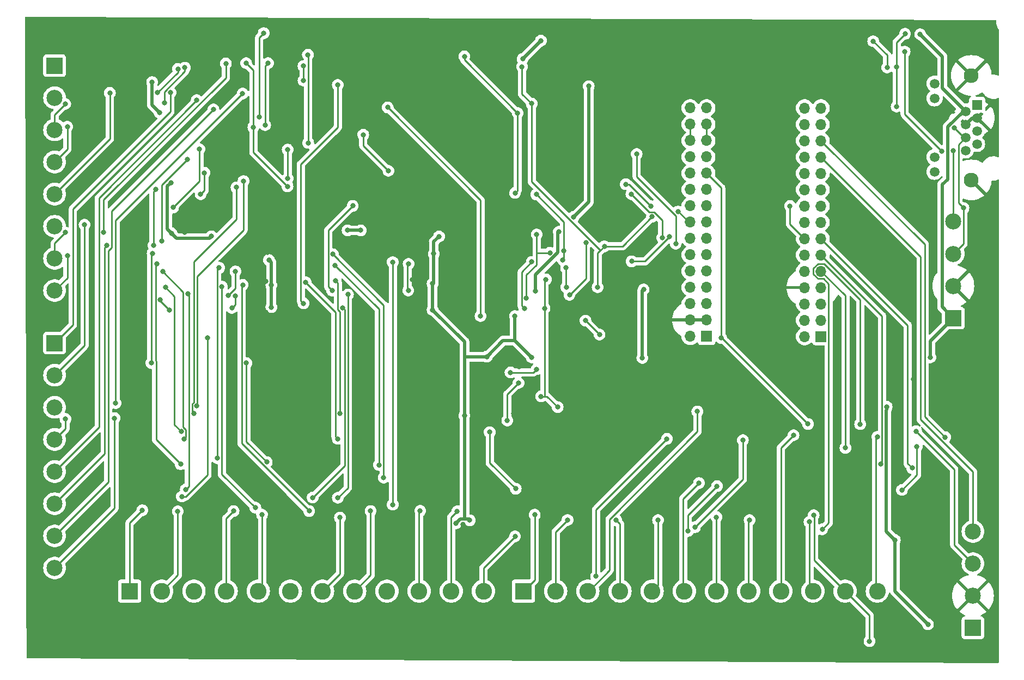
<source format=gbr>
%TF.GenerationSoftware,KiCad,Pcbnew,7.0.9*%
%TF.CreationDate,2024-04-09T00:12:48-04:00*%
%TF.ProjectId,RDL_revE4,52444c5f-7265-4764-9534-2e6b69636164,Rev E4*%
%TF.SameCoordinates,Original*%
%TF.FileFunction,Copper,L2,Bot*%
%TF.FilePolarity,Positive*%
%FSLAX46Y46*%
G04 Gerber Fmt 4.6, Leading zero omitted, Abs format (unit mm)*
G04 Created by KiCad (PCBNEW 7.0.9) date 2024-04-09 00:12:48*
%MOMM*%
%LPD*%
G01*
G04 APERTURE LIST*
%TA.AperFunction,ComponentPad*%
%ADD10R,1.500000X1.500000*%
%TD*%
%TA.AperFunction,ComponentPad*%
%ADD11C,1.500000*%
%TD*%
%TA.AperFunction,ComponentPad*%
%ADD12C,2.300000*%
%TD*%
%TA.AperFunction,ComponentPad*%
%ADD13R,2.500000X2.500000*%
%TD*%
%TA.AperFunction,ComponentPad*%
%ADD14C,2.500000*%
%TD*%
%TA.AperFunction,ComponentPad*%
%ADD15R,1.700000X1.700000*%
%TD*%
%TA.AperFunction,ComponentPad*%
%ADD16O,1.700000X1.700000*%
%TD*%
%TA.AperFunction,ComponentPad*%
%ADD17R,2.600000X2.600000*%
%TD*%
%TA.AperFunction,ComponentPad*%
%ADD18C,2.600000*%
%TD*%
%TA.AperFunction,ViaPad*%
%ADD19C,0.800000*%
%TD*%
%TA.AperFunction,Conductor*%
%ADD20C,0.250000*%
%TD*%
%TA.AperFunction,Conductor*%
%ADD21C,0.500000*%
%TD*%
G04 APERTURE END LIST*
D10*
%TO.P,J7,1*%
%TO.N,+5V*%
X225681000Y-61464000D03*
D11*
%TO.P,J7,2*%
X223901000Y-62480000D03*
%TO.P,J7,3*%
%TO.N,GND*%
X225681000Y-63496000D03*
%TO.P,J7,4*%
X223901000Y-64512000D03*
%TO.P,J7,5*%
%TO.N,/SDA*%
X225681000Y-65528000D03*
%TO.P,J7,6*%
X223901000Y-66544000D03*
%TO.P,J7,7*%
%TO.N,/SCL*%
X225681000Y-67560000D03*
%TO.P,J7,8*%
X223901000Y-68576000D03*
%TO.P,J7,9*%
%TO.N,unconnected-(J7-Pad9)*%
X219081000Y-58164000D03*
%TO.P,J7,10*%
%TO.N,unconnected-(J7-Pad10)*%
X219081000Y-60454000D03*
%TO.P,J7,11*%
%TO.N,unconnected-(J7-Pad11)*%
X219081000Y-69594000D03*
%TO.P,J7,12*%
%TO.N,unconnected-(J7-Pad12)*%
X219081000Y-71884000D03*
D12*
%TO.P,J7,SH*%
%TO.N,GND*%
X224791000Y-56894000D03*
X224791000Y-73154000D03*
%TD*%
D13*
%TO.P,J3,1,Pin_1*%
%TO.N,+5V*%
X221996000Y-94662000D03*
D14*
%TO.P,J3,2,Pin_2*%
%TO.N,GND*%
X221996000Y-89662000D03*
%TO.P,J3,3,Pin_3*%
%TO.N,/SDA*%
X221996000Y-84662000D03*
%TO.P,J3,4,Pin_4*%
%TO.N,/SCL*%
X221996000Y-79662000D03*
%TD*%
D15*
%TO.P,J4,1,Pin_1*%
%TO.N,/pin1*%
X201427000Y-97531000D03*
D16*
%TO.P,J4,2,Pin_2*%
%TO.N,/pin2*%
X201427000Y-94991000D03*
%TO.P,J4,3,Pin_3*%
%TO.N,/pin3*%
X201427000Y-92451000D03*
%TO.P,J4,4,Pin_4*%
%TO.N,GND*%
X201427000Y-89911000D03*
%TO.P,J4,5,Pin_5*%
%TO.N,/pin5*%
X201427000Y-87371000D03*
%TO.P,J4,6,Pin_6*%
%TO.N,/pin6*%
X201427000Y-84831000D03*
%TO.P,J4,7,Pin_7*%
%TO.N,/pin7*%
X201427000Y-82291000D03*
%TO.P,J4,8,Pin_8*%
%TO.N,/pin8*%
X201427000Y-79751000D03*
%TO.P,J4,9,Pin_9*%
%TO.N,/pin9*%
X201427000Y-77211000D03*
%TO.P,J4,10,Pin_10*%
%TO.N,/pin10*%
X201427000Y-74671000D03*
%TO.P,J4,11,Pin_11*%
%TO.N,/pin11*%
X201427000Y-72131000D03*
%TO.P,J4,12,Pin_12*%
%TO.N,/pin12*%
X201427000Y-69591000D03*
%TO.P,J4,13,Pin_13*%
%TO.N,/pin13*%
X201427000Y-67051000D03*
%TO.P,J4,14,Pin_14*%
%TO.N,/pin14*%
X201427000Y-64511000D03*
%TO.P,J4,15,Pin_15*%
%TO.N,/pin15*%
X201427000Y-61971000D03*
%TO.P,J4,16,Pin_16*%
%TO.N,/pin1*%
X198887000Y-97531000D03*
%TO.P,J4,17,Pin_17*%
%TO.N,/pin2*%
X198887000Y-94991000D03*
%TO.P,J4,18,Pin_18*%
%TO.N,/pin3*%
X198887000Y-92451000D03*
%TO.P,J4,19,Pin_19*%
%TO.N,GND*%
X198887000Y-89911000D03*
%TO.P,J4,20,Pin_20*%
%TO.N,/pin5*%
X198887000Y-87371000D03*
%TO.P,J4,21,Pin_21*%
%TO.N,/pin6*%
X198887000Y-84831000D03*
%TO.P,J4,22,Pin_22*%
%TO.N,/pin7*%
X198887000Y-82291000D03*
%TO.P,J4,23,Pin_23*%
%TO.N,/pin8*%
X198887000Y-79751000D03*
%TO.P,J4,24,Pin_24*%
%TO.N,/pin9*%
X198887000Y-77211000D03*
%TO.P,J4,25,Pin_25*%
%TO.N,/pin10*%
X198887000Y-74671000D03*
%TO.P,J4,26,Pin_26*%
%TO.N,/pin11*%
X198887000Y-72131000D03*
%TO.P,J4,27,Pin_27*%
%TO.N,/pin12*%
X198887000Y-69591000D03*
%TO.P,J4,28,Pin_28*%
%TO.N,/pin13*%
X198887000Y-67051000D03*
%TO.P,J4,29,Pin_29*%
%TO.N,/pin14*%
X198887000Y-64511000D03*
%TO.P,J4,30,Pin_30*%
%TO.N,/pin15*%
X198887000Y-61971000D03*
%TD*%
D17*
%TO.P,J8,1,Pin_1*%
%TO.N,/ANA0-VCC*%
X93952000Y-137160000D03*
D18*
%TO.P,J8,2,Pin_2*%
%TO.N,/ANA0-GND*%
X98952000Y-137160000D03*
%TO.P,J8,3,Pin_3*%
%TO.N,/ANA0-SIG*%
X103952000Y-137160000D03*
%TO.P,J8,4,Pin_4*%
%TO.N,/ANA1-VCC*%
X108952000Y-137160000D03*
%TO.P,J8,5,Pin_5*%
%TO.N,/ANA1-GND*%
X113952000Y-137160000D03*
%TO.P,J8,6,Pin_6*%
%TO.N,/ANA1-SIG*%
X118952000Y-137160000D03*
%TO.P,J8,7,Pin_7*%
%TO.N,/ANA2-VCC*%
X123952000Y-137160000D03*
%TO.P,J8,8,Pin_8*%
%TO.N,/ANA2-GND*%
X128952000Y-137160000D03*
%TO.P,J8,9,Pin_9*%
%TO.N,/ANA2-SIG*%
X133952000Y-137160000D03*
%TO.P,J8,10,Pin_10*%
%TO.N,/ANA3-VCC*%
X138952000Y-137160000D03*
%TO.P,J8,11,Pin_11*%
%TO.N,/ANA3-GND*%
X143952000Y-137160000D03*
%TO.P,J8,12,Pin_12*%
%TO.N,/ANA3-SIG*%
X148952000Y-137160000D03*
%TD*%
D13*
%TO.P,J1,1,Pin_1*%
%TO.N,/CH1*%
X82296000Y-55372000D03*
D14*
%TO.P,J1,2,Pin_2*%
%TO.N,/CH1_GND*%
X82296000Y-60372000D03*
%TO.P,J1,3,Pin_3*%
%TO.N,/CH2*%
X82296000Y-65372000D03*
%TO.P,J1,4,Pin_4*%
%TO.N,/CH2_GND*%
X82296000Y-70372000D03*
%TO.P,J1,5,Pin_5*%
%TO.N,/CH3*%
X82296000Y-75372000D03*
%TO.P,J1,6,Pin_6*%
%TO.N,/CH3_GND*%
X82296000Y-80372000D03*
%TO.P,J1,7,Pin_7*%
%TO.N,/CH4*%
X82296000Y-85372000D03*
%TO.P,J1,8,Pin_8*%
%TO.N,/CH4_GND*%
X82296000Y-90372000D03*
%TD*%
D17*
%TO.P,J9,1,Pin_1*%
%TO.N,/ANA4-VCC*%
X155180000Y-137160000D03*
D18*
%TO.P,J9,2,Pin_2*%
%TO.N,/ANA4-GND*%
X160180000Y-137160000D03*
%TO.P,J9,3,Pin_3*%
%TO.N,/ANA4-SIG*%
X165180000Y-137160000D03*
%TO.P,J9,4,Pin_4*%
%TO.N,/ANA5-VCC*%
X170180000Y-137160000D03*
%TO.P,J9,5,Pin_5*%
%TO.N,/ANA5-GND*%
X175180000Y-137160000D03*
%TO.P,J9,6,Pin_6*%
%TO.N,/ANA5-SIG*%
X180180000Y-137160000D03*
%TO.P,J9,7,Pin_7*%
%TO.N,/ANA6-VCC*%
X185180000Y-137160000D03*
%TO.P,J9,8,Pin_8*%
%TO.N,/ANA6-GND*%
X190180000Y-137160000D03*
%TO.P,J9,9,Pin_9*%
%TO.N,/ANA6-SIG*%
X195180000Y-137160000D03*
%TO.P,J9,10,Pin_10*%
%TO.N,/ANA7-VCC*%
X200180000Y-137160000D03*
%TO.P,J9,11,Pin_11*%
%TO.N,/ANA7-GND*%
X205180000Y-137160000D03*
%TO.P,J9,12,Pin_12*%
%TO.N,/ANA7-SIG*%
X210180000Y-137160000D03*
%TD*%
D15*
%TO.P,J6,1,Pin_1*%
%TO.N,/pin30*%
X183652000Y-97526000D03*
D16*
%TO.P,J6,2,Pin_2*%
%TO.N,GND*%
X183652000Y-94986000D03*
%TO.P,J6,3,Pin_3*%
%TO.N,/pin28*%
X183652000Y-92446000D03*
%TO.P,J6,4,Pin_4*%
%TO.N,+5V*%
X183652000Y-89906000D03*
%TO.P,J6,5,Pin_5*%
%TO.N,/pin26*%
X183652000Y-87366000D03*
%TO.P,J6,6,Pin_6*%
%TO.N,/pin25*%
X183652000Y-84826000D03*
%TO.P,J6,7,Pin_7*%
%TO.N,/SCL*%
X183652000Y-82286000D03*
%TO.P,J6,8,Pin_8*%
%TO.N,/SDA*%
X183652000Y-79746000D03*
%TO.P,J6,9,Pin_9*%
%TO.N,/pin22*%
X183652000Y-77206000D03*
%TO.P,J6,10,Pin_10*%
%TO.N,/pin21*%
X183652000Y-74666000D03*
%TO.P,J6,11,Pin_11*%
%TO.N,/pin20*%
X183652000Y-72126000D03*
%TO.P,J6,12,Pin_12*%
%TO.N,/A0*%
X183652000Y-69586000D03*
%TO.P,J6,13,Pin_13*%
%TO.N,+3V3*%
X183652000Y-67046000D03*
%TO.P,J6,14,Pin_14*%
X183652000Y-64506000D03*
%TO.P,J6,15,Pin_15*%
%TO.N,/pin16*%
X183652000Y-61966000D03*
%TO.P,J6,16,Pin_16*%
%TO.N,/pin30*%
X181112000Y-97526000D03*
%TO.P,J6,17,Pin_17*%
%TO.N,GND*%
X181112000Y-94986000D03*
%TO.P,J6,18,Pin_18*%
%TO.N,/pin28*%
X181112000Y-92446000D03*
%TO.P,J6,19,Pin_19*%
%TO.N,+5V*%
X181112000Y-89906000D03*
%TO.P,J6,20,Pin_20*%
%TO.N,/pin26*%
X181112000Y-87366000D03*
%TO.P,J6,21,Pin_21*%
%TO.N,/pin25*%
X181112000Y-84826000D03*
%TO.P,J6,22,Pin_22*%
%TO.N,/SCL*%
X181112000Y-82286000D03*
%TO.P,J6,23,Pin_23*%
%TO.N,/SDA*%
X181112000Y-79746000D03*
%TO.P,J6,24,Pin_24*%
%TO.N,/pin22*%
X181112000Y-77206000D03*
%TO.P,J6,25,Pin_25*%
%TO.N,/pin21*%
X181112000Y-74666000D03*
%TO.P,J6,26,Pin_26*%
%TO.N,/pin20*%
X181112000Y-72126000D03*
%TO.P,J6,27,Pin_27*%
%TO.N,/A0*%
X181112000Y-69586000D03*
%TO.P,J6,28,Pin_28*%
%TO.N,+3V3*%
X181112000Y-67046000D03*
%TO.P,J6,29,Pin_29*%
X181112000Y-64506000D03*
%TO.P,J6,30,Pin_30*%
%TO.N,/pin16*%
X181112000Y-61966000D03*
%TD*%
D13*
%TO.P,J5,1,Pin_1*%
%TO.N,+5V*%
X225044000Y-142882000D03*
D14*
%TO.P,J5,2,Pin_2*%
%TO.N,GND*%
X225044000Y-137882000D03*
%TO.P,J5,3,Pin_3*%
%TO.N,/pin20*%
X225044000Y-132882000D03*
%TO.P,J5,4,Pin_4*%
%TO.N,/pin12*%
X225044000Y-127882000D03*
%TD*%
D13*
%TO.P,J2,1,Pin_1*%
%TO.N,/CH5*%
X82296000Y-98552000D03*
D14*
%TO.P,J2,2,Pin_2*%
%TO.N,/CH5_GND*%
X82296000Y-103552000D03*
%TO.P,J2,3,Pin_3*%
%TO.N,/CH6*%
X82296000Y-108552000D03*
%TO.P,J2,4,Pin_4*%
%TO.N,/CH6_GND*%
X82296000Y-113552000D03*
%TO.P,J2,5,Pin_5*%
%TO.N,/CH7*%
X82296000Y-118552000D03*
%TO.P,J2,6,Pin_6*%
%TO.N,/CH7_GND*%
X82296000Y-123552000D03*
%TO.P,J2,7,Pin_7*%
%TO.N,/CH8*%
X82296000Y-128552000D03*
%TO.P,J2,8,Pin_8*%
%TO.N,/CH8_GND*%
X82296000Y-133552000D03*
%TD*%
D19*
%TO.N,/pin5*%
X118488300Y-74165300D03*
X171956100Y-75387800D03*
X113185500Y-64960600D03*
X176727200Y-82157400D03*
X205216000Y-114872600D03*
X112066900Y-54987500D03*
%TO.N,/pin6*%
X114801900Y-50314100D03*
X210697400Y-117402500D03*
X114107100Y-63340800D03*
X172777900Y-69113000D03*
X178844800Y-83106600D03*
%TO.N,/pin7*%
X115481000Y-54987500D03*
X174986000Y-77248700D03*
X196612300Y-77219900D03*
X215593600Y-118005400D03*
X171076500Y-73824000D03*
X115028600Y-64645500D03*
%TO.N,/pin13*%
X220733300Y-113210100D03*
%TO.N,/pin14*%
X121666000Y-53675100D03*
X121716600Y-67405600D03*
%TO.N,+3V3*%
X130275200Y-66120900D03*
X134182700Y-71746000D03*
%TO.N,/pin20*%
X185909000Y-97765300D03*
X164819500Y-95055200D03*
X216210400Y-112269800D03*
X167000800Y-97236500D03*
X199395100Y-111159600D03*
%TO.N,+5V*%
X129872800Y-81019800D03*
X106679000Y-81939800D03*
X173650500Y-100883300D03*
X212898700Y-129207800D03*
X146816700Y-126140400D03*
X165326500Y-58576900D03*
X145989800Y-109848000D03*
X153842400Y-94351000D03*
X142054300Y-81961000D03*
X157884500Y-51491700D03*
X155045700Y-54330500D03*
X98596400Y-62656000D03*
X115984500Y-89525700D03*
X115609300Y-85616500D03*
X100453600Y-81458100D03*
X141042200Y-89316100D03*
X141241900Y-84660700D03*
X173858500Y-90197900D03*
X141042200Y-93381700D03*
X211634400Y-108458000D03*
X156458900Y-100773100D03*
X162999100Y-78923100D03*
X157074700Y-90439500D03*
X97454800Y-57930300D03*
X149476400Y-100674900D03*
X115985700Y-92969200D03*
X100351600Y-73593300D03*
X218051500Y-142330400D03*
X216834500Y-50505800D03*
X127834800Y-81003200D03*
X160671700Y-81250500D03*
X218421000Y-100772000D03*
X144686700Y-126616600D03*
%TO.N,/CH2*%
X83945300Y-61347400D03*
X102551700Y-55703800D03*
X99394400Y-61131600D03*
%TO.N,/CH3*%
X98288200Y-59569500D03*
X101452200Y-55885300D03*
X90888900Y-59621500D03*
%TO.N,/CH4*%
X108917400Y-55037700D03*
X83991000Y-81347400D03*
X89910600Y-81278600D03*
%TO.N,/CH5*%
X100308700Y-59556700D03*
%TO.N,/CH7*%
X104387300Y-60757800D03*
%TO.N,/CH8*%
X106986300Y-62200900D03*
%TO.N,/CH6*%
X91782100Y-107894100D03*
X111520300Y-59717300D03*
%TO.N,/ANA0-VCC*%
X95926600Y-124567300D03*
%TO.N,/ANA0-GND*%
X101449800Y-124742400D03*
%TO.N,/ANA0-SIG*%
X189283900Y-113666800D03*
X181822300Y-127221400D03*
%TO.N,/ANA1-VCC*%
X110108700Y-124700600D03*
%TO.N,/ANA1-GND*%
X114537200Y-125272700D03*
%TO.N,/ANA1-SIG*%
X201617200Y-127555900D03*
X207505900Y-111183600D03*
%TO.N,/SDA*%
X213181300Y-55557000D03*
X166700500Y-89856800D03*
X167747000Y-83500100D03*
X179207100Y-78080100D03*
X222181900Y-65043900D03*
X175149600Y-78901700D03*
X214492300Y-50430000D03*
X223572900Y-77526900D03*
X126311100Y-58376000D03*
X213181300Y-61748400D03*
X120989400Y-92373800D03*
X154957800Y-55536800D03*
X156456600Y-61290400D03*
%TO.N,/SCL*%
X220175100Y-68693600D03*
X177885800Y-82026800D03*
X154274800Y-62766900D03*
X171993000Y-85830900D03*
X100135300Y-93382300D03*
X214431400Y-53191800D03*
X128641300Y-77202400D03*
X161298700Y-85618300D03*
X222004000Y-68592400D03*
X125416100Y-90378200D03*
X157167300Y-75411400D03*
X145990100Y-53942600D03*
X153861700Y-75187100D03*
X161398100Y-84164400D03*
X98736800Y-91777400D03*
%TO.N,/ANA2-VCC*%
X126653900Y-125705900D03*
%TO.N,/ANA2-GND*%
X131414300Y-124687300D03*
%TO.N,/ANA3-VCC*%
X139125300Y-124674000D03*
%TO.N,/ANA3-GND*%
X144881000Y-124740600D03*
%TO.N,/ANA3-SIG*%
X180724000Y-127814500D03*
X185255700Y-120826000D03*
X214007700Y-121425200D03*
X153861700Y-128644100D03*
X216327300Y-114635900D03*
%TO.N,/ANA4-VCC*%
X156924300Y-125272700D03*
%TO.N,/ANA4-GND*%
X162028700Y-126087100D03*
%TO.N,/ANA4-SIG*%
X182205400Y-109209200D03*
%TO.N,/ANA5-VCC*%
X169604900Y-126147100D03*
%TO.N,/ANA5-GND*%
X176093100Y-126100400D03*
%TO.N,/ANA6-VCC*%
X185180000Y-125644800D03*
%TO.N,/ANA6-GND*%
X190330400Y-126093800D03*
%TO.N,/ANA6-SIG*%
X197155500Y-112892500D03*
%TO.N,/ANA7-VCC*%
X199641600Y-126395100D03*
%TO.N,/ANA7-GND*%
X200283100Y-125335600D03*
X208962900Y-144948200D03*
%TO.N,/ANA7-SIG*%
X210180400Y-113170100D03*
%TO.N,/ANA5-SIG*%
X182463000Y-120328900D03*
%TO.N,/ANA2-SIG*%
X177476500Y-113467400D03*
X166471000Y-134858500D03*
%TO.N,GND*%
X153670000Y-109472900D03*
X154457360Y-102214000D03*
X145760400Y-126815300D03*
X138158600Y-69877200D03*
X137803200Y-93791900D03*
X115123900Y-88929100D03*
X137876500Y-88649300D03*
X104085700Y-125514100D03*
X187109100Y-126416600D03*
X213879400Y-119143600D03*
X215782300Y-104140000D03*
X173001100Y-126537000D03*
X130744000Y-82602900D03*
X115765500Y-125540400D03*
X102484000Y-81326000D03*
X208992700Y-54864000D03*
X213360000Y-105664000D03*
X102841600Y-58166000D03*
X138223100Y-83097600D03*
X221234000Y-62484000D03*
X111941600Y-69596000D03*
X132573900Y-126113800D03*
X193951000Y-125474900D03*
X158418900Y-125272700D03*
X149423300Y-105597200D03*
X149804200Y-89150800D03*
X115110600Y-93764300D03*
X115357900Y-84484500D03*
X156453400Y-57866400D03*
%TO.N,Net-(U2-~{E})*%
X120973400Y-57696000D03*
X120973400Y-55439200D03*
%TO.N,Net-(JP2-A)*%
X161801200Y-86852500D03*
X161843000Y-89856800D03*
%TO.N,/A0*%
X134069400Y-61872500D03*
X148496500Y-94351500D03*
%TO.N,/CH2_GND*%
X84268100Y-64890400D03*
%TO.N,/CH3_GND*%
X104806700Y-68354900D03*
X100703000Y-77451900D03*
%TO.N,/CH4_GND*%
X84265600Y-84922000D03*
X102926300Y-69990700D03*
X98945500Y-82634000D03*
%TO.N,/CH5_GND*%
X104990100Y-75400700D03*
X105599600Y-72057800D03*
X86953100Y-80133000D03*
%TO.N,/CH6_GND*%
X111664000Y-73342000D03*
X104382000Y-108348500D03*
X83991000Y-110376400D03*
%TO.N,/CH7_GND*%
X97669100Y-83367000D03*
X98060000Y-74592400D03*
X90411600Y-83367000D03*
%TO.N,/CH8_GND*%
X103974700Y-109533900D03*
X91607300Y-110250400D03*
X110567900Y-74330700D03*
%TO.N,/EN_LTC*%
X209535400Y-51578600D03*
X211713100Y-55669100D03*
%TO.N,/PCF1_A2*%
X137320800Y-86234600D03*
X137266800Y-90382800D03*
%TO.N,/PCF2_A1*%
X109856200Y-93090200D03*
X110410400Y-91254900D03*
%TO.N,/PCF2_A2*%
X110408400Y-87397900D03*
X109286100Y-91139900D03*
%TO.N,/mosfet10*%
X102696300Y-121337600D03*
X103048200Y-90896000D03*
%TO.N,/mosfet0*%
X106055600Y-97728600D03*
X102080900Y-122433500D03*
%TO.N,/mosfet1*%
X122407800Y-122607500D03*
X127083500Y-93064200D03*
%TO.N,/mosfet11*%
X113497500Y-124176800D03*
X108298800Y-89768400D03*
%TO.N,/mosfet2*%
X127886000Y-90990100D03*
X126311100Y-122647000D03*
%TO.N,/mosfet12*%
X121866700Y-124699800D03*
X111534600Y-89488700D03*
%TO.N,/mosfet3*%
X134854000Y-123711000D03*
X134854000Y-85956500D03*
%TO.N,/mosfet13*%
X107872500Y-86833800D03*
X107571900Y-116464400D03*
%TO.N,/mosfet4*%
X125557000Y-84737900D03*
X133448300Y-119486400D03*
%TO.N,/mosfet14*%
X97338700Y-101662100D03*
X97531000Y-84599500D03*
X115264400Y-117069600D03*
X112097700Y-101662100D03*
%TO.N,/mosfet5*%
X125889400Y-86453500D03*
X132721400Y-117522000D03*
%TO.N,/mosfet15*%
X101884400Y-117402500D03*
X98217500Y-86243300D03*
%TO.N,/mosfet6*%
X153974000Y-121225300D03*
X149925900Y-112421100D03*
X125979300Y-88872700D03*
X126673000Y-109532300D03*
%TO.N,/mosfet16*%
X99108600Y-87450400D03*
X102433300Y-113469000D03*
%TO.N,/mosfet17*%
X101986600Y-112346500D03*
X99543600Y-89906700D03*
%TO.N,/mosfet7*%
X121340300Y-89118700D03*
X126309500Y-113467400D03*
%TO.N,Net-(U4-~{E})*%
X118529200Y-68433900D03*
X118529200Y-72941000D03*
%TO.N,VSS*%
X160500600Y-108532700D03*
X158444700Y-93150500D03*
X158658600Y-88654600D03*
X157922600Y-106857100D03*
%TO.N,EN*%
X153162000Y-103124000D03*
X157226000Y-102616000D03*
%TO.N,PS*%
X152656900Y-110595400D03*
X154410300Y-104764600D03*
%TO.N,/SCL_ADS*%
X159278900Y-84499600D03*
X157235300Y-81661000D03*
X155633200Y-91580400D03*
%TO.N,/SDA_ADS*%
X162330700Y-91059700D03*
X155311800Y-93187700D03*
X164905200Y-82947000D03*
X156470000Y-85921700D03*
%TD*%
D20*
%TO.N,/pin5*%
X176727200Y-79451300D02*
X175450700Y-78174800D01*
X174743100Y-78174800D02*
X171956100Y-75387800D01*
X113185500Y-56106100D02*
X113185500Y-64960600D01*
X112066900Y-54987500D02*
X113185500Y-56106100D01*
X175450700Y-78174800D02*
X174743100Y-78174800D01*
X176727200Y-82157400D02*
X176727200Y-79451300D01*
X113185500Y-64960600D02*
X113185500Y-68862500D01*
X113185500Y-68862500D02*
X118488300Y-74165300D01*
X205216000Y-91160000D02*
X201427000Y-87371000D01*
X205216000Y-114872600D02*
X205216000Y-91160000D01*
%TO.N,/pin6*%
X114801900Y-50314100D02*
X114107100Y-51008900D01*
X172777900Y-72678800D02*
X178844800Y-78745700D01*
X210697400Y-117402500D02*
X210909900Y-117190000D01*
X210909900Y-117190000D02*
X210909900Y-94313900D01*
X210909900Y-94313900D02*
X201427000Y-84831000D01*
X114107100Y-51008900D02*
X114107100Y-63340800D01*
X172777900Y-69113000D02*
X172777900Y-72678800D01*
X178844800Y-78745700D02*
X178844800Y-83106600D01*
%TO.N,/pin7*%
X198887000Y-82291000D02*
X196612300Y-80016300D01*
X115028600Y-64645500D02*
X115028600Y-55439900D01*
X174986000Y-77248700D02*
X171561300Y-73824000D01*
X115028600Y-55439900D02*
X115481000Y-54987500D01*
X214894600Y-95758600D02*
X214894600Y-117306400D01*
X201427000Y-82291000D02*
X214894600Y-95758600D01*
X171561300Y-73824000D02*
X171076500Y-73824000D01*
X214894600Y-117306400D02*
X215593600Y-118005400D01*
X196612300Y-80016300D02*
X196612300Y-77219900D01*
%TO.N,/pin12*%
X216935800Y-110480400D02*
X225044000Y-118588600D01*
X216935800Y-85099800D02*
X216935800Y-110480400D01*
X201427000Y-69591000D02*
X216935800Y-85099800D01*
X225044000Y-118588600D02*
X225044000Y-127882000D01*
%TO.N,/pin13*%
X217535900Y-83159900D02*
X201427000Y-67051000D01*
X220733300Y-113210100D02*
X217535900Y-110012700D01*
X217535900Y-110012700D02*
X217535900Y-83159900D01*
%TO.N,/pin14*%
X121716600Y-53725700D02*
X121666000Y-53675100D01*
X121716600Y-67405600D02*
X121716600Y-53725700D01*
%TO.N,+3V3*%
X130275200Y-67838500D02*
X130275200Y-66120900D01*
X183652000Y-64506000D02*
X183652000Y-67046000D01*
X181112000Y-64506000D02*
X181112000Y-67046000D01*
X134182700Y-71746000D02*
X130275200Y-67838500D01*
%TO.N,/pin20*%
X216210400Y-112269800D02*
X222132400Y-118191800D01*
X183652000Y-72126000D02*
X185909000Y-74383000D01*
X167000800Y-97236500D02*
X164819500Y-95055200D01*
X185909000Y-74383000D02*
X185909000Y-97765300D01*
X222132400Y-129970400D02*
X225044000Y-132882000D01*
X185909000Y-97765300D02*
X186000800Y-97765300D01*
X222132400Y-118191800D02*
X222132400Y-129970400D01*
X186000800Y-97765300D02*
X199395100Y-111159600D01*
D21*
%TO.N,+5V*%
X141042200Y-93381700D02*
X141042200Y-89316100D01*
X97436300Y-57948800D02*
X97436300Y-61495900D01*
X141241900Y-89116400D02*
X141241900Y-84660700D01*
X221098700Y-73084400D02*
X220275200Y-73907900D01*
X151994700Y-98156600D02*
X153842400Y-98156600D01*
X220275200Y-73907900D02*
X220275200Y-92941200D01*
X99832400Y-80836900D02*
X99832400Y-74112500D01*
X223901000Y-62480000D02*
X223541100Y-62480000D01*
X221098700Y-64922400D02*
X221098700Y-73084400D01*
X211582000Y-108966000D02*
X211582000Y-127891100D01*
X212898700Y-137177600D02*
X212898700Y-129207800D01*
X165326500Y-76595700D02*
X162999100Y-78923100D01*
X160546200Y-81376000D02*
X160546200Y-84437100D01*
X218051500Y-142330400D02*
X212898700Y-137177600D01*
X155045700Y-54330500D02*
X157884500Y-51491700D01*
X153842400Y-98156600D02*
X153842400Y-94351000D01*
X141241900Y-82773400D02*
X142054300Y-81961000D01*
X145989800Y-100674900D02*
X149476400Y-100674900D01*
X127851400Y-81019800D02*
X127834800Y-81003200D01*
X145989800Y-125963400D02*
X145339900Y-125963400D01*
X115984500Y-92968000D02*
X115985700Y-92969200D01*
X97436300Y-61495900D02*
X98596400Y-62656000D01*
X211634400Y-108913600D02*
X211582000Y-108966000D01*
X153842400Y-98156600D02*
X156458900Y-100773100D01*
X220282900Y-58861900D02*
X223901000Y-62480000D01*
X97454800Y-57930300D02*
X97436300Y-57948800D01*
X218421000Y-98237000D02*
X221996000Y-94662000D01*
X115984500Y-85991700D02*
X115984500Y-89525700D01*
X145989800Y-125963400D02*
X145989800Y-109848000D01*
X106384800Y-82234000D02*
X101229500Y-82234000D01*
X145339900Y-125963400D02*
X144686700Y-126616600D01*
X145989800Y-98329300D02*
X145989800Y-100674900D01*
X157074700Y-87908600D02*
X157074700Y-90439500D01*
X100453600Y-81458100D02*
X99832400Y-80836900D01*
X146816700Y-126140400D02*
X146639700Y-125963400D01*
X218421000Y-100772000D02*
X218421000Y-98237000D01*
X220282900Y-53954200D02*
X220282900Y-58861900D01*
X173650500Y-90405900D02*
X173858500Y-90197900D01*
X216834500Y-50505800D02*
X220282900Y-53954200D01*
X141042200Y-89316100D02*
X141241900Y-89116400D01*
X106679000Y-81939800D02*
X106384800Y-82234000D01*
X220275200Y-92941200D02*
X221996000Y-94662000D01*
X141042200Y-93381700D02*
X145989800Y-98329300D01*
X115984500Y-89525700D02*
X115984500Y-92968000D01*
X173650500Y-100883300D02*
X173650500Y-90405900D01*
X101229500Y-82234000D02*
X100453600Y-81458100D01*
X149476400Y-100674900D02*
X151994700Y-98156600D01*
X141241900Y-84660700D02*
X141241900Y-82773400D01*
X160546200Y-84437100D02*
X157074700Y-87908600D01*
X160671700Y-81250500D02*
X160546200Y-81376000D01*
X211582000Y-127891100D02*
X212898700Y-129207800D01*
X165326500Y-58576900D02*
X165326500Y-76595700D01*
X129872800Y-81019800D02*
X127851400Y-81019800D01*
X115609300Y-85616500D02*
X115984500Y-85991700D01*
X211634400Y-108458000D02*
X211634400Y-108913600D01*
X99832400Y-74112500D02*
X100351600Y-73593300D01*
X223541100Y-62480000D02*
X221098700Y-64922400D01*
X145989800Y-100674900D02*
X145989800Y-109848000D01*
X146639700Y-125963400D02*
X145989800Y-125963400D01*
D20*
%TO.N,/CH2*%
X102551700Y-56285800D02*
X99394400Y-59443100D01*
X102551700Y-55703800D02*
X102551700Y-56285800D01*
X82296000Y-65372000D02*
X82296000Y-62996700D01*
X82296000Y-62996700D02*
X83945300Y-61347400D01*
X99394400Y-59443100D02*
X99394400Y-61131600D01*
%TO.N,/CH3*%
X90888900Y-66779100D02*
X82296000Y-75372000D01*
X101452200Y-56405500D02*
X98288200Y-59569500D01*
X101452200Y-55885300D02*
X101452200Y-56405500D01*
X90888900Y-59621500D02*
X90888900Y-66779100D01*
%TO.N,/CH4*%
X82296000Y-83042400D02*
X83991000Y-81347400D01*
X82296000Y-85372000D02*
X82296000Y-83042400D01*
X108917400Y-57255700D02*
X108917400Y-55037700D01*
X89910600Y-81278600D02*
X89910600Y-76262500D01*
X89910600Y-76262500D02*
X108917400Y-57255700D01*
%TO.N,/CH5*%
X82296000Y-98552000D02*
X85144600Y-95703400D01*
X85144600Y-77663700D02*
X100308700Y-62499600D01*
X100308700Y-62499600D02*
X100308700Y-59556700D01*
X85144600Y-95703400D02*
X85144600Y-77663700D01*
%TO.N,/CH7*%
X89183700Y-111664300D02*
X89183700Y-75961400D01*
X82296000Y-118552000D02*
X89183700Y-111664300D01*
X89183700Y-75961400D02*
X104387300Y-60757800D01*
%TO.N,/CH8*%
X91138500Y-83668100D02*
X91138500Y-78048700D01*
X82296000Y-128552000D02*
X90640200Y-120207800D01*
X90640200Y-84166400D02*
X91138500Y-83668100D01*
X91138500Y-78048700D02*
X106986300Y-62200900D01*
X90640200Y-120207800D02*
X90640200Y-84166400D01*
%TO.N,/CH6*%
X91782100Y-79455500D02*
X111520300Y-59717300D01*
X91782100Y-107894100D02*
X91782100Y-79455500D01*
%TO.N,/ANA0-VCC*%
X93952000Y-126541900D02*
X93952000Y-137160000D01*
X95926600Y-124567300D02*
X93952000Y-126541900D01*
%TO.N,/ANA0-GND*%
X98952000Y-137160000D02*
X101449800Y-134662200D01*
X101449800Y-134662200D02*
X101449800Y-124742400D01*
%TO.N,/ANA0-SIG*%
X189283900Y-119759800D02*
X181822300Y-127221400D01*
X189283900Y-113666800D02*
X189283900Y-119759800D01*
%TO.N,/ANA1-VCC*%
X108952000Y-125857300D02*
X108952000Y-137160000D01*
X110108700Y-124700600D02*
X108952000Y-125857300D01*
%TO.N,/ANA1-GND*%
X113952000Y-137160000D02*
X114537200Y-136574800D01*
X114537200Y-136574800D02*
X114537200Y-125272700D01*
%TO.N,/ANA1-SIG*%
X201617200Y-127555900D02*
X202612200Y-126560900D01*
X201836600Y-88547900D02*
X200939500Y-88547900D01*
X200939500Y-88547900D02*
X200250100Y-87858500D01*
X202612200Y-89323500D02*
X201836600Y-88547900D01*
X200939500Y-86194100D02*
X201914500Y-86194100D01*
X207505900Y-91785500D02*
X207505900Y-111183600D01*
X202612200Y-126560900D02*
X202612200Y-89323500D01*
X200250100Y-86883500D02*
X200939500Y-86194100D01*
X201914500Y-86194100D02*
X207505900Y-91785500D01*
X200250100Y-87858500D02*
X200250100Y-86883500D01*
%TO.N,/SDA*%
X181112000Y-79746000D02*
X180873000Y-79746000D01*
X154957800Y-55536800D02*
X154957800Y-59791600D01*
X170551200Y-83500100D02*
X167747000Y-83500100D01*
X180873000Y-79746000D02*
X179207100Y-78080100D01*
X156456600Y-73410400D02*
X167146700Y-84100400D01*
X126311100Y-64990400D02*
X126311100Y-58376000D01*
X222784200Y-67660800D02*
X223791500Y-66653500D01*
X167747000Y-83500100D02*
X167146700Y-84100400D01*
X222181900Y-65043900D02*
X223791500Y-66653500D01*
X223572900Y-77526900D02*
X222784200Y-76738200D01*
X214492300Y-50430000D02*
X213181300Y-51741000D01*
X221996000Y-84662000D02*
X223572900Y-83085100D01*
X120989400Y-92373800D02*
X120578700Y-91963100D01*
X213181300Y-55557000D02*
X213181300Y-61748400D01*
X223572900Y-83085100D02*
X223572900Y-77526900D01*
X167146700Y-84100400D02*
X166700500Y-84546600D01*
X120578700Y-91963100D02*
X120578700Y-70722800D01*
X156456600Y-61290400D02*
X156456600Y-73410400D01*
X223791500Y-66653500D02*
X223901000Y-66544000D01*
X213181300Y-51741000D02*
X213181300Y-55557000D01*
X175149600Y-78901700D02*
X170551200Y-83500100D01*
X166700500Y-84546600D02*
X166700500Y-89856800D01*
X222784200Y-76738200D02*
X222784200Y-67660800D01*
X154957800Y-59791600D02*
X156456600Y-61290400D01*
X120578700Y-70722800D02*
X126311100Y-64990400D01*
%TO.N,/SCL*%
X98736800Y-91983800D02*
X98736800Y-91777400D01*
X145990100Y-54482200D02*
X145990100Y-53942600D01*
X222004000Y-79654000D02*
X221996000Y-79662000D01*
X124830000Y-81013700D02*
X124830000Y-89792100D01*
X154274800Y-74774000D02*
X154274800Y-62766900D01*
X161398100Y-85518900D02*
X161298700Y-85618300D01*
X161455800Y-79699900D02*
X157167300Y-75411400D01*
X161398100Y-84164400D02*
X161455800Y-84106700D01*
X100135300Y-93382300D02*
X98736800Y-91983800D01*
X222004000Y-68592400D02*
X222004000Y-79654000D01*
X214431400Y-62949900D02*
X214431400Y-53191800D01*
X128641300Y-77202400D02*
X124830000Y-81013700D01*
X154274800Y-62766900D02*
X145990100Y-54482200D01*
X174081700Y-85830900D02*
X177885800Y-82026800D01*
X124830000Y-89792100D02*
X125416100Y-90378200D01*
X153861700Y-75187100D02*
X154274800Y-74774000D01*
X161455800Y-84106700D02*
X161455800Y-79699900D01*
X161398100Y-84164400D02*
X161398100Y-85518900D01*
X220175100Y-68693600D02*
X214431400Y-62949900D01*
X171993000Y-85830900D02*
X174081700Y-85830900D01*
%TO.N,/ANA2-VCC*%
X126653900Y-134458100D02*
X126653900Y-125705900D01*
X123952000Y-137160000D02*
X126653900Y-134458100D01*
%TO.N,/ANA2-GND*%
X131414300Y-134697700D02*
X131414300Y-124687300D01*
X128952000Y-137160000D02*
X131414300Y-134697700D01*
%TO.N,/ANA3-VCC*%
X138952000Y-137160000D02*
X138952000Y-124847300D01*
X138952000Y-124847300D02*
X139125300Y-124674000D01*
%TO.N,/ANA3-GND*%
X143952000Y-125669600D02*
X143952000Y-137160000D01*
X144881000Y-124740600D02*
X143952000Y-125669600D01*
%TO.N,/ANA3-SIG*%
X185255700Y-120826000D02*
X180724000Y-125357700D01*
X216327300Y-119105600D02*
X214007700Y-121425200D01*
X180724000Y-125357700D02*
X180724000Y-127814500D01*
X153861700Y-128644100D02*
X148952000Y-133553800D01*
X216327300Y-114635900D02*
X216327300Y-119105600D01*
X148952000Y-133553800D02*
X148952000Y-137160000D01*
%TO.N,/ANA4-VCC*%
X156924300Y-125272700D02*
X156924300Y-135415700D01*
X156924300Y-135415700D02*
X155180000Y-137160000D01*
%TO.N,/ANA4-GND*%
X160180000Y-137160000D02*
X160180000Y-127935800D01*
X160180000Y-127935800D02*
X162028700Y-126087100D01*
%TO.N,/ANA4-SIG*%
X182205400Y-109209200D02*
X182205400Y-112339300D01*
X168554600Y-133898000D02*
X165292600Y-137160000D01*
X165292600Y-137160000D02*
X165180000Y-137160000D01*
X168554600Y-125990100D02*
X168554600Y-133898000D01*
X182205400Y-112339300D02*
X168554600Y-125990100D01*
%TO.N,/ANA5-VCC*%
X170180000Y-137160000D02*
X170180000Y-126722200D01*
X170180000Y-126722200D02*
X169604900Y-126147100D01*
%TO.N,/ANA5-GND*%
X176093100Y-136246900D02*
X176093100Y-126100400D01*
X175180000Y-137160000D02*
X176093100Y-136246900D01*
%TO.N,/ANA6-VCC*%
X185180000Y-137160000D02*
X185180000Y-125644800D01*
%TO.N,/ANA6-GND*%
X190180000Y-137160000D02*
X190180000Y-126244200D01*
X190180000Y-126244200D02*
X190330400Y-126093800D01*
%TO.N,/ANA6-SIG*%
X195180000Y-137160000D02*
X195180000Y-114868000D01*
X195180000Y-114868000D02*
X197155500Y-112892500D01*
%TO.N,/ANA7-VCC*%
X200180000Y-137160000D02*
X199641600Y-136621600D01*
X199641600Y-136621600D02*
X199641600Y-126395100D01*
%TO.N,/ANA7-GND*%
X208962900Y-140942900D02*
X205180000Y-137160000D01*
X200368500Y-125421000D02*
X200283100Y-125335600D01*
X205180000Y-137160000D02*
X200368500Y-132348500D01*
X208962900Y-144948200D02*
X208962900Y-140942900D01*
X200368500Y-132348500D02*
X200368500Y-125421000D01*
%TO.N,/ANA7-SIG*%
X209970500Y-136950500D02*
X210180000Y-137160000D01*
X210180400Y-113170100D02*
X209970500Y-113380000D01*
X209970500Y-113380000D02*
X209970500Y-136950500D01*
%TO.N,/ANA5-SIG*%
X179997100Y-136977100D02*
X179997100Y-122794800D01*
X180180000Y-137160000D02*
X179997100Y-136977100D01*
X179997100Y-122794800D02*
X182463000Y-120328900D01*
%TO.N,/ANA2-SIG*%
X166471000Y-124472900D02*
X177476500Y-113467400D01*
X166471000Y-134858500D02*
X166471000Y-124472900D01*
D21*
%TO.N,GND*%
X181112000Y-94986000D02*
X183652000Y-94986000D01*
X225681000Y-63496000D02*
X224917000Y-63496000D01*
X224917000Y-63496000D02*
X223901000Y-64512000D01*
D20*
%TO.N,Net-(U2-~{E})*%
X120973400Y-57696000D02*
X120973400Y-55439200D01*
%TO.N,Net-(JP2-A)*%
X161801200Y-86852500D02*
X161801200Y-89815000D01*
X161801200Y-89815000D02*
X161843000Y-89856800D01*
%TO.N,/A0*%
X148496500Y-94351500D02*
X148496500Y-76299600D01*
X148496500Y-76299600D02*
X134069400Y-61872500D01*
%TO.N,/CH2_GND*%
X82296000Y-70372000D02*
X84268100Y-68399900D01*
X84268100Y-68399900D02*
X84268100Y-64890400D01*
%TO.N,/CH3_GND*%
X104806700Y-68354900D02*
X104806700Y-73348200D01*
X104806700Y-73348200D02*
X100703000Y-77451900D01*
%TO.N,/CH4_GND*%
X98945500Y-73971500D02*
X98945500Y-82634000D01*
X82296000Y-90372000D02*
X84265600Y-88402400D01*
X84265600Y-88402400D02*
X84265600Y-84922000D01*
X102926300Y-69990700D02*
X98945500Y-73971500D01*
%TO.N,/CH5_GND*%
X104990100Y-75400700D02*
X105599600Y-74791200D01*
X105599600Y-74791200D02*
X105599600Y-72057800D01*
X82296000Y-103552000D02*
X86953100Y-98894900D01*
X86953100Y-98894900D02*
X86953100Y-80133000D01*
%TO.N,/CH6_GND*%
X111664000Y-80946800D02*
X111664000Y-73342000D01*
X104425100Y-108305400D02*
X104425100Y-88185700D01*
X104425100Y-88185700D02*
X111664000Y-80946800D01*
X83991000Y-111857000D02*
X83991000Y-110376400D01*
X104382000Y-108348500D02*
X104425100Y-108305400D01*
X82296000Y-113552000D02*
X83991000Y-111857000D01*
%TO.N,/CH7_GND*%
X90097200Y-83681400D02*
X90097200Y-115750800D01*
X90411600Y-83367000D02*
X90097200Y-83681400D01*
X90097200Y-115750800D02*
X82296000Y-123552000D01*
X98060000Y-74592400D02*
X97669100Y-74983300D01*
X97669100Y-74983300D02*
X97669100Y-83367000D01*
%TO.N,/CH8_GND*%
X103973200Y-107729400D02*
X103655100Y-108047500D01*
X82296000Y-133552000D02*
X91607300Y-124240700D01*
X91607300Y-124240700D02*
X91607300Y-110250400D01*
X110567900Y-74330700D02*
X110567900Y-79258300D01*
X103655100Y-109214300D02*
X103974700Y-109533900D01*
X103973200Y-85853000D02*
X103973200Y-107729400D01*
X110567900Y-79258300D02*
X103973200Y-85853000D01*
X103655100Y-108047500D02*
X103655100Y-109214300D01*
%TO.N,/EN_LTC*%
X209535400Y-51578600D02*
X211713100Y-53756300D01*
X211713100Y-53756300D02*
X211713100Y-55669100D01*
%TO.N,/PCF1_A2*%
X137320800Y-86234600D02*
X137149500Y-86405900D01*
X137149500Y-86405900D02*
X137149500Y-90265500D01*
X137149500Y-90265500D02*
X137266800Y-90382800D01*
%TO.N,/PCF2_A1*%
X110410400Y-91254900D02*
X110410400Y-92536000D01*
X110410400Y-92536000D02*
X109856200Y-93090200D01*
%TO.N,/PCF2_A2*%
X110408400Y-87397900D02*
X110408400Y-90017600D01*
X110408400Y-90017600D02*
X109286100Y-91139900D01*
%TO.N,/mosfet10*%
X102696300Y-121337600D02*
X103165400Y-120868500D01*
X103165400Y-91013200D02*
X103048200Y-90896000D01*
X103165400Y-120868500D02*
X103165400Y-91013200D01*
%TO.N,/mosfet0*%
X102677500Y-122433500D02*
X102080900Y-122433500D01*
X106055600Y-119055400D02*
X102677500Y-122433500D01*
X106055600Y-97728600D02*
X106055600Y-119055400D01*
%TO.N,/mosfet1*%
X127399900Y-117615400D02*
X127399900Y-93380600D01*
X122407800Y-122607500D02*
X127399900Y-117615400D01*
X127399900Y-93380600D02*
X127083500Y-93064200D01*
%TO.N,/mosfet11*%
X108298800Y-89768400D02*
X108298800Y-118978100D01*
X108298800Y-118978100D02*
X113497500Y-124176800D01*
%TO.N,/mosfet2*%
X126311100Y-122647000D02*
X127886000Y-121072100D01*
X127886000Y-121072100D02*
X127886000Y-90990100D01*
%TO.N,/mosfet12*%
X111370800Y-114203900D02*
X121866700Y-124699800D01*
X111534600Y-89488700D02*
X111370800Y-89652500D01*
X111370800Y-89652500D02*
X111370800Y-114203900D01*
%TO.N,/mosfet3*%
X134854000Y-123711000D02*
X134854000Y-85956500D01*
%TO.N,/mosfet13*%
X107872500Y-86833800D02*
X107571900Y-87134400D01*
X107571900Y-87134400D02*
X107571900Y-116464400D01*
%TO.N,/mosfet4*%
X133448300Y-119486400D02*
X133448300Y-92629200D01*
X133448300Y-92629200D02*
X125557000Y-84737900D01*
%TO.N,/mosfet14*%
X112097700Y-113902900D02*
X115264400Y-117069600D01*
X97338700Y-84791800D02*
X97338700Y-101662100D01*
X97531000Y-84599500D02*
X97338700Y-84791800D01*
X112097700Y-101662100D02*
X112097700Y-113902900D01*
%TO.N,/mosfet5*%
X132721400Y-117522000D02*
X132721400Y-93285500D01*
X132721400Y-93285500D02*
X125889400Y-86453500D01*
%TO.N,/mosfet15*%
X98065600Y-113583700D02*
X98065600Y-101361000D01*
X98065600Y-101361000D02*
X98009800Y-101305200D01*
X101884400Y-117402500D02*
X98065600Y-113583700D01*
X98009800Y-86451000D02*
X98217500Y-86243300D01*
X98009800Y-101305200D02*
X98009800Y-86451000D01*
%TO.N,/mosfet6*%
X149925900Y-117177200D02*
X153974000Y-121225300D01*
X149925900Y-112421100D02*
X149925900Y-117177200D01*
X126673000Y-109532300D02*
X126673000Y-93682000D01*
X126673000Y-93682000D02*
X126339000Y-93348000D01*
X126339000Y-93348000D02*
X126339000Y-89232400D01*
X126339000Y-89232400D02*
X125979300Y-88872700D01*
%TO.N,/mosfet16*%
X102433300Y-113469000D02*
X102713500Y-113188800D01*
X102266900Y-111598900D02*
X102266900Y-90608700D01*
X102713500Y-112045400D02*
X102267000Y-111598900D01*
X102267000Y-111598900D02*
X102266900Y-111598900D01*
X102713500Y-113188800D02*
X102713500Y-112045400D01*
X102266900Y-90608700D02*
X99108600Y-87450400D01*
%TO.N,/mosfet17*%
X100908200Y-91271300D02*
X99543600Y-89906700D01*
X100908200Y-111268100D02*
X100908200Y-91271300D01*
X101986600Y-112346500D02*
X100908200Y-111268100D01*
%TO.N,/mosfet7*%
X121340300Y-89118700D02*
X125946100Y-93724500D01*
X125946100Y-113104000D02*
X126309500Y-113467400D01*
X125946100Y-93724500D02*
X125946100Y-113104000D01*
%TO.N,Net-(U4-~{E})*%
X118529200Y-72941000D02*
X118529200Y-68433900D01*
%TO.N,VSS*%
X160500600Y-108532700D02*
X158825000Y-106857100D01*
X158825000Y-106857100D02*
X158444700Y-106857100D01*
X158444700Y-88868500D02*
X158444700Y-93150500D01*
X158658600Y-88654600D02*
X158444700Y-88868500D01*
X158444700Y-106857100D02*
X158444700Y-93150500D01*
X158444700Y-106857100D02*
X157922600Y-106857100D01*
%TO.N,EN*%
X153162000Y-103124000D02*
X156718000Y-103124000D01*
X156718000Y-103124000D02*
X157226000Y-102616000D01*
%TO.N,PS*%
X154410300Y-104764600D02*
X152656900Y-106518000D01*
X152656900Y-106518000D02*
X152656900Y-110595400D01*
%TO.N,/SCL_ADS*%
X157235300Y-84499600D02*
X157235300Y-81661000D01*
X157235300Y-86356800D02*
X157235300Y-84499600D01*
X157235300Y-84499600D02*
X159278900Y-84499600D01*
X155633200Y-91580400D02*
X155633200Y-87958900D01*
X155633200Y-87958900D02*
X157235300Y-86356800D01*
%TO.N,/SDA_ADS*%
X164905200Y-88485200D02*
X164905200Y-82947000D01*
X154906300Y-87485400D02*
X154906300Y-92782200D01*
X162330700Y-91059700D02*
X164905200Y-88485200D01*
X156470000Y-85921700D02*
X154906300Y-87485400D01*
X154906300Y-92782200D02*
X155311800Y-93187700D01*
%TD*%
%TA.AperFunction,Conductor*%
%TO.N,GND*%
G36*
X228509486Y-48262293D02*
G01*
X228577537Y-48282525D01*
X228623848Y-48336338D01*
X228634737Y-48397280D01*
X228626390Y-48513999D01*
X228646803Y-48799424D01*
X228707631Y-49079046D01*
X228807632Y-49347160D01*
X228807637Y-49347170D01*
X228944768Y-49598307D01*
X228944772Y-49598312D01*
X229090322Y-49792745D01*
X229115133Y-49859266D01*
X229115454Y-49868337D01*
X229110854Y-56821655D01*
X229090807Y-56889763D01*
X229037120Y-56936220D01*
X228966840Y-56946278D01*
X228931373Y-56935659D01*
X228919986Y-56930321D01*
X228892779Y-56917567D01*
X228728696Y-56868202D01*
X228629875Y-56838471D01*
X228358272Y-56798500D01*
X228358269Y-56798500D01*
X228152453Y-56798500D01*
X228152451Y-56798500D01*
X228069280Y-56804587D01*
X227999881Y-56789610D01*
X227949596Y-56739491D01*
X227934281Y-56685988D01*
X227926125Y-56540758D01*
X227866862Y-56191961D01*
X227768915Y-55851977D01*
X227633527Y-55525123D01*
X227633515Y-55525100D01*
X227462387Y-55215464D01*
X227462381Y-55215453D01*
X227257654Y-54926920D01*
X227257646Y-54926909D01*
X227188743Y-54849807D01*
X225496781Y-56541770D01*
X225408621Y-56401464D01*
X225283536Y-56276379D01*
X225143229Y-56188217D01*
X226835191Y-54496255D01*
X226758090Y-54427353D01*
X226758079Y-54427345D01*
X226469546Y-54222618D01*
X226469535Y-54222612D01*
X226159899Y-54051484D01*
X226159876Y-54051472D01*
X225833022Y-53916084D01*
X225493038Y-53818137D01*
X225144240Y-53758874D01*
X224791000Y-53739037D01*
X224437759Y-53758874D01*
X224088961Y-53818137D01*
X223748977Y-53916084D01*
X223422123Y-54051472D01*
X223422100Y-54051484D01*
X223112464Y-54222612D01*
X223112453Y-54222618D01*
X222823926Y-54427340D01*
X222823913Y-54427351D01*
X222746807Y-54496255D01*
X224438770Y-56188218D01*
X224298464Y-56276379D01*
X224173379Y-56401464D01*
X224085218Y-56541770D01*
X222393255Y-54849807D01*
X222324351Y-54926913D01*
X222324340Y-54926926D01*
X222119618Y-55215453D01*
X222119612Y-55215464D01*
X221948484Y-55525100D01*
X221948472Y-55525123D01*
X221813084Y-55851977D01*
X221715137Y-56191961D01*
X221655874Y-56540759D01*
X221636037Y-56894000D01*
X221655874Y-57247240D01*
X221715137Y-57596038D01*
X221813084Y-57936022D01*
X221948472Y-58262876D01*
X221948484Y-58262899D01*
X222119612Y-58572535D01*
X222119618Y-58572546D01*
X222324345Y-58861079D01*
X222324353Y-58861090D01*
X222393255Y-58938191D01*
X224085217Y-57246229D01*
X224173379Y-57386536D01*
X224298464Y-57511621D01*
X224438770Y-57599782D01*
X222746807Y-59291743D01*
X222823909Y-59360646D01*
X222823920Y-59360654D01*
X223112453Y-59565381D01*
X223112464Y-59565387D01*
X223422100Y-59736515D01*
X223422123Y-59736527D01*
X223748977Y-59871915D01*
X224088961Y-59969862D01*
X224437759Y-60029125D01*
X224612978Y-60038965D01*
X224679870Y-60062755D01*
X224723281Y-60118933D01*
X224729429Y-60189663D01*
X224696361Y-60252489D01*
X224681423Y-60265635D01*
X224567737Y-60350740D01*
X224480112Y-60467792D01*
X224480110Y-60467797D01*
X224429011Y-60604795D01*
X224429009Y-60604803D01*
X224422500Y-60665350D01*
X224422500Y-60972288D01*
X224402498Y-61040409D01*
X224361684Y-61080117D01*
X224141276Y-61213358D01*
X224072632Y-61231481D01*
X224065111Y-61231050D01*
X223923072Y-61218624D01*
X223901000Y-61216693D01*
X223900999Y-61216693D01*
X223784237Y-61226907D01*
X223714632Y-61212917D01*
X223684162Y-61190481D01*
X221078305Y-58584624D01*
X221044279Y-58522312D01*
X221041400Y-58495529D01*
X221041400Y-54018635D01*
X221042731Y-54000372D01*
X221046240Y-53976416D01*
X221046241Y-53976411D01*
X221043283Y-53942600D01*
X221041640Y-53923814D01*
X221041400Y-53918321D01*
X221041400Y-53910019D01*
X221037552Y-53877105D01*
X221037438Y-53875797D01*
X221030787Y-53799774D01*
X221030785Y-53799770D01*
X221029303Y-53792588D01*
X221029369Y-53792574D01*
X221027737Y-53785212D01*
X221027672Y-53785228D01*
X221025980Y-53778090D01*
X221014419Y-53746328D01*
X220999426Y-53705134D01*
X220975014Y-53631462D01*
X220975009Y-53631455D01*
X220971912Y-53624811D01*
X220971974Y-53624781D01*
X220968688Y-53617995D01*
X220968628Y-53618026D01*
X220965333Y-53611465D01*
X220922666Y-53546594D01*
X220881931Y-53480551D01*
X220881930Y-53480549D01*
X220881927Y-53480546D01*
X220877378Y-53474792D01*
X220877431Y-53474749D01*
X220872666Y-53468900D01*
X220872615Y-53468944D01*
X220867898Y-53463322D01*
X220811418Y-53410037D01*
X217754625Y-50353244D01*
X217723887Y-50303085D01*
X217669028Y-50134247D01*
X217669027Y-50134245D01*
X217669027Y-50134244D01*
X217573540Y-49968856D01*
X217573538Y-49968854D01*
X217573534Y-49968848D01*
X217445755Y-49826935D01*
X217291252Y-49714682D01*
X217116788Y-49637006D01*
X216929987Y-49597300D01*
X216739013Y-49597300D01*
X216552211Y-49637006D01*
X216377747Y-49714682D01*
X216223244Y-49826935D01*
X216095465Y-49968848D01*
X216095458Y-49968858D01*
X215999976Y-50134238D01*
X215999973Y-50134245D01*
X215940957Y-50315872D01*
X215920996Y-50505800D01*
X215940957Y-50695727D01*
X215952904Y-50732494D01*
X215999973Y-50877356D01*
X215999976Y-50877361D01*
X216095458Y-51042741D01*
X216095465Y-51042751D01*
X216223244Y-51184664D01*
X216254049Y-51207045D01*
X216377748Y-51296918D01*
X216552212Y-51374594D01*
X216615269Y-51387997D01*
X216677743Y-51421725D01*
X216678168Y-51422149D01*
X219487495Y-54231476D01*
X219521521Y-54293788D01*
X219524400Y-54320571D01*
X219524400Y-56815707D01*
X219504398Y-56883828D01*
X219450742Y-56930321D01*
X219380468Y-56940425D01*
X219365789Y-56937414D01*
X219339318Y-56930321D01*
X219300371Y-56919885D01*
X219081000Y-56900693D01*
X218861629Y-56919885D01*
X218648926Y-56976879D01*
X218648920Y-56976881D01*
X218449346Y-57069944D01*
X218268965Y-57196248D01*
X218268959Y-57196253D01*
X218113253Y-57351959D01*
X218113248Y-57351965D01*
X217986944Y-57532346D01*
X217893881Y-57731920D01*
X217893879Y-57731926D01*
X217839191Y-57936022D01*
X217836885Y-57944629D01*
X217817693Y-58164000D01*
X217836885Y-58383371D01*
X217859649Y-58468326D01*
X217893879Y-58596073D01*
X217893881Y-58596079D01*
X217956548Y-58730469D01*
X217986944Y-58795654D01*
X218045776Y-58879674D01*
X218113251Y-58976038D01*
X218113254Y-58976042D01*
X218268958Y-59131746D01*
X218268961Y-59131748D01*
X218268962Y-59131749D01*
X218374700Y-59205788D01*
X218419027Y-59261242D01*
X218426336Y-59331862D01*
X218394306Y-59395222D01*
X218374699Y-59412212D01*
X218268965Y-59486248D01*
X218268959Y-59486253D01*
X218113253Y-59641959D01*
X218113248Y-59641965D01*
X217986944Y-59822346D01*
X217893881Y-60021920D01*
X217893879Y-60021926D01*
X217840575Y-60220858D01*
X217836885Y-60234629D01*
X217817693Y-60454000D01*
X217836885Y-60673371D01*
X217858342Y-60753448D01*
X217893879Y-60886073D01*
X217893881Y-60886079D01*
X217984362Y-61080117D01*
X217986944Y-61085654D01*
X218106016Y-61255705D01*
X218113251Y-61266038D01*
X218113254Y-61266042D01*
X218268957Y-61421745D01*
X218268961Y-61421748D01*
X218268962Y-61421749D01*
X218449346Y-61548056D01*
X218648924Y-61641120D01*
X218861629Y-61698115D01*
X219081000Y-61717307D01*
X219300371Y-61698115D01*
X219513076Y-61641120D01*
X219712654Y-61548056D01*
X219893038Y-61421749D01*
X220048749Y-61266038D01*
X220175056Y-61085654D01*
X220268120Y-60886076D01*
X220325115Y-60673371D01*
X220344307Y-60454000D01*
X220330565Y-60296934D01*
X220344554Y-60227334D01*
X220393953Y-60176342D01*
X220463079Y-60160151D01*
X220529985Y-60183903D01*
X220545181Y-60196862D01*
X222382423Y-62034104D01*
X222416449Y-62096416D01*
X222411384Y-62167231D01*
X222368837Y-62224067D01*
X222358515Y-62231026D01*
X222335969Y-62244656D01*
X222140415Y-62397862D01*
X222256390Y-62513837D01*
X222290416Y-62576149D01*
X222285351Y-62646964D01*
X222256390Y-62692027D01*
X222081027Y-62867390D01*
X222018715Y-62901416D01*
X221947900Y-62896351D01*
X221902837Y-62867390D01*
X221786862Y-62751415D01*
X221786861Y-62751416D01*
X221633657Y-62946967D01*
X221461543Y-63231680D01*
X221461540Y-63231686D01*
X221325005Y-63535054D01*
X221294246Y-63633760D01*
X221263048Y-63685368D01*
X220607922Y-64340495D01*
X220594072Y-64352465D01*
X220574643Y-64366930D01*
X220540707Y-64407371D01*
X220537000Y-64411417D01*
X220531121Y-64417297D01*
X220531112Y-64417307D01*
X220510563Y-64443296D01*
X220500263Y-64455572D01*
X220460665Y-64502764D01*
X220456635Y-64508891D01*
X220456580Y-64508855D01*
X220452525Y-64515220D01*
X220452582Y-64515255D01*
X220448728Y-64521501D01*
X220415920Y-64591858D01*
X220381091Y-64661212D01*
X220378582Y-64668107D01*
X220378520Y-64668084D01*
X220376043Y-64675210D01*
X220376104Y-64675231D01*
X220373797Y-64682190D01*
X220358092Y-64758249D01*
X220340200Y-64833745D01*
X220339348Y-64841034D01*
X220339281Y-64841026D01*
X220338514Y-64848526D01*
X220338581Y-64848532D01*
X220337941Y-64855842D01*
X220340200Y-64933479D01*
X220340200Y-67658605D01*
X220320198Y-67726726D01*
X220266542Y-67773219D01*
X220196268Y-67783323D01*
X220131688Y-67753829D01*
X220125105Y-67747700D01*
X215101805Y-62724400D01*
X215067779Y-62662088D01*
X215064900Y-62635305D01*
X215064900Y-53894324D01*
X215084902Y-53826203D01*
X215097258Y-53810020D01*
X215170440Y-53728744D01*
X215265927Y-53563356D01*
X215324942Y-53381728D01*
X215344904Y-53191800D01*
X215324942Y-53001872D01*
X215265927Y-52820244D01*
X215170440Y-52654856D01*
X215170438Y-52654854D01*
X215170434Y-52654848D01*
X215042655Y-52512935D01*
X214888152Y-52400682D01*
X214713688Y-52323006D01*
X214526887Y-52283300D01*
X214335913Y-52283300D01*
X214149109Y-52323006D01*
X213992048Y-52392934D01*
X213921681Y-52402368D01*
X213857384Y-52372261D01*
X213819571Y-52312172D01*
X213814800Y-52277827D01*
X213814800Y-52055595D01*
X213834802Y-51987474D01*
X213851705Y-51966499D01*
X214442801Y-51375404D01*
X214505113Y-51341379D01*
X214531896Y-51338500D01*
X214587787Y-51338500D01*
X214774588Y-51298794D01*
X214949052Y-51221118D01*
X215103553Y-51108866D01*
X215163083Y-51042751D01*
X215231334Y-50966951D01*
X215231335Y-50966949D01*
X215231340Y-50966944D01*
X215326827Y-50801556D01*
X215385842Y-50619928D01*
X215405804Y-50430000D01*
X215385842Y-50240072D01*
X215326827Y-50058444D01*
X215231340Y-49893056D01*
X215231338Y-49893054D01*
X215231334Y-49893048D01*
X215103555Y-49751135D01*
X214949052Y-49638882D01*
X214774588Y-49561206D01*
X214587787Y-49521500D01*
X214396813Y-49521500D01*
X214210011Y-49561206D01*
X214035547Y-49638882D01*
X213881044Y-49751135D01*
X213753265Y-49893048D01*
X213753258Y-49893058D01*
X213657776Y-50058438D01*
X213657773Y-50058445D01*
X213598757Y-50240072D01*
X213581392Y-50405292D01*
X213554379Y-50470949D01*
X213545177Y-50481216D01*
X212792636Y-51233757D01*
X212780201Y-51243721D01*
X212780389Y-51243948D01*
X212774280Y-51249001D01*
X212726315Y-51300079D01*
X212705166Y-51321227D01*
X212700860Y-51326777D01*
X212697014Y-51331279D01*
X212664717Y-51365674D01*
X212664711Y-51365683D01*
X212654951Y-51383435D01*
X212644103Y-51399950D01*
X212631686Y-51415958D01*
X212612945Y-51459264D01*
X212610334Y-51464594D01*
X212587605Y-51505939D01*
X212587603Y-51505944D01*
X212582567Y-51525559D01*
X212576164Y-51544262D01*
X212568119Y-51562852D01*
X212560737Y-51609456D01*
X212559533Y-51615268D01*
X212547800Y-51660968D01*
X212547800Y-51681223D01*
X212546249Y-51700933D01*
X212543080Y-51720942D01*
X212543080Y-51720943D01*
X212547520Y-51767917D01*
X212547800Y-51773850D01*
X212547800Y-53473352D01*
X212527798Y-53541473D01*
X212474142Y-53587966D01*
X212403868Y-53598070D01*
X212339288Y-53568576D01*
X212300904Y-53508850D01*
X212300803Y-53508505D01*
X212299119Y-53502708D01*
X212288806Y-53485270D01*
X212280110Y-53467521D01*
X212272652Y-53448683D01*
X212244912Y-53410503D01*
X212241664Y-53405558D01*
X212217642Y-53364938D01*
X212203314Y-53350610D01*
X212190484Y-53335589D01*
X212178572Y-53319193D01*
X212178569Y-53319191D01*
X212178569Y-53319190D01*
X212142207Y-53289108D01*
X212137826Y-53285122D01*
X210482519Y-51629814D01*
X210448495Y-51567505D01*
X210446308Y-51553909D01*
X210428942Y-51388672D01*
X210369927Y-51207044D01*
X210274440Y-51041656D01*
X210274438Y-51041654D01*
X210274434Y-51041648D01*
X210146655Y-50899735D01*
X209992152Y-50787482D01*
X209817688Y-50709806D01*
X209630887Y-50670100D01*
X209439913Y-50670100D01*
X209253111Y-50709806D01*
X209078647Y-50787482D01*
X208924144Y-50899735D01*
X208796365Y-51041648D01*
X208796358Y-51041658D01*
X208700876Y-51207038D01*
X208700873Y-51207044D01*
X208696300Y-51221118D01*
X208641857Y-51388672D01*
X208621896Y-51578600D01*
X208641857Y-51768527D01*
X208643587Y-51773850D01*
X208700873Y-51950156D01*
X208700876Y-51950161D01*
X208796358Y-52115541D01*
X208796365Y-52115551D01*
X208924144Y-52257464D01*
X208959041Y-52282818D01*
X209078648Y-52369718D01*
X209253112Y-52447394D01*
X209439913Y-52487100D01*
X209495806Y-52487100D01*
X209563927Y-52507102D01*
X209584901Y-52524005D01*
X211042695Y-53981799D01*
X211076721Y-54044111D01*
X211079600Y-54070894D01*
X211079600Y-54966574D01*
X211059598Y-55034695D01*
X211047237Y-55050884D01*
X210974057Y-55132159D01*
X210878576Y-55297538D01*
X210878573Y-55297545D01*
X210819557Y-55479172D01*
X210799596Y-55669100D01*
X210819557Y-55859027D01*
X210835587Y-55908361D01*
X210878573Y-56040656D01*
X210878576Y-56040661D01*
X210974058Y-56206041D01*
X210974065Y-56206051D01*
X211101844Y-56347964D01*
X211130115Y-56368504D01*
X211256348Y-56460218D01*
X211430812Y-56537894D01*
X211617613Y-56577600D01*
X211808587Y-56577600D01*
X211995388Y-56537894D01*
X212169852Y-56460218D01*
X212324353Y-56347966D01*
X212328161Y-56343735D01*
X212388605Y-56306495D01*
X212459589Y-56307844D01*
X212518575Y-56347355D01*
X212546836Y-56412485D01*
X212547800Y-56428044D01*
X212547800Y-61045874D01*
X212527798Y-61113995D01*
X212515437Y-61130184D01*
X212442257Y-61211459D01*
X212346776Y-61376838D01*
X212346773Y-61376845D01*
X212287757Y-61558472D01*
X212267796Y-61748400D01*
X212287757Y-61938327D01*
X212301685Y-61981192D01*
X212346773Y-62119956D01*
X212357489Y-62138517D01*
X212442258Y-62285341D01*
X212442265Y-62285351D01*
X212570044Y-62427264D01*
X212604924Y-62452606D01*
X212724548Y-62539518D01*
X212899012Y-62617194D01*
X213085813Y-62656900D01*
X213276787Y-62656900D01*
X213463588Y-62617194D01*
X213620652Y-62547264D01*
X213691018Y-62537831D01*
X213755315Y-62567937D01*
X213793129Y-62628026D01*
X213797900Y-62662372D01*
X213797900Y-62866046D01*
X213796151Y-62881888D01*
X213796444Y-62881916D01*
X213795698Y-62889807D01*
X213795698Y-62889809D01*
X213797134Y-62935490D01*
X213797900Y-62959857D01*
X213797900Y-62989751D01*
X213797901Y-62989772D01*
X213798778Y-62996720D01*
X213799244Y-63002632D01*
X213800726Y-63049788D01*
X213800727Y-63049793D01*
X213806377Y-63069239D01*
X213810386Y-63088597D01*
X213812925Y-63108693D01*
X213812926Y-63108699D01*
X213830293Y-63152562D01*
X213832216Y-63158179D01*
X213845382Y-63203493D01*
X213855694Y-63220931D01*
X213864388Y-63238679D01*
X213871844Y-63257509D01*
X213871850Y-63257520D01*
X213899577Y-63295683D01*
X213902837Y-63300646D01*
X213926860Y-63341265D01*
X213941179Y-63355584D01*
X213954017Y-63370614D01*
X213963556Y-63383743D01*
X213965928Y-63387007D01*
X213983209Y-63401303D01*
X214002286Y-63417085D01*
X214006667Y-63421071D01*
X216388254Y-65802658D01*
X218765557Y-68179961D01*
X218799583Y-68242273D01*
X218794518Y-68313088D01*
X218751971Y-68369924D01*
X218709075Y-68390762D01*
X218689047Y-68396129D01*
X218648923Y-68406880D01*
X218648920Y-68406881D01*
X218449346Y-68499944D01*
X218268965Y-68626248D01*
X218268959Y-68626253D01*
X218113253Y-68781959D01*
X218113248Y-68781965D01*
X217986944Y-68962346D01*
X217893881Y-69161920D01*
X217893879Y-69161926D01*
X217853711Y-69311834D01*
X217836885Y-69374629D01*
X217817693Y-69594000D01*
X217836885Y-69813371D01*
X217843835Y-69839307D01*
X217893879Y-70026073D01*
X217893881Y-70026079D01*
X217954414Y-70155893D01*
X217986944Y-70225654D01*
X218096244Y-70381750D01*
X218113251Y-70406038D01*
X218113254Y-70406042D01*
X218268958Y-70561746D01*
X218268961Y-70561748D01*
X218268962Y-70561749D01*
X218374700Y-70635788D01*
X218419027Y-70691242D01*
X218426336Y-70761862D01*
X218394306Y-70825222D01*
X218374699Y-70842212D01*
X218268965Y-70916248D01*
X218268959Y-70916253D01*
X218113253Y-71071959D01*
X218113248Y-71071965D01*
X217986944Y-71252346D01*
X217893881Y-71451920D01*
X217893879Y-71451926D01*
X217875409Y-71520856D01*
X217836885Y-71664629D01*
X217817693Y-71884000D01*
X217836885Y-72103371D01*
X217844288Y-72131000D01*
X217893879Y-72316073D01*
X217893881Y-72316079D01*
X217986942Y-72515650D01*
X217986944Y-72515654D01*
X218101617Y-72679423D01*
X218113251Y-72696038D01*
X218113254Y-72696042D01*
X218268957Y-72851745D01*
X218268961Y-72851748D01*
X218268962Y-72851749D01*
X218449346Y-72978056D01*
X218648924Y-73071120D01*
X218861629Y-73128115D01*
X219081000Y-73147307D01*
X219300371Y-73128115D01*
X219513076Y-73071120D01*
X219712654Y-72978056D01*
X219893038Y-72851749D01*
X220048749Y-72696038D01*
X220110989Y-72607150D01*
X220166443Y-72562824D01*
X220237063Y-72555515D01*
X220300423Y-72587545D01*
X220336409Y-72648746D01*
X220340200Y-72679423D01*
X220340200Y-72718027D01*
X220320198Y-72786148D01*
X220303295Y-72807123D01*
X219784422Y-73325995D01*
X219770573Y-73337963D01*
X219751148Y-73352425D01*
X219751144Y-73352429D01*
X219717207Y-73392871D01*
X219713500Y-73396917D01*
X219707621Y-73402797D01*
X219707612Y-73402807D01*
X219687063Y-73428796D01*
X219645823Y-73477946D01*
X219637165Y-73488264D01*
X219633135Y-73494391D01*
X219633080Y-73494355D01*
X219629025Y-73500720D01*
X219629082Y-73500755D01*
X219625228Y-73507001D01*
X219592420Y-73577358D01*
X219557591Y-73646712D01*
X219555082Y-73653607D01*
X219555020Y-73653584D01*
X219552543Y-73660710D01*
X219552604Y-73660731D01*
X219550297Y-73667690D01*
X219534592Y-73743749D01*
X219529931Y-73763418D01*
X219522744Y-73793744D01*
X219516700Y-73819245D01*
X219515848Y-73826534D01*
X219515781Y-73826526D01*
X219515014Y-73834026D01*
X219515081Y-73834032D01*
X219514441Y-73841342D01*
X219516700Y-73918979D01*
X219516700Y-87514381D01*
X219496698Y-87582502D01*
X219486733Y-87595951D01*
X219404899Y-87692293D01*
X219207122Y-87983991D01*
X219042047Y-88295358D01*
X219042043Y-88295367D01*
X218911603Y-88622746D01*
X218911602Y-88622749D01*
X218817321Y-88962320D01*
X218817321Y-88962323D01*
X218760307Y-89310096D01*
X218741227Y-89661997D01*
X218741227Y-89662002D01*
X218760307Y-90013903D01*
X218817321Y-90361676D01*
X218817321Y-90361679D01*
X218911602Y-90701250D01*
X218911603Y-90701253D01*
X219042043Y-91028632D01*
X219042047Y-91028641D01*
X219207122Y-91340008D01*
X219404900Y-91631707D01*
X219486732Y-91728047D01*
X219515588Y-91792915D01*
X219516700Y-91809618D01*
X219516700Y-92876759D01*
X219515370Y-92895019D01*
X219511859Y-92918986D01*
X219511859Y-92918994D01*
X219513785Y-92940999D01*
X219515544Y-92961112D01*
X219516460Y-92971572D01*
X219516700Y-92977066D01*
X219516700Y-92985382D01*
X219520547Y-93018294D01*
X219527312Y-93095619D01*
X219528796Y-93102806D01*
X219528731Y-93102819D01*
X219530365Y-93110189D01*
X219530429Y-93110175D01*
X219532121Y-93117316D01*
X219549766Y-93165792D01*
X219558673Y-93190265D01*
X219570771Y-93226775D01*
X219583085Y-93263936D01*
X219586187Y-93270588D01*
X219586126Y-93270616D01*
X219589411Y-93277402D01*
X219589470Y-93277373D01*
X219592760Y-93283924D01*
X219592764Y-93283931D01*
X219592765Y-93283932D01*
X219605174Y-93302799D01*
X219635433Y-93348805D01*
X219676167Y-93414848D01*
X219680722Y-93420608D01*
X219680668Y-93420650D01*
X219685428Y-93426492D01*
X219685479Y-93426450D01*
X219690193Y-93432068D01*
X219690198Y-93432073D01*
X219690199Y-93432074D01*
X219746682Y-93485363D01*
X220200596Y-93939277D01*
X220234620Y-94001588D01*
X220237500Y-94028371D01*
X220237500Y-95295629D01*
X220217498Y-95363750D01*
X220200595Y-95384724D01*
X218384495Y-97200824D01*
X218322183Y-97234850D01*
X218251368Y-97229785D01*
X218194532Y-97187238D01*
X218169721Y-97120718D01*
X218169400Y-97111729D01*
X218169400Y-83243753D01*
X218171149Y-83227911D01*
X218170856Y-83227884D01*
X218171602Y-83219991D01*
X218169400Y-83149928D01*
X218169400Y-83120050D01*
X218169400Y-83120044D01*
X218168520Y-83113082D01*
X218168056Y-83107193D01*
X218166574Y-83060011D01*
X218160917Y-83040542D01*
X218156912Y-83021198D01*
X218154374Y-83001103D01*
X218137000Y-82957222D01*
X218135081Y-82951616D01*
X218135078Y-82951607D01*
X218121918Y-82906307D01*
X218111606Y-82888870D01*
X218102910Y-82871121D01*
X218095452Y-82852283D01*
X218067712Y-82814103D01*
X218064464Y-82809158D01*
X218040442Y-82768538D01*
X218026114Y-82754210D01*
X218013284Y-82739189D01*
X218001372Y-82722793D01*
X218001369Y-82722791D01*
X218001369Y-82722790D01*
X217965007Y-82692708D01*
X217960626Y-82688722D01*
X202776866Y-67504961D01*
X202742840Y-67442649D01*
X202743816Y-67384936D01*
X202771564Y-67275368D01*
X202790156Y-67051000D01*
X202771564Y-66826632D01*
X202751208Y-66746248D01*
X202716297Y-66608387D01*
X202716296Y-66608386D01*
X202716296Y-66608384D01*
X202625860Y-66402209D01*
X202618361Y-66390731D01*
X202502724Y-66213734D01*
X202502720Y-66213729D01*
X202350237Y-66048091D01*
X202240639Y-65962787D01*
X202172576Y-65909811D01*
X202163329Y-65904807D01*
X202155163Y-65900387D01*
X202139319Y-65891813D01*
X202088929Y-65841802D01*
X202073576Y-65772485D01*
X202098136Y-65705872D01*
X202139320Y-65670186D01*
X202148563Y-65665184D01*
X202172576Y-65652189D01*
X202350240Y-65513906D01*
X202502722Y-65348268D01*
X202625860Y-65159791D01*
X202716296Y-64953616D01*
X202771564Y-64735368D01*
X202790156Y-64511000D01*
X202771564Y-64286632D01*
X202751400Y-64207006D01*
X202716297Y-64068387D01*
X202716296Y-64068386D01*
X202716296Y-64068384D01*
X202625860Y-63862209D01*
X202614505Y-63844829D01*
X202502724Y-63673734D01*
X202502720Y-63673729D01*
X202370065Y-63529630D01*
X202350240Y-63508094D01*
X202350239Y-63508093D01*
X202350237Y-63508091D01*
X202233313Y-63417085D01*
X202172576Y-63369811D01*
X202163329Y-63364807D01*
X202139320Y-63351814D01*
X202088929Y-63301802D01*
X202073576Y-63232485D01*
X202098136Y-63165872D01*
X202139320Y-63130186D01*
X202172576Y-63112189D01*
X202350240Y-62973906D01*
X202502722Y-62808268D01*
X202625860Y-62619791D01*
X202716296Y-62413616D01*
X202771564Y-62195368D01*
X202790156Y-61971000D01*
X202771564Y-61746632D01*
X202764557Y-61718961D01*
X202716297Y-61528387D01*
X202716296Y-61528386D01*
X202716296Y-61528384D01*
X202625860Y-61322209D01*
X202612326Y-61301493D01*
X202502724Y-61133734D01*
X202502720Y-61133729D01*
X202350237Y-60968091D01*
X202244864Y-60886076D01*
X202172576Y-60829811D01*
X201974574Y-60722658D01*
X201974572Y-60722657D01*
X201974571Y-60722656D01*
X201761639Y-60649557D01*
X201761630Y-60649555D01*
X201697495Y-60638853D01*
X201539569Y-60612500D01*
X201314431Y-60612500D01*
X201180638Y-60634826D01*
X201092369Y-60649555D01*
X201092360Y-60649557D01*
X200879428Y-60722656D01*
X200879426Y-60722658D01*
X200681426Y-60829810D01*
X200681424Y-60829811D01*
X200503762Y-60968091D01*
X200351279Y-61133729D01*
X200262483Y-61269643D01*
X200208479Y-61315731D01*
X200138131Y-61325306D01*
X200073774Y-61295329D01*
X200051517Y-61269643D01*
X199962720Y-61133729D01*
X199810237Y-60968091D01*
X199704864Y-60886076D01*
X199632576Y-60829811D01*
X199434574Y-60722658D01*
X199434572Y-60722657D01*
X199434571Y-60722656D01*
X199221639Y-60649557D01*
X199221630Y-60649555D01*
X199157495Y-60638853D01*
X198999569Y-60612500D01*
X198774431Y-60612500D01*
X198640638Y-60634826D01*
X198552369Y-60649555D01*
X198552360Y-60649557D01*
X198339428Y-60722656D01*
X198339426Y-60722658D01*
X198141426Y-60829810D01*
X198141424Y-60829811D01*
X197963762Y-60968091D01*
X197811279Y-61133729D01*
X197811275Y-61133734D01*
X197688141Y-61322206D01*
X197597703Y-61528386D01*
X197597702Y-61528387D01*
X197542437Y-61746624D01*
X197542436Y-61746630D01*
X197542436Y-61746632D01*
X197523844Y-61971000D01*
X197542022Y-62190375D01*
X197542437Y-62195375D01*
X197597702Y-62413612D01*
X197597703Y-62413613D01*
X197597704Y-62413616D01*
X197687001Y-62617194D01*
X197688141Y-62619793D01*
X197811275Y-62808265D01*
X197811279Y-62808270D01*
X197963762Y-62973908D01*
X197996847Y-62999659D01*
X198141424Y-63112189D01*
X198174680Y-63130186D01*
X198225071Y-63180200D01*
X198240423Y-63249516D01*
X198215862Y-63316129D01*
X198174680Y-63351813D01*
X198141426Y-63369810D01*
X198141424Y-63369811D01*
X197963762Y-63508091D01*
X197811279Y-63673729D01*
X197811275Y-63673734D01*
X197688141Y-63862206D01*
X197597703Y-64068386D01*
X197597702Y-64068387D01*
X197542437Y-64286624D01*
X197542436Y-64286630D01*
X197542436Y-64286632D01*
X197523844Y-64511000D01*
X197542022Y-64730375D01*
X197542437Y-64735375D01*
X197597702Y-64953612D01*
X197597703Y-64953613D01*
X197597704Y-64953616D01*
X197685947Y-65154791D01*
X197688141Y-65159793D01*
X197811275Y-65348265D01*
X197811279Y-65348270D01*
X197897597Y-65442035D01*
X197958887Y-65508613D01*
X197963762Y-65513908D01*
X198003141Y-65544558D01*
X198141424Y-65652189D01*
X198174680Y-65670186D01*
X198225071Y-65720200D01*
X198240423Y-65789516D01*
X198215862Y-65856129D01*
X198174680Y-65891813D01*
X198141426Y-65909810D01*
X198141424Y-65909811D01*
X197963762Y-66048091D01*
X197811279Y-66213729D01*
X197811275Y-66213734D01*
X197688141Y-66402206D01*
X197597703Y-66608386D01*
X197597702Y-66608387D01*
X197542437Y-66826624D01*
X197542436Y-66826630D01*
X197542436Y-66826632D01*
X197523844Y-67051000D01*
X197542082Y-67271100D01*
X197542437Y-67275375D01*
X197597702Y-67493612D01*
X197597703Y-67493613D01*
X197597704Y-67493616D01*
X197686781Y-67696692D01*
X197688141Y-67699793D01*
X197811275Y-67888265D01*
X197811279Y-67888270D01*
X197963762Y-68053908D01*
X197974593Y-68062338D01*
X198141424Y-68192189D01*
X198174680Y-68210186D01*
X198225071Y-68260200D01*
X198240423Y-68329516D01*
X198215862Y-68396129D01*
X198174680Y-68431813D01*
X198141426Y-68449810D01*
X198141424Y-68449811D01*
X197963762Y-68588091D01*
X197811279Y-68753729D01*
X197811275Y-68753734D01*
X197688141Y-68942206D01*
X197597703Y-69148386D01*
X197597702Y-69148387D01*
X197542437Y-69366624D01*
X197542436Y-69366630D01*
X197542436Y-69366632D01*
X197523844Y-69591000D01*
X197542293Y-69813644D01*
X197542437Y-69815375D01*
X197597702Y-70033612D01*
X197597703Y-70033613D01*
X197597704Y-70033616D01*
X197685947Y-70234791D01*
X197688141Y-70239793D01*
X197811275Y-70428265D01*
X197811279Y-70428270D01*
X197902758Y-70527641D01*
X197961320Y-70591256D01*
X197963762Y-70593908D01*
X197967822Y-70597068D01*
X198141424Y-70732189D01*
X198173813Y-70749717D01*
X198174680Y-70750186D01*
X198225071Y-70800200D01*
X198240423Y-70869516D01*
X198215862Y-70936129D01*
X198174680Y-70971813D01*
X198141426Y-70989810D01*
X198141424Y-70989811D01*
X197963762Y-71128091D01*
X197811279Y-71293729D01*
X197811275Y-71293734D01*
X197688141Y-71482206D01*
X197597703Y-71688386D01*
X197597702Y-71688387D01*
X197542437Y-71906624D01*
X197542436Y-71906630D01*
X197542436Y-71906632D01*
X197523844Y-72131000D01*
X197542022Y-72350375D01*
X197542437Y-72355375D01*
X197597702Y-72573612D01*
X197597703Y-72573613D01*
X197597704Y-72573616D01*
X197688140Y-72779791D01*
X197688141Y-72779793D01*
X197811275Y-72968265D01*
X197811279Y-72968270D01*
X197963762Y-73133908D01*
X197984414Y-73149982D01*
X198141424Y-73272189D01*
X198168900Y-73287058D01*
X198174680Y-73290186D01*
X198225071Y-73340200D01*
X198240423Y-73409516D01*
X198215862Y-73476129D01*
X198174680Y-73511813D01*
X198141426Y-73529810D01*
X198141424Y-73529811D01*
X197963762Y-73668091D01*
X197811279Y-73833729D01*
X197811275Y-73833734D01*
X197688141Y-74022206D01*
X197597703Y-74228386D01*
X197597702Y-74228387D01*
X197542437Y-74446624D01*
X197542436Y-74446630D01*
X197542436Y-74446632D01*
X197523844Y-74671000D01*
X197542022Y-74890375D01*
X197542437Y-74895375D01*
X197597702Y-75113612D01*
X197597703Y-75113613D01*
X197597704Y-75113616D01*
X197685161Y-75312999D01*
X197688141Y-75319793D01*
X197811275Y-75508265D01*
X197811279Y-75508270D01*
X197963762Y-75673908D01*
X198018331Y-75716381D01*
X198141424Y-75812189D01*
X198174070Y-75829856D01*
X198174680Y-75830186D01*
X198225071Y-75880200D01*
X198240423Y-75949516D01*
X198215862Y-76016129D01*
X198174680Y-76051813D01*
X198141426Y-76069810D01*
X198141424Y-76069811D01*
X197963762Y-76208091D01*
X197811279Y-76373729D01*
X197811275Y-76373734D01*
X197688139Y-76562209D01*
X197612648Y-76734313D01*
X197566967Y-76788661D01*
X197499155Y-76809685D01*
X197430741Y-76790709D01*
X197388142Y-76746699D01*
X197351341Y-76682958D01*
X197351334Y-76682948D01*
X197223555Y-76541035D01*
X197069052Y-76428782D01*
X196894588Y-76351106D01*
X196707787Y-76311400D01*
X196516813Y-76311400D01*
X196330011Y-76351106D01*
X196155547Y-76428782D01*
X196001044Y-76541035D01*
X195873265Y-76682948D01*
X195873258Y-76682958D01*
X195779110Y-76846028D01*
X195777773Y-76848344D01*
X195772884Y-76863390D01*
X195718757Y-77029972D01*
X195698796Y-77219900D01*
X195718757Y-77409827D01*
X195731245Y-77448259D01*
X195777773Y-77591456D01*
X195777776Y-77591461D01*
X195863154Y-77739341D01*
X195873260Y-77756844D01*
X195946437Y-77838115D01*
X195977153Y-77902120D01*
X195978800Y-77922424D01*
X195978800Y-79932446D01*
X195977051Y-79948288D01*
X195977344Y-79948316D01*
X195976598Y-79956207D01*
X195976598Y-79956209D01*
X195977560Y-79986804D01*
X195978800Y-80026257D01*
X195978800Y-80056151D01*
X195978801Y-80056172D01*
X195979678Y-80063120D01*
X195980144Y-80069032D01*
X195981626Y-80116188D01*
X195981627Y-80116193D01*
X195987277Y-80135639D01*
X195991286Y-80154997D01*
X195993825Y-80175093D01*
X195993826Y-80175099D01*
X196011193Y-80218962D01*
X196013116Y-80224579D01*
X196026282Y-80269893D01*
X196036594Y-80287331D01*
X196045288Y-80305079D01*
X196052744Y-80323909D01*
X196052750Y-80323920D01*
X196080477Y-80362083D01*
X196083737Y-80367046D01*
X196107760Y-80407665D01*
X196122079Y-80421984D01*
X196134917Y-80437014D01*
X196142432Y-80447356D01*
X196146828Y-80453407D01*
X196175094Y-80476791D01*
X196183186Y-80483485D01*
X196187567Y-80487471D01*
X196866619Y-81166523D01*
X197537132Y-81837036D01*
X197571158Y-81899348D01*
X197570182Y-81957061D01*
X197542436Y-82066628D01*
X197526548Y-82258371D01*
X197523844Y-82291000D01*
X197542174Y-82512212D01*
X197542437Y-82515375D01*
X197597702Y-82733612D01*
X197597703Y-82733613D01*
X197597704Y-82733616D01*
X197685947Y-82934791D01*
X197688141Y-82939793D01*
X197811275Y-83128265D01*
X197811279Y-83128270D01*
X197963762Y-83293908D01*
X197995427Y-83318554D01*
X198141424Y-83432189D01*
X198174680Y-83450186D01*
X198225071Y-83500200D01*
X198240423Y-83569516D01*
X198215862Y-83636129D01*
X198174680Y-83671813D01*
X198141426Y-83689810D01*
X198141424Y-83689811D01*
X197963762Y-83828091D01*
X197811279Y-83993729D01*
X197811275Y-83993734D01*
X197688141Y-84182206D01*
X197597703Y-84388386D01*
X197597702Y-84388387D01*
X197542437Y-84606624D01*
X197542436Y-84606630D01*
X197542436Y-84606632D01*
X197523844Y-84831000D01*
X197542022Y-85050375D01*
X197542437Y-85055375D01*
X197597702Y-85273612D01*
X197597703Y-85273613D01*
X197597704Y-85273616D01*
X197687214Y-85477679D01*
X197688141Y-85479793D01*
X197811275Y-85668265D01*
X197811279Y-85668270D01*
X197869738Y-85731772D01*
X197962873Y-85832943D01*
X197963762Y-85833908D01*
X198012366Y-85871738D01*
X198141424Y-85972189D01*
X198174070Y-85989856D01*
X198174680Y-85990186D01*
X198225071Y-86040200D01*
X198240423Y-86109516D01*
X198215862Y-86176129D01*
X198174680Y-86211813D01*
X198141426Y-86229810D01*
X198141424Y-86229811D01*
X197963762Y-86368091D01*
X197811279Y-86533729D01*
X197811275Y-86533734D01*
X197688141Y-86722206D01*
X197597703Y-86928386D01*
X197597702Y-86928387D01*
X197542437Y-87146624D01*
X197542436Y-87146630D01*
X197542436Y-87146632D01*
X197536021Y-87224054D01*
X197526624Y-87337448D01*
X197501064Y-87403684D01*
X197462206Y-87435843D01*
X197462764Y-87436809D01*
X197459584Y-87438644D01*
X197182218Y-87621071D01*
X196927900Y-87834468D01*
X196700069Y-88075954D01*
X196501835Y-88342229D01*
X196501817Y-88342256D01*
X196335834Y-88629749D01*
X196335825Y-88629767D01*
X196204340Y-88934583D01*
X196204338Y-88934589D01*
X196109124Y-89252626D01*
X196109122Y-89252629D01*
X196051472Y-89579578D01*
X196051472Y-89579585D01*
X196046730Y-89660999D01*
X196046731Y-89661000D01*
X198453314Y-89661000D01*
X198427507Y-89701156D01*
X198387000Y-89839111D01*
X198387000Y-89982889D01*
X198427507Y-90120844D01*
X198453314Y-90161000D01*
X196046731Y-90161000D01*
X196051472Y-90242414D01*
X196051472Y-90242421D01*
X196109122Y-90569369D01*
X196204338Y-90887410D01*
X196204340Y-90887416D01*
X196335825Y-91192232D01*
X196335834Y-91192250D01*
X196501817Y-91479743D01*
X196501835Y-91479770D01*
X196700069Y-91746045D01*
X196927900Y-91987531D01*
X197182218Y-92200928D01*
X197459581Y-92383353D01*
X197462758Y-92385187D01*
X197462014Y-92386474D01*
X197509506Y-92430815D01*
X197526624Y-92484551D01*
X197529117Y-92514632D01*
X197542436Y-92675368D01*
X197542436Y-92675371D01*
X197542437Y-92675373D01*
X197597702Y-92893612D01*
X197597703Y-92893613D01*
X197597704Y-92893616D01*
X197667469Y-93052666D01*
X197688141Y-93099793D01*
X197811275Y-93288265D01*
X197811279Y-93288270D01*
X197963762Y-93453908D01*
X198000119Y-93482206D01*
X198141424Y-93592189D01*
X198174680Y-93610186D01*
X198225071Y-93660200D01*
X198240423Y-93729516D01*
X198215862Y-93796129D01*
X198174680Y-93831813D01*
X198141426Y-93849810D01*
X198141424Y-93849811D01*
X197963762Y-93988091D01*
X197811279Y-94153729D01*
X197811275Y-94153734D01*
X197688141Y-94342206D01*
X197597703Y-94548386D01*
X197597702Y-94548387D01*
X197542437Y-94766624D01*
X197542436Y-94766630D01*
X197542436Y-94766632D01*
X197523844Y-94991000D01*
X197540818Y-95195844D01*
X197542437Y-95215375D01*
X197597702Y-95433612D01*
X197597703Y-95433613D01*
X197597704Y-95433616D01*
X197651361Y-95555943D01*
X197688141Y-95639793D01*
X197811275Y-95828265D01*
X197811279Y-95828270D01*
X197860323Y-95881545D01*
X197955688Y-95985138D01*
X197963762Y-95993908D01*
X197998575Y-96021004D01*
X198141424Y-96132189D01*
X198174680Y-96150186D01*
X198225071Y-96200200D01*
X198240423Y-96269516D01*
X198215862Y-96336129D01*
X198174680Y-96371813D01*
X198141426Y-96389810D01*
X198141424Y-96389811D01*
X197963762Y-96528091D01*
X197811279Y-96693729D01*
X197811275Y-96693734D01*
X197688141Y-96882206D01*
X197597703Y-97088386D01*
X197597702Y-97088387D01*
X197542437Y-97306624D01*
X197542436Y-97306630D01*
X197542436Y-97306632D01*
X197523844Y-97531000D01*
X197542022Y-97750375D01*
X197542437Y-97755375D01*
X197597702Y-97973612D01*
X197597703Y-97973613D01*
X197597704Y-97973616D01*
X197676472Y-98153190D01*
X197688141Y-98179793D01*
X197811275Y-98368265D01*
X197811279Y-98368270D01*
X197963762Y-98533908D01*
X197992682Y-98556417D01*
X198141424Y-98672189D01*
X198339426Y-98779342D01*
X198339427Y-98779342D01*
X198339428Y-98779343D01*
X198451227Y-98817723D01*
X198552365Y-98852444D01*
X198774431Y-98889500D01*
X198774435Y-98889500D01*
X198999565Y-98889500D01*
X198999569Y-98889500D01*
X199221635Y-98852444D01*
X199434574Y-98779342D01*
X199632576Y-98672189D01*
X199810240Y-98533906D01*
X199871245Y-98467637D01*
X199932096Y-98431067D01*
X200003061Y-98433200D01*
X200061606Y-98473362D01*
X200082000Y-98508941D01*
X200126111Y-98627204D01*
X200126112Y-98627207D01*
X200213738Y-98744261D01*
X200330792Y-98831887D01*
X200330794Y-98831888D01*
X200330796Y-98831889D01*
X200372495Y-98847442D01*
X200467795Y-98882988D01*
X200467803Y-98882990D01*
X200528350Y-98889499D01*
X200528355Y-98889499D01*
X200528362Y-98889500D01*
X201852700Y-98889500D01*
X201920821Y-98909502D01*
X201967314Y-98963158D01*
X201978700Y-99015500D01*
X201978700Y-126246305D01*
X201958698Y-126314426D01*
X201941795Y-126335400D01*
X201666700Y-126610495D01*
X201604388Y-126644521D01*
X201577605Y-126647400D01*
X201521713Y-126647400D01*
X201334909Y-126687106D01*
X201179248Y-126756411D01*
X201108881Y-126765845D01*
X201044584Y-126735738D01*
X201006771Y-126675649D01*
X201002000Y-126641304D01*
X201002000Y-125941188D01*
X201018881Y-125878188D01*
X201026860Y-125864368D01*
X201117627Y-125707156D01*
X201176642Y-125525528D01*
X201196604Y-125335600D01*
X201176642Y-125145672D01*
X201117627Y-124964044D01*
X201022140Y-124798656D01*
X201022138Y-124798654D01*
X201022134Y-124798648D01*
X200894355Y-124656735D01*
X200739852Y-124544482D01*
X200565388Y-124466806D01*
X200378587Y-124427100D01*
X200187613Y-124427100D01*
X200000811Y-124466806D01*
X199826347Y-124544482D01*
X199671844Y-124656735D01*
X199544065Y-124798648D01*
X199544058Y-124798658D01*
X199466884Y-124932328D01*
X199448573Y-124964044D01*
X199434099Y-125008586D01*
X199389557Y-125145672D01*
X199369596Y-125335600D01*
X199378715Y-125422364D01*
X199365943Y-125492202D01*
X199317440Y-125544049D01*
X199304654Y-125550641D01*
X199184847Y-125603982D01*
X199030344Y-125716235D01*
X198902565Y-125858148D01*
X198902558Y-125858158D01*
X198807076Y-126023538D01*
X198807073Y-126023545D01*
X198748057Y-126205172D01*
X198728096Y-126395100D01*
X198748057Y-126585027D01*
X198768324Y-126647400D01*
X198807073Y-126766656D01*
X198807502Y-126767399D01*
X198902255Y-126931517D01*
X198902560Y-126932044D01*
X198975737Y-127013315D01*
X199006453Y-127077320D01*
X199008100Y-127097624D01*
X199008100Y-135725307D01*
X198988098Y-135793428D01*
X198967805Y-135817668D01*
X198864946Y-135913108D01*
X198850559Y-135926457D01*
X198681554Y-136138382D01*
X198546030Y-136373116D01*
X198546027Y-136373124D01*
X198447002Y-136625437D01*
X198447001Y-136625439D01*
X198386685Y-136889697D01*
X198366429Y-137160000D01*
X198386685Y-137430302D01*
X198447001Y-137694560D01*
X198447002Y-137694562D01*
X198546027Y-137946875D01*
X198546030Y-137946883D01*
X198681554Y-138181617D01*
X198681556Y-138181620D01*
X198681557Y-138181621D01*
X198724566Y-138235553D01*
X198850561Y-138393546D01*
X198955763Y-138491158D01*
X199049257Y-138577907D01*
X199049263Y-138577911D01*
X199273205Y-138730593D01*
X199273212Y-138730597D01*
X199273215Y-138730599D01*
X199414003Y-138798399D01*
X199517423Y-138848204D01*
X199517436Y-138848209D01*
X199776431Y-138928098D01*
X199776433Y-138928098D01*
X199776442Y-138928101D01*
X200044472Y-138968500D01*
X200044476Y-138968500D01*
X200315524Y-138968500D01*
X200315528Y-138968500D01*
X200583558Y-138928101D01*
X200605759Y-138921253D01*
X200842563Y-138848209D01*
X200842565Y-138848207D01*
X200842572Y-138848206D01*
X200842577Y-138848203D01*
X200842581Y-138848202D01*
X201086780Y-138730602D01*
X201086780Y-138730601D01*
X201086786Y-138730599D01*
X201310743Y-138577907D01*
X201509442Y-138393542D01*
X201678443Y-138181621D01*
X201813971Y-137946879D01*
X201912999Y-137694559D01*
X201973315Y-137430299D01*
X201993571Y-137160000D01*
X201973315Y-136889701D01*
X201912999Y-136625441D01*
X201813971Y-136373121D01*
X201813970Y-136373120D01*
X201813969Y-136373116D01*
X201678445Y-136138382D01*
X201509438Y-135926453D01*
X201334979Y-135764581D01*
X201310743Y-135742093D01*
X201086786Y-135589401D01*
X201086783Y-135589400D01*
X201086781Y-135589398D01*
X201086780Y-135589397D01*
X200842581Y-135471797D01*
X200842563Y-135471790D01*
X200583568Y-135391901D01*
X200583560Y-135391899D01*
X200583558Y-135391899D01*
X200382319Y-135361567D01*
X200317942Y-135331636D01*
X200279965Y-135271651D01*
X200275100Y-135236975D01*
X200275100Y-133455194D01*
X200295102Y-133387073D01*
X200348758Y-133340580D01*
X200419032Y-133330476D01*
X200483612Y-133359970D01*
X200490195Y-133366099D01*
X203473936Y-136349840D01*
X203507962Y-136412152D01*
X203502897Y-136482967D01*
X203502131Y-136484967D01*
X203447003Y-136625432D01*
X203447001Y-136625439D01*
X203386685Y-136889697D01*
X203366429Y-137160000D01*
X203386685Y-137430302D01*
X203447001Y-137694560D01*
X203447002Y-137694562D01*
X203546027Y-137946875D01*
X203546030Y-137946883D01*
X203681554Y-138181617D01*
X203681556Y-138181620D01*
X203681557Y-138181621D01*
X203724566Y-138235553D01*
X203850561Y-138393546D01*
X203955763Y-138491158D01*
X204049257Y-138577907D01*
X204049263Y-138577911D01*
X204273205Y-138730593D01*
X204273212Y-138730597D01*
X204273215Y-138730599D01*
X204414003Y-138798399D01*
X204517423Y-138848204D01*
X204517436Y-138848209D01*
X204776431Y-138928098D01*
X204776433Y-138928098D01*
X204776442Y-138928101D01*
X205044472Y-138968500D01*
X205044476Y-138968500D01*
X205315524Y-138968500D01*
X205315528Y-138968500D01*
X205583558Y-138928101D01*
X205605759Y-138921253D01*
X205842563Y-138848209D01*
X205842565Y-138848208D01*
X205842572Y-138848206D01*
X205844660Y-138847200D01*
X205849583Y-138844830D01*
X205919635Y-138833292D01*
X205984805Y-138861459D01*
X205993351Y-138869255D01*
X208292495Y-141168399D01*
X208326521Y-141230711D01*
X208329400Y-141257494D01*
X208329400Y-144245674D01*
X208309398Y-144313795D01*
X208297037Y-144329984D01*
X208223857Y-144411259D01*
X208128376Y-144576638D01*
X208128373Y-144576645D01*
X208069357Y-144758272D01*
X208049396Y-144948200D01*
X208069357Y-145138127D01*
X208099426Y-145230670D01*
X208128373Y-145319756D01*
X208128376Y-145319761D01*
X208223858Y-145485141D01*
X208223865Y-145485151D01*
X208351644Y-145627064D01*
X208351647Y-145627066D01*
X208506148Y-145739318D01*
X208680612Y-145816994D01*
X208867413Y-145856700D01*
X209058387Y-145856700D01*
X209245188Y-145816994D01*
X209419652Y-145739318D01*
X209574153Y-145627066D01*
X209701940Y-145485144D01*
X209797427Y-145319756D01*
X209856442Y-145138128D01*
X209876404Y-144948200D01*
X209856442Y-144758272D01*
X209797427Y-144576644D01*
X209701940Y-144411256D01*
X209628763Y-144329984D01*
X209598046Y-144265976D01*
X209596400Y-144245674D01*
X209596400Y-141026749D01*
X209598149Y-141010912D01*
X209597855Y-141010885D01*
X209598601Y-141002992D01*
X209596400Y-140932959D01*
X209596400Y-140903051D01*
X209596400Y-140903044D01*
X209595520Y-140896085D01*
X209595055Y-140890180D01*
X209593573Y-140843010D01*
X209587922Y-140823563D01*
X209583912Y-140804200D01*
X209581374Y-140784103D01*
X209564000Y-140740223D01*
X209562084Y-140734625D01*
X209548918Y-140689306D01*
X209538600Y-140671861D01*
X209529905Y-140654109D01*
X209522453Y-140635285D01*
X209522450Y-140635279D01*
X209494718Y-140597110D01*
X209491462Y-140592153D01*
X209467442Y-140551537D01*
X209467440Y-140551535D01*
X209467440Y-140551534D01*
X209453118Y-140537212D01*
X209440277Y-140522179D01*
X209428371Y-140505792D01*
X209420929Y-140499635D01*
X209392008Y-140475710D01*
X209387636Y-140471731D01*
X206886063Y-137970158D01*
X206852037Y-137907846D01*
X206857102Y-137837031D01*
X206857868Y-137835030D01*
X206912999Y-137694559D01*
X206973315Y-137430299D01*
X206993571Y-137160000D01*
X206973315Y-136889701D01*
X206912999Y-136625441D01*
X206813971Y-136373121D01*
X206813970Y-136373120D01*
X206813969Y-136373116D01*
X206678445Y-136138382D01*
X206509438Y-135926453D01*
X206334979Y-135764581D01*
X206310743Y-135742093D01*
X206086786Y-135589401D01*
X206086783Y-135589400D01*
X206086781Y-135589398D01*
X206086780Y-135589397D01*
X205842581Y-135471797D01*
X205842563Y-135471790D01*
X205583568Y-135391901D01*
X205583560Y-135391899D01*
X205583558Y-135391899D01*
X205315528Y-135351500D01*
X205044472Y-135351500D01*
X204776442Y-135391899D01*
X204776440Y-135391899D01*
X204776431Y-135391901D01*
X204517433Y-135471791D01*
X204517422Y-135471795D01*
X204510400Y-135475177D01*
X204440346Y-135486705D01*
X204375180Y-135458528D01*
X204366648Y-135450744D01*
X201038905Y-132123000D01*
X201004879Y-132060688D01*
X201002000Y-132033905D01*
X201002000Y-128470495D01*
X201022002Y-128402374D01*
X201075658Y-128355881D01*
X201145932Y-128345777D01*
X201179244Y-128355386D01*
X201334912Y-128424694D01*
X201521713Y-128464400D01*
X201712687Y-128464400D01*
X201899488Y-128424694D01*
X202073952Y-128347018D01*
X202228453Y-128234766D01*
X202229301Y-128233824D01*
X202356234Y-128092851D01*
X202356235Y-128092849D01*
X202356240Y-128092844D01*
X202451727Y-127927456D01*
X202510742Y-127745828D01*
X202528107Y-127580603D01*
X202555120Y-127514948D01*
X202564313Y-127504689D01*
X203000857Y-127068145D01*
X203013292Y-127058184D01*
X203013105Y-127057957D01*
X203019209Y-127052905D01*
X203019218Y-127052900D01*
X203067199Y-127001804D01*
X203088334Y-126980670D01*
X203092629Y-126975132D01*
X203096471Y-126970631D01*
X203128786Y-126936221D01*
X203138545Y-126918467D01*
X203149397Y-126901946D01*
X203161813Y-126885941D01*
X203180547Y-126842648D01*
X203183161Y-126837312D01*
X203200345Y-126806055D01*
X203205895Y-126795960D01*
X203210933Y-126776335D01*
X203217338Y-126757630D01*
X203217866Y-126756411D01*
X203225381Y-126739045D01*
X203232763Y-126692425D01*
X203233961Y-126686644D01*
X203245700Y-126640930D01*
X203245700Y-126620669D01*
X203247251Y-126600958D01*
X203250419Y-126580956D01*
X203245980Y-126533989D01*
X203245700Y-126528057D01*
X203245700Y-92164094D01*
X203265702Y-92095973D01*
X203290709Y-92067572D01*
X203386103Y-91987527D01*
X203613930Y-91746045D01*
X203812164Y-91479770D01*
X203812182Y-91479743D01*
X203978167Y-91192247D01*
X203978170Y-91192242D01*
X204017404Y-91101287D01*
X204062751Y-91046660D01*
X204130433Y-91025221D01*
X204198962Y-91043778D01*
X204222194Y-91062098D01*
X204545595Y-91385499D01*
X204579621Y-91447811D01*
X204582500Y-91474594D01*
X204582500Y-114170074D01*
X204562498Y-114238195D01*
X204550137Y-114254384D01*
X204476957Y-114335659D01*
X204381476Y-114501038D01*
X204381473Y-114501045D01*
X204322457Y-114682672D01*
X204302496Y-114872600D01*
X204322457Y-115062527D01*
X204327867Y-115079176D01*
X204381473Y-115244156D01*
X204381476Y-115244161D01*
X204476958Y-115409541D01*
X204476965Y-115409551D01*
X204604744Y-115551464D01*
X204604747Y-115551466D01*
X204759248Y-115663718D01*
X204933712Y-115741394D01*
X205120513Y-115781100D01*
X205311487Y-115781100D01*
X205498288Y-115741394D01*
X205672752Y-115663718D01*
X205827253Y-115551466D01*
X205869699Y-115504325D01*
X205955034Y-115409551D01*
X205955035Y-115409549D01*
X205955040Y-115409544D01*
X206050527Y-115244156D01*
X206109542Y-115062528D01*
X206129504Y-114872600D01*
X206109542Y-114682672D01*
X206050527Y-114501044D01*
X205979199Y-114377500D01*
X205955042Y-114335659D01*
X205955041Y-114335658D01*
X205955040Y-114335656D01*
X205881863Y-114254384D01*
X205851146Y-114190376D01*
X205849500Y-114170074D01*
X205849500Y-91329194D01*
X205869502Y-91261073D01*
X205923158Y-91214580D01*
X205993432Y-91204476D01*
X206058012Y-91233970D01*
X206064595Y-91240099D01*
X206835495Y-92010999D01*
X206869521Y-92073311D01*
X206872400Y-92100094D01*
X206872400Y-110481074D01*
X206852398Y-110549195D01*
X206840037Y-110565384D01*
X206766857Y-110646659D01*
X206671376Y-110812038D01*
X206671373Y-110812044D01*
X206656899Y-110856586D01*
X206612357Y-110993672D01*
X206592396Y-111183600D01*
X206612357Y-111373527D01*
X206629699Y-111426899D01*
X206671373Y-111555156D01*
X206694143Y-111594595D01*
X206766858Y-111720541D01*
X206766865Y-111720551D01*
X206894644Y-111862464D01*
X206924503Y-111884158D01*
X207049148Y-111974718D01*
X207223612Y-112052394D01*
X207410413Y-112092100D01*
X207601387Y-112092100D01*
X207788188Y-112052394D01*
X207962652Y-111974718D01*
X208117153Y-111862466D01*
X208138763Y-111838466D01*
X208244934Y-111720551D01*
X208244935Y-111720549D01*
X208244940Y-111720544D01*
X208340427Y-111555156D01*
X208399442Y-111373528D01*
X208419404Y-111183600D01*
X208399442Y-110993672D01*
X208340427Y-110812044D01*
X208244940Y-110646656D01*
X208171763Y-110565384D01*
X208141046Y-110501376D01*
X208139400Y-110481074D01*
X208139400Y-92743494D01*
X208159402Y-92675373D01*
X208213058Y-92628880D01*
X208283332Y-92618776D01*
X208347912Y-92648270D01*
X208354495Y-92654399D01*
X210239495Y-94539399D01*
X210273521Y-94601711D01*
X210276400Y-94628494D01*
X210276400Y-112135600D01*
X210256398Y-112203721D01*
X210202742Y-112250214D01*
X210150400Y-112261600D01*
X210084913Y-112261600D01*
X209898111Y-112301306D01*
X209723647Y-112378982D01*
X209569144Y-112491235D01*
X209441365Y-112633148D01*
X209441358Y-112633158D01*
X209345876Y-112798538D01*
X209345873Y-112798544D01*
X209331399Y-112843086D01*
X209286857Y-112980172D01*
X209266896Y-113170100D01*
X209286857Y-113360027D01*
X209330833Y-113495367D01*
X209337000Y-113534304D01*
X209337000Y-135479828D01*
X209316998Y-135547949D01*
X209276796Y-135586284D01*
X209277110Y-135586745D01*
X209274313Y-135588651D01*
X209274008Y-135588943D01*
X209273211Y-135589402D01*
X209049263Y-135742088D01*
X209049251Y-135742098D01*
X208850561Y-135926453D01*
X208681554Y-136138382D01*
X208546030Y-136373116D01*
X208546027Y-136373124D01*
X208447002Y-136625437D01*
X208447001Y-136625439D01*
X208386685Y-136889697D01*
X208366429Y-137160000D01*
X208386685Y-137430302D01*
X208447001Y-137694560D01*
X208447002Y-137694562D01*
X208546027Y-137946875D01*
X208546030Y-137946883D01*
X208681554Y-138181617D01*
X208681556Y-138181620D01*
X208681557Y-138181621D01*
X208724566Y-138235553D01*
X208850561Y-138393546D01*
X208955763Y-138491158D01*
X209049257Y-138577907D01*
X209049263Y-138577911D01*
X209273205Y-138730593D01*
X209273212Y-138730597D01*
X209273215Y-138730599D01*
X209414003Y-138798399D01*
X209517423Y-138848204D01*
X209517436Y-138848209D01*
X209776431Y-138928098D01*
X209776433Y-138928098D01*
X209776442Y-138928101D01*
X210044472Y-138968500D01*
X210044476Y-138968500D01*
X210315524Y-138968500D01*
X210315528Y-138968500D01*
X210583558Y-138928101D01*
X210605759Y-138921253D01*
X210842563Y-138848209D01*
X210842565Y-138848207D01*
X210842572Y-138848206D01*
X210842577Y-138848203D01*
X210842581Y-138848202D01*
X211086780Y-138730602D01*
X211086780Y-138730601D01*
X211086786Y-138730599D01*
X211310743Y-138577907D01*
X211509442Y-138393542D01*
X211678443Y-138181621D01*
X211813971Y-137946879D01*
X211912999Y-137694559D01*
X211958540Y-137495028D01*
X211993198Y-137433070D01*
X212055853Y-137399682D01*
X212126614Y-137405468D01*
X212183013Y-137448592D01*
X212200983Y-137483432D01*
X212206585Y-137500336D01*
X212209687Y-137506988D01*
X212209626Y-137507016D01*
X212212911Y-137513802D01*
X212212970Y-137513773D01*
X212216260Y-137520324D01*
X212216264Y-137520331D01*
X212216265Y-137520332D01*
X212258933Y-137585205D01*
X212299667Y-137651248D01*
X212304222Y-137657008D01*
X212304168Y-137657050D01*
X212308928Y-137662892D01*
X212308979Y-137662850D01*
X212313693Y-137668468D01*
X212313698Y-137668473D01*
X212313699Y-137668474D01*
X212341349Y-137694560D01*
X212370182Y-137721763D01*
X217131374Y-142482955D01*
X217162112Y-142533113D01*
X217216973Y-142701956D01*
X217216976Y-142701961D01*
X217312458Y-142867341D01*
X217312465Y-142867351D01*
X217440244Y-143009264D01*
X217440247Y-143009266D01*
X217594748Y-143121518D01*
X217769212Y-143199194D01*
X217956013Y-143238900D01*
X218146987Y-143238900D01*
X218333788Y-143199194D01*
X218508252Y-143121518D01*
X218662753Y-143009266D01*
X218790540Y-142867344D01*
X218886027Y-142701956D01*
X218945042Y-142520328D01*
X218965004Y-142330400D01*
X218945042Y-142140472D01*
X218886027Y-141958844D01*
X218790540Y-141793456D01*
X218790538Y-141793454D01*
X218790534Y-141793448D01*
X218662755Y-141651535D01*
X218508252Y-141539282D01*
X218333788Y-141461606D01*
X218270727Y-141448201D01*
X218208254Y-141414472D01*
X218207831Y-141414050D01*
X213694105Y-136900324D01*
X213660079Y-136838012D01*
X213657200Y-136811229D01*
X213657200Y-129744799D01*
X213674080Y-129681800D01*
X213733227Y-129579356D01*
X213792242Y-129397728D01*
X213812204Y-129207800D01*
X213792242Y-129017872D01*
X213733227Y-128836244D01*
X213637740Y-128670856D01*
X213637738Y-128670854D01*
X213637734Y-128670848D01*
X213509955Y-128528935D01*
X213355452Y-128416682D01*
X213180988Y-128339006D01*
X213117927Y-128325601D01*
X213055454Y-128291872D01*
X213055031Y-128291450D01*
X212377405Y-127613824D01*
X212343379Y-127551512D01*
X212340500Y-127524729D01*
X212340500Y-109227566D01*
X212351226Y-109182316D01*
X212349498Y-109181688D01*
X212354519Y-109167891D01*
X212354584Y-109167914D01*
X212357058Y-109160797D01*
X212356994Y-109160776D01*
X212359303Y-109153808D01*
X212375007Y-109077750D01*
X212380565Y-109054298D01*
X212392900Y-109002256D01*
X212392900Y-109002249D01*
X212393752Y-108994968D01*
X212393818Y-108994975D01*
X212394584Y-108987483D01*
X212394519Y-108987478D01*
X212395078Y-108981083D01*
X212395315Y-108980331D01*
X212395503Y-108978491D01*
X212396643Y-108972970D01*
X212397575Y-108973162D01*
X212411480Y-108929056D01*
X212468927Y-108829556D01*
X212527942Y-108647928D01*
X212547904Y-108458000D01*
X212527942Y-108268072D01*
X212468927Y-108086444D01*
X212373440Y-107921056D01*
X212373438Y-107921054D01*
X212373434Y-107921048D01*
X212245655Y-107779135D01*
X212091152Y-107666882D01*
X211916688Y-107589206D01*
X211729887Y-107549500D01*
X211669400Y-107549500D01*
X211601279Y-107529498D01*
X211554786Y-107475842D01*
X211543400Y-107423500D01*
X211543400Y-94397753D01*
X211545149Y-94381911D01*
X211544856Y-94381884D01*
X211545602Y-94373991D01*
X211543400Y-94303928D01*
X211543400Y-94274050D01*
X211543400Y-94274044D01*
X211542520Y-94267082D01*
X211542056Y-94261193D01*
X211540574Y-94214011D01*
X211534917Y-94194542D01*
X211530912Y-94175198D01*
X211528374Y-94155103D01*
X211511000Y-94111222D01*
X211509081Y-94105616D01*
X211506345Y-94096200D01*
X211495918Y-94060307D01*
X211485606Y-94042870D01*
X211476910Y-94025121D01*
X211469452Y-94006283D01*
X211441712Y-93968103D01*
X211438464Y-93963158D01*
X211414442Y-93922538D01*
X211400114Y-93908210D01*
X211387284Y-93893189D01*
X211375372Y-93876793D01*
X211375369Y-93876791D01*
X211375369Y-93876790D01*
X211339007Y-93846708D01*
X211334626Y-93842722D01*
X202776866Y-85284961D01*
X202742840Y-85222649D01*
X202743816Y-85164936D01*
X202771564Y-85055368D01*
X202789206Y-84842460D01*
X202814764Y-84776228D01*
X202872076Y-84734324D01*
X202942944Y-84730058D01*
X203003870Y-84763774D01*
X214224195Y-95984099D01*
X214258221Y-96046411D01*
X214261100Y-96073194D01*
X214261100Y-117222546D01*
X214259351Y-117238388D01*
X214259644Y-117238416D01*
X214258898Y-117246307D01*
X214258898Y-117246309D01*
X214259314Y-117259527D01*
X214261100Y-117316357D01*
X214261100Y-117346251D01*
X214261101Y-117346272D01*
X214261978Y-117353220D01*
X214262444Y-117359132D01*
X214263926Y-117406288D01*
X214263927Y-117406293D01*
X214269577Y-117425739D01*
X214273586Y-117445097D01*
X214276125Y-117465193D01*
X214276126Y-117465199D01*
X214293493Y-117509062D01*
X214295416Y-117514679D01*
X214308582Y-117559993D01*
X214318894Y-117577431D01*
X214327588Y-117595179D01*
X214335044Y-117614009D01*
X214335050Y-117614020D01*
X214362777Y-117652183D01*
X214366037Y-117657146D01*
X214390060Y-117697765D01*
X214404379Y-117712084D01*
X214417217Y-117727114D01*
X214422050Y-117733765D01*
X214429128Y-117743507D01*
X214442646Y-117754690D01*
X214465486Y-117773585D01*
X214469867Y-117777571D01*
X214559188Y-117866892D01*
X214646477Y-117954181D01*
X214680503Y-118016493D01*
X214682692Y-118030105D01*
X214700057Y-118195327D01*
X214721010Y-118259812D01*
X214759073Y-118376956D01*
X214762661Y-118383171D01*
X214854558Y-118542341D01*
X214854565Y-118542351D01*
X214982344Y-118684264D01*
X215025605Y-118715695D01*
X215136848Y-118796518D01*
X215311312Y-118874194D01*
X215374195Y-118887560D01*
X215436668Y-118921288D01*
X215470990Y-118983438D01*
X215466262Y-119054277D01*
X215437093Y-119099902D01*
X214057200Y-120479795D01*
X213994888Y-120513821D01*
X213968105Y-120516700D01*
X213912213Y-120516700D01*
X213725411Y-120556406D01*
X213550947Y-120634082D01*
X213396444Y-120746335D01*
X213268665Y-120888248D01*
X213268658Y-120888258D01*
X213173176Y-121053638D01*
X213173173Y-121053644D01*
X213166464Y-121074293D01*
X213114157Y-121235272D01*
X213094196Y-121425200D01*
X213114157Y-121615127D01*
X213140043Y-121694793D01*
X213173173Y-121796756D01*
X213173176Y-121796761D01*
X213268658Y-121962141D01*
X213268665Y-121962151D01*
X213396444Y-122104064D01*
X213396447Y-122104066D01*
X213550948Y-122216318D01*
X213725412Y-122293994D01*
X213912213Y-122333700D01*
X214103187Y-122333700D01*
X214289988Y-122293994D01*
X214464452Y-122216318D01*
X214618953Y-122104066D01*
X214697872Y-122016418D01*
X214746734Y-121962151D01*
X214746735Y-121962149D01*
X214746740Y-121962144D01*
X214842227Y-121796756D01*
X214901242Y-121615128D01*
X214918607Y-121449904D01*
X214945620Y-121384249D01*
X214954813Y-121373990D01*
X216715960Y-119612843D01*
X216728398Y-119602880D01*
X216728210Y-119602653D01*
X216734313Y-119597602D01*
X216734318Y-119597600D01*
X216782283Y-119546521D01*
X216803435Y-119525370D01*
X216807745Y-119519812D01*
X216811574Y-119515329D01*
X216843886Y-119480921D01*
X216853646Y-119463165D01*
X216864495Y-119446650D01*
X216876914Y-119430641D01*
X216895663Y-119387310D01*
X216898253Y-119382023D01*
X216920995Y-119340660D01*
X216926033Y-119321034D01*
X216932437Y-119302332D01*
X216939626Y-119285720D01*
X216940481Y-119283745D01*
X216947861Y-119237147D01*
X216949062Y-119231340D01*
X216960800Y-119185630D01*
X216960800Y-119165375D01*
X216962351Y-119145663D01*
X216963739Y-119136899D01*
X216965520Y-119125657D01*
X216962666Y-119095463D01*
X216961080Y-119078680D01*
X216960800Y-119072748D01*
X216960800Y-115338424D01*
X216980802Y-115270303D01*
X216993158Y-115254120D01*
X217066340Y-115172844D01*
X217161827Y-115007456D01*
X217220842Y-114825828D01*
X217240804Y-114635900D01*
X217226343Y-114498315D01*
X217239115Y-114428479D01*
X217287617Y-114376633D01*
X217356450Y-114359238D01*
X217423760Y-114381819D01*
X217440748Y-114396052D01*
X221461995Y-118417299D01*
X221496021Y-118479611D01*
X221498900Y-118506394D01*
X221498900Y-129886546D01*
X221497151Y-129902388D01*
X221497444Y-129902416D01*
X221496698Y-129910307D01*
X221498900Y-129980357D01*
X221498900Y-130010251D01*
X221498901Y-130010272D01*
X221499778Y-130017220D01*
X221500244Y-130023132D01*
X221501726Y-130070288D01*
X221501727Y-130070293D01*
X221507377Y-130089739D01*
X221511386Y-130109097D01*
X221513925Y-130129193D01*
X221513926Y-130129199D01*
X221531293Y-130173062D01*
X221533216Y-130178679D01*
X221546382Y-130223993D01*
X221556694Y-130241431D01*
X221565388Y-130259179D01*
X221572844Y-130278009D01*
X221572850Y-130278020D01*
X221600577Y-130316183D01*
X221603837Y-130321146D01*
X221627860Y-130361765D01*
X221642179Y-130376084D01*
X221655017Y-130391114D01*
X221664556Y-130404243D01*
X221666928Y-130407507D01*
X221695194Y-130430891D01*
X221703286Y-130437585D01*
X221707667Y-130441571D01*
X222620920Y-131354824D01*
X223376510Y-132110414D01*
X223410536Y-132172726D01*
X223405471Y-132243541D01*
X223404706Y-132245541D01*
X223362704Y-132352562D01*
X223358910Y-132362228D01*
X223314085Y-132558624D01*
X223300265Y-132619174D01*
X223280569Y-132882000D01*
X223300265Y-133144826D01*
X223300266Y-133144830D01*
X223358911Y-133401775D01*
X223455202Y-133647120D01*
X223455205Y-133647128D01*
X223586982Y-133875372D01*
X223586984Y-133875375D01*
X223586985Y-133875376D01*
X223751314Y-134081438D01*
X223944519Y-134260706D01*
X223944525Y-134260710D01*
X224162275Y-134409170D01*
X224162282Y-134409174D01*
X224162285Y-134409176D01*
X224317053Y-134483708D01*
X224369747Y-134531285D01*
X224388355Y-134599799D01*
X224366967Y-134667498D01*
X224312374Y-134712887D01*
X224289468Y-134720283D01*
X224173260Y-134745863D01*
X224173246Y-134745867D01*
X223839284Y-134858391D01*
X223839272Y-134858396D01*
X223519442Y-135006366D01*
X223519435Y-135006370D01*
X223217464Y-135188060D01*
X223217458Y-135188063D01*
X222936904Y-135401336D01*
X222926624Y-135411072D01*
X224796465Y-137280913D01*
X224728371Y-137307874D01*
X224595508Y-137404405D01*
X224490825Y-137530945D01*
X224442368Y-137633920D01*
X222575914Y-135767466D01*
X222575913Y-135767467D01*
X222452903Y-135912287D01*
X222255122Y-136203991D01*
X222090047Y-136515358D01*
X222090043Y-136515367D01*
X221959603Y-136842746D01*
X221959602Y-136842749D01*
X221865321Y-137182320D01*
X221865321Y-137182323D01*
X221808307Y-137530096D01*
X221789227Y-137881997D01*
X221789227Y-137882002D01*
X221808307Y-138233903D01*
X221865321Y-138581676D01*
X221865321Y-138581679D01*
X221959602Y-138921250D01*
X221959603Y-138921253D01*
X222090043Y-139248632D01*
X222090047Y-139248641D01*
X222255122Y-139560008D01*
X222452899Y-139851706D01*
X222575914Y-139996532D01*
X224441452Y-138130994D01*
X224451188Y-138160956D01*
X224539186Y-138299619D01*
X224658903Y-138412040D01*
X224793510Y-138486041D01*
X222926624Y-140352926D01*
X222926624Y-140352927D01*
X222936898Y-140362659D01*
X223217458Y-140575936D01*
X223217464Y-140575939D01*
X223519431Y-140757627D01*
X223791163Y-140883344D01*
X223844589Y-140930101D01*
X223864255Y-140998319D01*
X223843918Y-141066341D01*
X223790034Y-141112569D01*
X223748662Y-141122633D01*
X223748717Y-141123139D01*
X223684803Y-141130009D01*
X223684795Y-141130011D01*
X223547797Y-141181110D01*
X223547792Y-141181112D01*
X223430738Y-141268738D01*
X223343112Y-141385792D01*
X223343110Y-141385797D01*
X223292011Y-141522795D01*
X223292009Y-141522803D01*
X223285500Y-141583350D01*
X223285500Y-144180649D01*
X223292009Y-144241196D01*
X223292011Y-144241204D01*
X223343110Y-144378202D01*
X223343112Y-144378207D01*
X223430738Y-144495261D01*
X223547792Y-144582887D01*
X223547794Y-144582888D01*
X223547796Y-144582889D01*
X223606875Y-144604924D01*
X223684795Y-144633988D01*
X223684803Y-144633990D01*
X223745350Y-144640499D01*
X223745355Y-144640499D01*
X223745362Y-144640500D01*
X223745368Y-144640500D01*
X226342632Y-144640500D01*
X226342638Y-144640500D01*
X226342645Y-144640499D01*
X226342649Y-144640499D01*
X226403196Y-144633990D01*
X226403199Y-144633989D01*
X226403201Y-144633989D01*
X226540204Y-144582889D01*
X226548547Y-144576644D01*
X226657261Y-144495261D01*
X226744887Y-144378207D01*
X226744887Y-144378206D01*
X226744889Y-144378204D01*
X226795989Y-144241201D01*
X226802500Y-144180638D01*
X226802500Y-141583362D01*
X226802499Y-141583350D01*
X226795990Y-141522803D01*
X226795988Y-141522795D01*
X226744889Y-141385797D01*
X226744887Y-141385792D01*
X226657261Y-141268738D01*
X226540207Y-141181112D01*
X226540202Y-141181110D01*
X226403204Y-141130011D01*
X226403196Y-141130009D01*
X226339283Y-141123139D01*
X226339378Y-141122249D01*
X226276021Y-141099881D01*
X226232480Y-141043804D01*
X226226169Y-140973088D01*
X226259091Y-140910187D01*
X226296836Y-140883344D01*
X226568568Y-140757627D01*
X226870535Y-140575939D01*
X226870541Y-140575936D01*
X227151092Y-140362666D01*
X227161373Y-140352926D01*
X225291534Y-138483086D01*
X225359629Y-138456126D01*
X225492492Y-138359595D01*
X225597175Y-138233055D01*
X225645631Y-138130079D01*
X227512084Y-139996532D01*
X227635100Y-139851706D01*
X227832877Y-139560008D01*
X227997952Y-139248641D01*
X227997956Y-139248632D01*
X228128396Y-138921253D01*
X228128397Y-138921250D01*
X228222678Y-138581679D01*
X228222678Y-138581676D01*
X228279692Y-138233903D01*
X228298773Y-137882002D01*
X228298773Y-137881997D01*
X228279692Y-137530096D01*
X228222678Y-137182323D01*
X228222678Y-137182320D01*
X228128397Y-136842749D01*
X228128396Y-136842746D01*
X227997956Y-136515367D01*
X227997952Y-136515358D01*
X227832877Y-136203991D01*
X227635100Y-135912293D01*
X227512084Y-135767466D01*
X225646546Y-137633004D01*
X225636812Y-137603044D01*
X225548814Y-137464381D01*
X225429097Y-137351960D01*
X225294489Y-137277958D01*
X227161374Y-135411072D01*
X227151090Y-135401333D01*
X226870541Y-135188063D01*
X226870535Y-135188060D01*
X226568564Y-135006370D01*
X226568557Y-135006366D01*
X226248727Y-134858396D01*
X226248715Y-134858391D01*
X225914753Y-134745867D01*
X225914739Y-134745863D01*
X225798532Y-134720283D01*
X225736304Y-134686104D01*
X225702433Y-134623708D01*
X225707673Y-134552905D01*
X225750360Y-134496175D01*
X225770945Y-134483709D01*
X225925716Y-134409176D01*
X225931475Y-134405250D01*
X225958342Y-134386931D01*
X226143481Y-134260706D01*
X226336686Y-134081438D01*
X226501015Y-133875376D01*
X226632796Y-133647124D01*
X226729087Y-133401780D01*
X226787735Y-133144826D01*
X226807431Y-132882000D01*
X226787735Y-132619174D01*
X226729087Y-132362220D01*
X226632796Y-132116876D01*
X226632795Y-132116875D01*
X226632794Y-132116871D01*
X226501017Y-131888627D01*
X226501015Y-131888624D01*
X226336686Y-131682562D01*
X226143481Y-131503294D01*
X226143474Y-131503289D01*
X225925725Y-131354829D01*
X225925718Y-131354825D01*
X225688257Y-131240469D01*
X225688245Y-131240464D01*
X225436410Y-131162784D01*
X225436402Y-131162782D01*
X225436400Y-131162782D01*
X225175781Y-131123500D01*
X224912219Y-131123500D01*
X224651600Y-131162782D01*
X224651598Y-131162782D01*
X224651589Y-131162784D01*
X224395241Y-131241857D01*
X224394593Y-131239757D01*
X224332800Y-131245124D01*
X224269977Y-131212052D01*
X224268610Y-131210705D01*
X222802805Y-129744900D01*
X222768779Y-129682588D01*
X222765900Y-129655805D01*
X222765900Y-118275654D01*
X222767649Y-118259812D01*
X222767356Y-118259785D01*
X222768100Y-118251899D01*
X222768102Y-118251892D01*
X222765900Y-118181828D01*
X222765900Y-118151944D01*
X222765020Y-118144982D01*
X222764556Y-118139093D01*
X222763074Y-118091911D01*
X222757417Y-118072442D01*
X222753412Y-118053098D01*
X222750874Y-118033003D01*
X222733500Y-117989122D01*
X222731581Y-117983516D01*
X222718776Y-117939441D01*
X222718418Y-117938207D01*
X222708106Y-117920770D01*
X222699410Y-117903021D01*
X222691952Y-117884183D01*
X222664212Y-117846003D01*
X222660964Y-117841058D01*
X222636942Y-117800438D01*
X222622614Y-117786110D01*
X222609784Y-117771089D01*
X222597872Y-117754693D01*
X222597869Y-117754691D01*
X222597869Y-117754690D01*
X222561507Y-117724608D01*
X222557126Y-117720622D01*
X217157521Y-112321016D01*
X217123495Y-112258704D01*
X217121308Y-112245106D01*
X217103942Y-112079872D01*
X217044927Y-111898244D01*
X216959543Y-111750356D01*
X216942806Y-111681362D01*
X216966026Y-111614270D01*
X217021833Y-111570383D01*
X217092508Y-111563634D01*
X217155613Y-111596166D01*
X217157758Y-111598262D01*
X224373595Y-118814099D01*
X224407621Y-118876411D01*
X224410500Y-118903194D01*
X224410500Y-126156118D01*
X224390498Y-126224239D01*
X224339170Y-126269640D01*
X224162283Y-126354825D01*
X224162275Y-126354829D01*
X223944525Y-126503289D01*
X223944520Y-126503293D01*
X223751544Y-126682349D01*
X223751314Y-126682562D01*
X223727646Y-126712241D01*
X223586982Y-126888627D01*
X223455205Y-127116871D01*
X223455202Y-127116879D01*
X223358911Y-127362224D01*
X223301486Y-127613824D01*
X223300265Y-127619174D01*
X223280569Y-127882000D01*
X223300265Y-128144826D01*
X223300266Y-128144830D01*
X223358911Y-128401775D01*
X223455202Y-128647120D01*
X223455205Y-128647128D01*
X223586982Y-128875372D01*
X223586984Y-128875375D01*
X223586985Y-128875376D01*
X223751314Y-129081438D01*
X223944519Y-129260706D01*
X223944525Y-129260710D01*
X224162275Y-129409170D01*
X224162279Y-129409172D01*
X224162285Y-129409176D01*
X224399746Y-129523532D01*
X224399749Y-129523532D01*
X224399754Y-129523535D01*
X224651589Y-129601215D01*
X224651591Y-129601215D01*
X224651600Y-129601218D01*
X224912219Y-129640500D01*
X224912223Y-129640500D01*
X225175777Y-129640500D01*
X225175781Y-129640500D01*
X225436400Y-129601218D01*
X225507269Y-129579358D01*
X225688245Y-129523535D01*
X225688247Y-129523534D01*
X225688254Y-129523532D01*
X225925716Y-129409176D01*
X226143481Y-129260706D01*
X226336686Y-129081438D01*
X226501015Y-128875376D01*
X226588989Y-128723000D01*
X226632794Y-128647128D01*
X226632796Y-128647124D01*
X226729087Y-128401780D01*
X226787735Y-128144826D01*
X226807431Y-127882000D01*
X226787735Y-127619174D01*
X226729087Y-127362220D01*
X226632796Y-127116876D01*
X226632795Y-127116875D01*
X226632794Y-127116871D01*
X226501017Y-126888627D01*
X226498873Y-126885938D01*
X226336686Y-126682562D01*
X226143481Y-126503294D01*
X226141338Y-126501833D01*
X225925725Y-126354829D01*
X225925717Y-126354825D01*
X225925718Y-126354825D01*
X225925716Y-126354824D01*
X225841829Y-126314426D01*
X225748830Y-126269639D01*
X225696134Y-126222060D01*
X225677500Y-126156117D01*
X225677500Y-118672449D01*
X225679249Y-118656612D01*
X225678955Y-118656585D01*
X225679701Y-118648692D01*
X225677500Y-118578659D01*
X225677500Y-118548751D01*
X225677500Y-118548744D01*
X225676620Y-118541785D01*
X225676155Y-118535880D01*
X225674673Y-118488710D01*
X225669022Y-118469263D01*
X225665012Y-118449900D01*
X225662474Y-118429803D01*
X225645100Y-118385923D01*
X225643184Y-118380325D01*
X225630018Y-118335006D01*
X225619700Y-118317561D01*
X225611005Y-118299809D01*
X225603553Y-118280985D01*
X225603550Y-118280979D01*
X225575818Y-118242810D01*
X225572562Y-118237853D01*
X225548542Y-118197237D01*
X225548540Y-118197235D01*
X225548540Y-118197234D01*
X225534218Y-118182912D01*
X225521377Y-118167879D01*
X225509804Y-118151950D01*
X225509472Y-118151493D01*
X225473108Y-118121410D01*
X225468736Y-118117431D01*
X221379692Y-114028387D01*
X221345666Y-113966075D01*
X221350731Y-113895260D01*
X221375149Y-113854985D01*
X221472340Y-113747044D01*
X221567827Y-113581656D01*
X221626842Y-113400028D01*
X221646804Y-113210100D01*
X221626842Y-113020172D01*
X221567827Y-112838544D01*
X221472340Y-112673156D01*
X221472338Y-112673154D01*
X221472334Y-112673148D01*
X221344555Y-112531235D01*
X221190052Y-112418982D01*
X221015588Y-112341306D01*
X220828787Y-112301600D01*
X220772895Y-112301600D01*
X220704774Y-112281598D01*
X220683800Y-112264695D01*
X218206305Y-109787200D01*
X218172279Y-109724888D01*
X218169400Y-109698105D01*
X218169400Y-101802913D01*
X218189402Y-101734792D01*
X218243058Y-101688299D01*
X218313332Y-101678195D01*
X218321567Y-101679661D01*
X218325513Y-101680500D01*
X218325518Y-101680500D01*
X218516487Y-101680500D01*
X218703288Y-101640794D01*
X218877752Y-101563118D01*
X219032253Y-101450866D01*
X219032255Y-101450864D01*
X219160034Y-101308951D01*
X219160035Y-101308949D01*
X219160040Y-101308944D01*
X219255527Y-101143556D01*
X219314542Y-100961928D01*
X219334504Y-100772000D01*
X219314542Y-100582072D01*
X219255527Y-100400444D01*
X219203598Y-100310500D01*
X219196381Y-100297999D01*
X219179500Y-100234999D01*
X219179500Y-98603371D01*
X219199502Y-98535250D01*
X219216405Y-98514276D01*
X221273276Y-96457405D01*
X221335588Y-96423379D01*
X221362371Y-96420500D01*
X223294632Y-96420500D01*
X223294638Y-96420500D01*
X223294645Y-96420499D01*
X223294649Y-96420499D01*
X223355196Y-96413990D01*
X223355199Y-96413989D01*
X223355201Y-96413989D01*
X223492204Y-96362889D01*
X223559197Y-96312739D01*
X223609261Y-96275261D01*
X223696887Y-96158207D01*
X223696887Y-96158206D01*
X223696889Y-96158204D01*
X223747989Y-96021201D01*
X223748011Y-96021004D01*
X223754499Y-95960649D01*
X223754500Y-95960632D01*
X223754500Y-93363367D01*
X223754499Y-93363350D01*
X223747990Y-93302803D01*
X223747988Y-93302795D01*
X223711074Y-93203828D01*
X223696889Y-93165796D01*
X223696888Y-93165794D01*
X223696887Y-93165792D01*
X223609261Y-93048738D01*
X223492207Y-92961112D01*
X223492202Y-92961110D01*
X223355204Y-92910011D01*
X223355196Y-92910009D01*
X223291283Y-92903139D01*
X223291378Y-92902249D01*
X223228021Y-92879881D01*
X223184480Y-92823804D01*
X223178169Y-92753088D01*
X223211091Y-92690187D01*
X223248836Y-92663344D01*
X223520568Y-92537627D01*
X223822535Y-92355939D01*
X223822541Y-92355936D01*
X224103092Y-92142666D01*
X224113373Y-92132926D01*
X222243533Y-90263086D01*
X222311629Y-90236126D01*
X222444492Y-90139595D01*
X222549175Y-90013055D01*
X222597631Y-89910079D01*
X224464084Y-91776532D01*
X224587100Y-91631706D01*
X224784877Y-91340008D01*
X224949952Y-91028641D01*
X224949956Y-91028632D01*
X225080396Y-90701253D01*
X225080397Y-90701250D01*
X225174678Y-90361679D01*
X225174678Y-90361676D01*
X225231692Y-90013903D01*
X225250773Y-89662002D01*
X225250773Y-89661997D01*
X225231692Y-89310096D01*
X225174678Y-88962323D01*
X225174678Y-88962320D01*
X225080397Y-88622749D01*
X225080396Y-88622746D01*
X224949956Y-88295367D01*
X224949952Y-88295358D01*
X224784877Y-87983991D01*
X224587100Y-87692293D01*
X224464084Y-87547466D01*
X222598546Y-89413004D01*
X222588812Y-89383044D01*
X222500814Y-89244381D01*
X222381097Y-89131960D01*
X222246488Y-89057957D01*
X224113374Y-87191072D01*
X224103090Y-87181333D01*
X223822541Y-86968063D01*
X223822535Y-86968060D01*
X223520564Y-86786370D01*
X223520557Y-86786366D01*
X223200727Y-86638396D01*
X223200715Y-86638391D01*
X222866753Y-86525867D01*
X222866739Y-86525863D01*
X222750532Y-86500283D01*
X222688304Y-86466104D01*
X222654433Y-86403708D01*
X222659673Y-86332905D01*
X222702360Y-86276175D01*
X222722945Y-86263709D01*
X222877716Y-86189176D01*
X223095481Y-86040706D01*
X223288686Y-85861438D01*
X223453015Y-85655376D01*
X223556178Y-85476692D01*
X223584794Y-85427128D01*
X223584796Y-85427124D01*
X223681087Y-85181780D01*
X223739735Y-84924826D01*
X223759431Y-84662000D01*
X223739735Y-84399174D01*
X223681087Y-84142220D01*
X223635292Y-84025540D01*
X223629025Y-83954824D01*
X223661985Y-83891942D01*
X223663427Y-83890475D01*
X223961557Y-83592345D01*
X223973992Y-83582384D01*
X223973805Y-83582157D01*
X223979909Y-83577105D01*
X223979918Y-83577100D01*
X224027899Y-83526004D01*
X224049034Y-83504870D01*
X224053329Y-83499332D01*
X224057171Y-83494831D01*
X224089486Y-83460421D01*
X224099245Y-83442667D01*
X224110097Y-83426146D01*
X224122513Y-83410141D01*
X224141247Y-83366848D01*
X224143861Y-83361512D01*
X224166594Y-83320161D01*
X224166595Y-83320160D01*
X224171633Y-83300535D01*
X224178038Y-83281830D01*
X224184067Y-83267898D01*
X224186081Y-83263245D01*
X224193463Y-83216625D01*
X224194661Y-83210844D01*
X224206400Y-83165130D01*
X224206400Y-83144869D01*
X224207951Y-83125158D01*
X224208251Y-83123268D01*
X224211119Y-83105157D01*
X224209458Y-83087581D01*
X224206680Y-83058189D01*
X224206400Y-83052257D01*
X224206400Y-78229424D01*
X224226402Y-78161303D01*
X224238758Y-78145120D01*
X224311940Y-78063844D01*
X224407427Y-77898456D01*
X224466442Y-77716828D01*
X224486404Y-77526900D01*
X224466442Y-77336972D01*
X224407427Y-77155344D01*
X224311940Y-76989956D01*
X224311938Y-76989954D01*
X224311934Y-76989948D01*
X224184155Y-76848035D01*
X224029652Y-76735782D01*
X223855188Y-76658106D01*
X223668387Y-76618400D01*
X223612495Y-76618400D01*
X223544374Y-76598398D01*
X223523400Y-76581495D01*
X223454605Y-76512700D01*
X223420579Y-76450388D01*
X223417700Y-76423605D01*
X223417700Y-76183267D01*
X223437702Y-76115146D01*
X223491358Y-76068653D01*
X223561632Y-76058549D01*
X223591919Y-76066858D01*
X223748981Y-76131916D01*
X224088961Y-76229862D01*
X224437759Y-76289125D01*
X224791000Y-76308962D01*
X225144240Y-76289125D01*
X225493038Y-76229862D01*
X225833022Y-76131915D01*
X226159876Y-75996527D01*
X226159899Y-75996515D01*
X226469535Y-75825387D01*
X226469546Y-75825381D01*
X226758076Y-75620656D01*
X226758093Y-75620643D01*
X226835190Y-75551743D01*
X225143229Y-73859782D01*
X225283536Y-73771621D01*
X225408621Y-73646536D01*
X225496782Y-73506229D01*
X227188743Y-75198190D01*
X227257643Y-75121093D01*
X227257656Y-75121076D01*
X227462381Y-74832546D01*
X227462387Y-74832535D01*
X227633515Y-74522899D01*
X227633527Y-74522876D01*
X227768915Y-74196022D01*
X227866862Y-73856038D01*
X227926125Y-73507240D01*
X227934041Y-73366277D01*
X227957831Y-73299385D01*
X228014009Y-73255973D01*
X228078195Y-73248685D01*
X228083731Y-73249500D01*
X228083734Y-73249500D01*
X228289549Y-73249500D01*
X228321967Y-73247127D01*
X228494805Y-73234477D01*
X228762775Y-73174784D01*
X228928989Y-73111212D01*
X228999758Y-73105560D01*
X229062351Y-73139067D01*
X229096892Y-73201094D01*
X229099998Y-73228982D01*
X229050377Y-148224529D01*
X229030330Y-148292637D01*
X228976643Y-148339094D01*
X228923742Y-148350444D01*
X78045412Y-147589713D01*
X77977393Y-147569368D01*
X77931171Y-147515479D01*
X77920048Y-147463967D01*
X77902441Y-138508649D01*
X92143500Y-138508649D01*
X92150009Y-138569196D01*
X92150011Y-138569204D01*
X92201110Y-138706202D01*
X92201112Y-138706207D01*
X92288738Y-138823261D01*
X92405792Y-138910887D01*
X92405794Y-138910888D01*
X92405796Y-138910889D01*
X92433575Y-138921250D01*
X92542795Y-138961988D01*
X92542803Y-138961990D01*
X92603350Y-138968499D01*
X92603355Y-138968499D01*
X92603362Y-138968500D01*
X92603368Y-138968500D01*
X95300632Y-138968500D01*
X95300638Y-138968500D01*
X95300645Y-138968499D01*
X95300649Y-138968499D01*
X95361196Y-138961990D01*
X95361199Y-138961989D01*
X95361201Y-138961989D01*
X95498204Y-138910889D01*
X95553821Y-138869255D01*
X95615261Y-138823261D01*
X95702887Y-138706207D01*
X95702887Y-138706206D01*
X95702889Y-138706204D01*
X95753989Y-138569201D01*
X95757989Y-138532000D01*
X95760499Y-138508649D01*
X95760500Y-138508632D01*
X95760500Y-137160000D01*
X97138429Y-137160000D01*
X97158685Y-137430302D01*
X97219001Y-137694560D01*
X97219002Y-137694562D01*
X97318027Y-137946875D01*
X97318030Y-137946883D01*
X97453554Y-138181617D01*
X97453556Y-138181620D01*
X97453557Y-138181621D01*
X97496566Y-138235553D01*
X97622561Y-138393546D01*
X97727763Y-138491158D01*
X97821257Y-138577907D01*
X97821263Y-138577911D01*
X98045205Y-138730593D01*
X98045212Y-138730597D01*
X98045215Y-138730599D01*
X98186003Y-138798399D01*
X98289423Y-138848204D01*
X98289436Y-138848209D01*
X98548431Y-138928098D01*
X98548433Y-138928098D01*
X98548442Y-138928101D01*
X98816472Y-138968500D01*
X98816476Y-138968500D01*
X99087524Y-138968500D01*
X99087528Y-138968500D01*
X99355558Y-138928101D01*
X99377759Y-138921253D01*
X99614563Y-138848209D01*
X99614565Y-138848207D01*
X99614572Y-138848206D01*
X99614577Y-138848203D01*
X99614581Y-138848202D01*
X99858780Y-138730602D01*
X99858780Y-138730601D01*
X99858786Y-138730599D01*
X100082743Y-138577907D01*
X100281442Y-138393542D01*
X100450443Y-138181621D01*
X100585971Y-137946879D01*
X100684999Y-137694559D01*
X100745315Y-137430299D01*
X100765571Y-137160000D01*
X102138429Y-137160000D01*
X102158685Y-137430302D01*
X102219001Y-137694560D01*
X102219002Y-137694562D01*
X102318027Y-137946875D01*
X102318030Y-137946883D01*
X102453554Y-138181617D01*
X102453556Y-138181620D01*
X102453557Y-138181621D01*
X102496566Y-138235553D01*
X102622561Y-138393546D01*
X102727763Y-138491158D01*
X102821257Y-138577907D01*
X102821263Y-138577911D01*
X103045205Y-138730593D01*
X103045212Y-138730597D01*
X103045215Y-138730599D01*
X103186003Y-138798399D01*
X103289423Y-138848204D01*
X103289436Y-138848209D01*
X103548431Y-138928098D01*
X103548433Y-138928098D01*
X103548442Y-138928101D01*
X103816472Y-138968500D01*
X103816476Y-138968500D01*
X104087524Y-138968500D01*
X104087528Y-138968500D01*
X104355558Y-138928101D01*
X104377759Y-138921253D01*
X104614563Y-138848209D01*
X104614565Y-138848207D01*
X104614572Y-138848206D01*
X104614577Y-138848203D01*
X104614581Y-138848202D01*
X104858780Y-138730602D01*
X104858780Y-138730601D01*
X104858786Y-138730599D01*
X105082743Y-138577907D01*
X105281442Y-138393542D01*
X105450443Y-138181621D01*
X105585971Y-137946879D01*
X105684999Y-137694559D01*
X105745315Y-137430299D01*
X105765571Y-137160000D01*
X107138429Y-137160000D01*
X107158685Y-137430302D01*
X107219001Y-137694560D01*
X107219002Y-137694562D01*
X107318027Y-137946875D01*
X107318030Y-137946883D01*
X107453554Y-138181617D01*
X107453556Y-138181620D01*
X107453557Y-138181621D01*
X107496566Y-138235553D01*
X107622561Y-138393546D01*
X107727763Y-138491158D01*
X107821257Y-138577907D01*
X107821263Y-138577911D01*
X108045205Y-138730593D01*
X108045212Y-138730597D01*
X108045215Y-138730599D01*
X108186003Y-138798399D01*
X108289423Y-138848204D01*
X108289436Y-138848209D01*
X108548431Y-138928098D01*
X108548433Y-138928098D01*
X108548442Y-138928101D01*
X108816472Y-138968500D01*
X108816476Y-138968500D01*
X109087524Y-138968500D01*
X109087528Y-138968500D01*
X109355558Y-138928101D01*
X109377759Y-138921253D01*
X109614563Y-138848209D01*
X109614565Y-138848207D01*
X109614572Y-138848206D01*
X109614577Y-138848203D01*
X109614581Y-138848202D01*
X109858780Y-138730602D01*
X109858780Y-138730601D01*
X109858786Y-138730599D01*
X110082743Y-138577907D01*
X110281442Y-138393542D01*
X110450443Y-138181621D01*
X110585971Y-137946879D01*
X110684999Y-137694559D01*
X110745315Y-137430299D01*
X110765571Y-137160000D01*
X110745315Y-136889701D01*
X110684999Y-136625441D01*
X110585971Y-136373121D01*
X110585970Y-136373120D01*
X110585969Y-136373116D01*
X110450445Y-136138382D01*
X110281438Y-135926453D01*
X110106979Y-135764581D01*
X110082743Y-135742093D01*
X109858786Y-135589401D01*
X109858783Y-135589400D01*
X109858781Y-135589398D01*
X109858780Y-135589397D01*
X109656831Y-135492144D01*
X109604135Y-135444566D01*
X109585500Y-135378622D01*
X109585500Y-126171895D01*
X109605502Y-126103774D01*
X109622405Y-126082799D01*
X110059201Y-125646004D01*
X110121513Y-125611979D01*
X110148296Y-125609100D01*
X110204187Y-125609100D01*
X110390988Y-125569394D01*
X110565452Y-125491718D01*
X110719953Y-125379466D01*
X110719955Y-125379464D01*
X110847734Y-125237551D01*
X110847735Y-125237549D01*
X110847740Y-125237544D01*
X110943227Y-125072156D01*
X111002242Y-124890528D01*
X111022204Y-124700600D01*
X111002242Y-124510672D01*
X110943227Y-124329044D01*
X110847740Y-124163656D01*
X110847738Y-124163654D01*
X110847734Y-124163648D01*
X110719955Y-124021735D01*
X110565452Y-123909482D01*
X110390988Y-123831806D01*
X110204187Y-123792100D01*
X110013213Y-123792100D01*
X109826411Y-123831806D01*
X109651947Y-123909482D01*
X109497444Y-124021735D01*
X109369665Y-124163648D01*
X109369658Y-124163658D01*
X109274634Y-124328245D01*
X109274173Y-124329044D01*
X109261929Y-124366727D01*
X109215157Y-124510672D01*
X109197792Y-124675892D01*
X109170779Y-124741549D01*
X109161577Y-124751816D01*
X108563336Y-125350057D01*
X108550901Y-125360021D01*
X108551089Y-125360248D01*
X108544980Y-125365301D01*
X108497015Y-125416379D01*
X108475866Y-125437527D01*
X108471560Y-125443077D01*
X108467714Y-125447579D01*
X108435417Y-125481974D01*
X108435411Y-125481983D01*
X108425651Y-125499735D01*
X108414803Y-125516250D01*
X108402386Y-125532258D01*
X108383645Y-125575564D01*
X108381034Y-125580894D01*
X108358305Y-125622239D01*
X108358303Y-125622244D01*
X108353267Y-125641859D01*
X108346864Y-125660562D01*
X108338819Y-125679152D01*
X108331437Y-125725756D01*
X108330233Y-125731568D01*
X108318500Y-125777268D01*
X108318500Y-125797523D01*
X108316949Y-125817233D01*
X108313780Y-125837242D01*
X108313780Y-125837243D01*
X108318220Y-125884217D01*
X108318500Y-125890150D01*
X108318500Y-135378623D01*
X108298498Y-135446744D01*
X108247171Y-135492143D01*
X108158547Y-135534823D01*
X108045212Y-135589402D01*
X108045205Y-135589406D01*
X107821263Y-135742088D01*
X107821251Y-135742098D01*
X107622561Y-135926453D01*
X107453554Y-136138382D01*
X107318030Y-136373116D01*
X107318027Y-136373124D01*
X107219002Y-136625437D01*
X107219001Y-136625439D01*
X107158685Y-136889697D01*
X107138429Y-137160000D01*
X105765571Y-137160000D01*
X105745315Y-136889701D01*
X105684999Y-136625441D01*
X105585971Y-136373121D01*
X105585970Y-136373120D01*
X105585969Y-136373116D01*
X105450445Y-136138382D01*
X105281438Y-135926453D01*
X105106979Y-135764581D01*
X105082743Y-135742093D01*
X104858786Y-135589401D01*
X104858783Y-135589400D01*
X104858781Y-135589398D01*
X104858780Y-135589397D01*
X104614581Y-135471797D01*
X104614563Y-135471790D01*
X104355568Y-135391901D01*
X104355560Y-135391899D01*
X104355558Y-135391899D01*
X104087528Y-135351500D01*
X103816472Y-135351500D01*
X103548442Y-135391899D01*
X103548440Y-135391899D01*
X103548431Y-135391901D01*
X103289436Y-135471790D01*
X103289423Y-135471795D01*
X103045212Y-135589402D01*
X103045205Y-135589406D01*
X102821263Y-135742088D01*
X102821251Y-135742098D01*
X102622561Y-135926453D01*
X102453554Y-136138382D01*
X102318030Y-136373116D01*
X102318027Y-136373124D01*
X102219002Y-136625437D01*
X102219001Y-136625439D01*
X102158685Y-136889697D01*
X102138429Y-137160000D01*
X100765571Y-137160000D01*
X100745315Y-136889701D01*
X100684999Y-136625441D01*
X100629866Y-136484967D01*
X100623599Y-136414248D01*
X100656560Y-136351367D01*
X100658001Y-136349901D01*
X101838457Y-135169445D01*
X101850892Y-135159484D01*
X101850705Y-135159257D01*
X101856809Y-135154205D01*
X101856818Y-135154200D01*
X101904799Y-135103104D01*
X101925935Y-135081969D01*
X101930237Y-135076421D01*
X101934067Y-135071935D01*
X101966386Y-135037521D01*
X101976145Y-135019767D01*
X101987004Y-135003238D01*
X101999414Y-134987240D01*
X102018154Y-134943932D01*
X102020765Y-134938604D01*
X102023978Y-134932760D01*
X102043495Y-134897260D01*
X102048533Y-134877635D01*
X102054938Y-134858930D01*
X102055169Y-134858396D01*
X102062981Y-134840345D01*
X102070361Y-134793747D01*
X102071562Y-134787940D01*
X102083300Y-134742230D01*
X102083300Y-134721975D01*
X102084851Y-134702263D01*
X102088020Y-134682257D01*
X102083671Y-134636245D01*
X102083580Y-134635280D01*
X102083300Y-134629348D01*
X102083300Y-125444924D01*
X102103302Y-125376803D01*
X102115658Y-125360620D01*
X102188840Y-125279344D01*
X102284327Y-125113956D01*
X102343342Y-124932328D01*
X102363304Y-124742400D01*
X102343342Y-124552472D01*
X102284327Y-124370844D01*
X102188840Y-124205456D01*
X102188838Y-124205454D01*
X102188834Y-124205448D01*
X102061055Y-124063535D01*
X101906552Y-123951282D01*
X101732088Y-123873606D01*
X101545287Y-123833900D01*
X101354313Y-123833900D01*
X101167511Y-123873606D01*
X100993047Y-123951282D01*
X100838544Y-124063535D01*
X100710765Y-124205448D01*
X100710758Y-124205458D01*
X100615276Y-124370838D01*
X100615273Y-124370844D01*
X100601536Y-124413123D01*
X100556257Y-124552472D01*
X100536296Y-124742400D01*
X100556257Y-124932327D01*
X100567822Y-124967918D01*
X100615273Y-125113956D01*
X100633584Y-125145672D01*
X100707238Y-125273245D01*
X100710760Y-125279344D01*
X100783937Y-125360615D01*
X100814653Y-125424620D01*
X100816300Y-125444924D01*
X100816300Y-134347604D01*
X100796298Y-134415725D01*
X100779395Y-134436699D01*
X99765349Y-135450744D01*
X99703037Y-135484770D01*
X99632221Y-135479705D01*
X99621581Y-135475169D01*
X99614580Y-135471797D01*
X99614563Y-135471790D01*
X99355568Y-135391901D01*
X99355560Y-135391899D01*
X99355558Y-135391899D01*
X99087528Y-135351500D01*
X98816472Y-135351500D01*
X98548442Y-135391899D01*
X98548440Y-135391899D01*
X98548431Y-135391901D01*
X98289436Y-135471790D01*
X98289423Y-135471795D01*
X98045212Y-135589402D01*
X98045205Y-135589406D01*
X97821263Y-135742088D01*
X97821251Y-135742098D01*
X97622561Y-135926453D01*
X97453554Y-136138382D01*
X97318030Y-136373116D01*
X97318027Y-136373124D01*
X97219002Y-136625437D01*
X97219001Y-136625439D01*
X97158685Y-136889697D01*
X97138429Y-137160000D01*
X95760500Y-137160000D01*
X95760500Y-135811367D01*
X95760499Y-135811350D01*
X95753990Y-135750803D01*
X95753988Y-135750795D01*
X95702889Y-135613797D01*
X95702887Y-135613792D01*
X95615261Y-135496738D01*
X95498207Y-135409112D01*
X95498202Y-135409110D01*
X95361204Y-135358011D01*
X95361196Y-135358009D01*
X95300649Y-135351500D01*
X95300638Y-135351500D01*
X94711500Y-135351500D01*
X94643379Y-135331498D01*
X94596886Y-135277842D01*
X94585500Y-135225500D01*
X94585500Y-126856494D01*
X94605502Y-126788373D01*
X94622405Y-126767399D01*
X95877100Y-125512705D01*
X95939412Y-125478679D01*
X95966195Y-125475800D01*
X96022087Y-125475800D01*
X96208888Y-125436094D01*
X96383352Y-125358418D01*
X96537853Y-125246166D01*
X96545619Y-125237541D01*
X96665634Y-125104251D01*
X96665635Y-125104249D01*
X96665640Y-125104244D01*
X96761127Y-124938856D01*
X96820142Y-124757228D01*
X96840104Y-124567300D01*
X96820142Y-124377372D01*
X96761127Y-124195744D01*
X96665640Y-124030356D01*
X96665638Y-124030354D01*
X96665634Y-124030348D01*
X96537855Y-123888435D01*
X96383352Y-123776182D01*
X96208888Y-123698506D01*
X96022087Y-123658800D01*
X95831113Y-123658800D01*
X95644311Y-123698506D01*
X95469847Y-123776182D01*
X95315344Y-123888435D01*
X95187565Y-124030348D01*
X95187558Y-124030358D01*
X95103010Y-124176800D01*
X95092073Y-124195744D01*
X95088917Y-124205458D01*
X95033057Y-124377372D01*
X95015692Y-124542592D01*
X94988679Y-124608249D01*
X94979477Y-124618516D01*
X93563336Y-126034657D01*
X93550901Y-126044621D01*
X93551089Y-126044848D01*
X93544980Y-126049901D01*
X93497015Y-126100979D01*
X93475866Y-126122127D01*
X93471560Y-126127677D01*
X93467714Y-126132179D01*
X93435417Y-126166574D01*
X93435411Y-126166583D01*
X93425651Y-126184335D01*
X93414803Y-126200850D01*
X93402386Y-126216858D01*
X93383645Y-126260164D01*
X93381034Y-126265494D01*
X93358305Y-126306839D01*
X93358303Y-126306844D01*
X93353267Y-126326459D01*
X93346864Y-126345162D01*
X93338819Y-126363752D01*
X93331437Y-126410356D01*
X93330233Y-126416168D01*
X93318500Y-126461868D01*
X93318500Y-126482123D01*
X93316949Y-126501833D01*
X93313780Y-126521842D01*
X93313780Y-126521843D01*
X93318220Y-126568817D01*
X93318500Y-126574750D01*
X93318500Y-135225500D01*
X93298498Y-135293621D01*
X93244842Y-135340114D01*
X93192500Y-135351500D01*
X92603350Y-135351500D01*
X92542803Y-135358009D01*
X92542795Y-135358011D01*
X92405797Y-135409110D01*
X92405792Y-135409112D01*
X92288738Y-135496738D01*
X92201112Y-135613792D01*
X92201110Y-135613797D01*
X92150011Y-135750795D01*
X92150009Y-135750803D01*
X92143500Y-135811350D01*
X92143500Y-138508649D01*
X77902441Y-138508649D01*
X77892695Y-133552000D01*
X80532569Y-133552000D01*
X80552265Y-133814826D01*
X80552266Y-133814830D01*
X80610911Y-134071775D01*
X80707202Y-134317120D01*
X80707205Y-134317128D01*
X80838982Y-134545372D01*
X80838984Y-134545375D01*
X80838985Y-134545376D01*
X81003314Y-134751438D01*
X81196519Y-134930706D01*
X81196525Y-134930710D01*
X81414275Y-135079170D01*
X81414279Y-135079172D01*
X81414285Y-135079176D01*
X81651746Y-135193532D01*
X81651749Y-135193532D01*
X81651754Y-135193535D01*
X81903589Y-135271215D01*
X81903591Y-135271215D01*
X81903600Y-135271218D01*
X82164219Y-135310500D01*
X82164223Y-135310500D01*
X82427777Y-135310500D01*
X82427781Y-135310500D01*
X82688400Y-135271218D01*
X82688410Y-135271215D01*
X82940245Y-135193535D01*
X82940247Y-135193534D01*
X82940254Y-135193532D01*
X83177716Y-135079176D01*
X83188368Y-135071914D01*
X83222816Y-135048427D01*
X83395481Y-134930706D01*
X83588686Y-134751438D01*
X83753015Y-134545376D01*
X83839599Y-134395408D01*
X83884794Y-134317128D01*
X83884796Y-134317124D01*
X83981087Y-134071780D01*
X84039735Y-133814826D01*
X84059431Y-133552000D01*
X84039735Y-133289174D01*
X83981087Y-133032220D01*
X83935292Y-132915540D01*
X83929025Y-132844824D01*
X83961985Y-132781942D01*
X83963427Y-132780475D01*
X91995960Y-124747943D01*
X92008398Y-124737980D01*
X92008210Y-124737753D01*
X92014313Y-124732702D01*
X92014318Y-124732700D01*
X92062283Y-124681621D01*
X92083435Y-124660470D01*
X92087745Y-124654912D01*
X92091574Y-124650429D01*
X92123886Y-124616021D01*
X92133646Y-124598265D01*
X92144495Y-124581750D01*
X92156914Y-124565741D01*
X92175663Y-124522410D01*
X92178253Y-124517123D01*
X92200995Y-124475760D01*
X92206033Y-124456134D01*
X92212437Y-124437432D01*
X92220480Y-124418847D01*
X92220479Y-124418847D01*
X92220481Y-124418845D01*
X92227861Y-124372247D01*
X92229062Y-124366440D01*
X92240800Y-124320730D01*
X92240800Y-124300475D01*
X92242351Y-124280763D01*
X92243080Y-124276162D01*
X92245520Y-124260757D01*
X92242143Y-124225030D01*
X92241080Y-124213780D01*
X92240800Y-124207848D01*
X92240800Y-110952924D01*
X92260802Y-110884803D01*
X92273158Y-110868620D01*
X92346340Y-110787344D01*
X92441827Y-110621956D01*
X92500842Y-110440328D01*
X92520804Y-110250400D01*
X92500842Y-110060472D01*
X92441827Y-109878844D01*
X92346340Y-109713456D01*
X92346338Y-109713454D01*
X92346334Y-109713448D01*
X92218555Y-109571535D01*
X92064052Y-109459282D01*
X91889588Y-109381606D01*
X91702787Y-109341900D01*
X91511813Y-109341900D01*
X91425897Y-109360162D01*
X91355106Y-109354760D01*
X91298474Y-109311943D01*
X91273980Y-109245306D01*
X91273700Y-109236915D01*
X91273700Y-108856245D01*
X91293702Y-108788124D01*
X91347358Y-108741631D01*
X91417632Y-108731527D01*
X91450947Y-108741138D01*
X91475595Y-108752112D01*
X91499809Y-108762893D01*
X91499810Y-108762893D01*
X91499812Y-108762894D01*
X91686613Y-108802600D01*
X91877587Y-108802600D01*
X92064388Y-108762894D01*
X92238852Y-108685218D01*
X92393353Y-108572966D01*
X92412231Y-108552000D01*
X92521134Y-108431051D01*
X92521135Y-108431049D01*
X92521140Y-108431044D01*
X92616627Y-108265656D01*
X92675642Y-108084028D01*
X92695604Y-107894100D01*
X92675642Y-107704172D01*
X92616627Y-107522544D01*
X92521140Y-107357156D01*
X92447963Y-107275884D01*
X92417246Y-107211876D01*
X92415600Y-107191574D01*
X92415600Y-79770094D01*
X92435602Y-79701973D01*
X92452505Y-79680999D01*
X96820505Y-75312999D01*
X96882817Y-75278973D01*
X96953632Y-75284038D01*
X97010468Y-75326585D01*
X97035279Y-75393105D01*
X97035600Y-75402094D01*
X97035600Y-82664474D01*
X97015598Y-82732595D01*
X97003237Y-82748784D01*
X96930057Y-82830059D01*
X96834969Y-82994758D01*
X96834573Y-82995444D01*
X96826442Y-83020468D01*
X96775557Y-83177072D01*
X96755596Y-83367000D01*
X96775557Y-83556927D01*
X96804538Y-83646118D01*
X96834573Y-83738556D01*
X96839042Y-83746297D01*
X96886129Y-83827854D01*
X96902867Y-83896849D01*
X96879647Y-83963941D01*
X96870647Y-83975164D01*
X96791961Y-84062554D01*
X96791958Y-84062558D01*
X96700159Y-84221559D01*
X96696473Y-84227944D01*
X96689742Y-84248659D01*
X96637457Y-84409572D01*
X96617496Y-84599500D01*
X96637457Y-84789427D01*
X96657862Y-84852224D01*
X96696472Y-84971054D01*
X96698514Y-84977336D01*
X96696790Y-84977896D01*
X96705200Y-85017438D01*
X96705200Y-100959574D01*
X96685198Y-101027695D01*
X96672837Y-101043884D01*
X96599657Y-101125159D01*
X96504176Y-101290538D01*
X96504173Y-101290544D01*
X96496487Y-101314198D01*
X96445157Y-101472172D01*
X96425196Y-101662100D01*
X96445157Y-101852027D01*
X96466660Y-101918205D01*
X96504173Y-102033656D01*
X96504176Y-102033661D01*
X96599658Y-102199041D01*
X96599665Y-102199051D01*
X96727444Y-102340964D01*
X96727447Y-102340966D01*
X96881948Y-102453218D01*
X97056412Y-102530894D01*
X97243213Y-102570600D01*
X97306100Y-102570600D01*
X97374221Y-102590602D01*
X97420714Y-102644258D01*
X97432100Y-102696600D01*
X97432100Y-113499846D01*
X97430351Y-113515688D01*
X97430644Y-113515716D01*
X97429898Y-113523607D01*
X97429898Y-113523609D01*
X97431399Y-113571364D01*
X97432100Y-113593657D01*
X97432100Y-113623551D01*
X97432101Y-113623572D01*
X97432978Y-113630520D01*
X97433444Y-113636432D01*
X97434926Y-113683588D01*
X97434927Y-113683593D01*
X97440577Y-113703039D01*
X97444586Y-113722397D01*
X97447125Y-113742493D01*
X97447126Y-113742499D01*
X97464493Y-113786362D01*
X97466416Y-113791979D01*
X97479582Y-113837293D01*
X97489894Y-113854731D01*
X97498588Y-113872479D01*
X97506044Y-113891309D01*
X97506050Y-113891320D01*
X97533777Y-113929483D01*
X97537037Y-113934446D01*
X97561060Y-113975065D01*
X97575379Y-113989384D01*
X97588217Y-114004414D01*
X97589327Y-114005941D01*
X97600128Y-114020807D01*
X97609291Y-114028387D01*
X97636486Y-114050885D01*
X97640867Y-114054871D01*
X100118643Y-116532648D01*
X100937277Y-117351282D01*
X100971303Y-117413594D01*
X100973492Y-117427206D01*
X100990857Y-117592427D01*
X101011056Y-117654591D01*
X101049873Y-117774056D01*
X101057272Y-117786871D01*
X101145358Y-117939441D01*
X101145365Y-117939451D01*
X101273144Y-118081364D01*
X101273147Y-118081366D01*
X101427648Y-118193618D01*
X101602112Y-118271294D01*
X101788913Y-118311000D01*
X101979887Y-118311000D01*
X102166688Y-118271294D01*
X102341152Y-118193618D01*
X102341158Y-118193613D01*
X102342890Y-118192614D01*
X102344024Y-118192338D01*
X102347184Y-118190932D01*
X102347441Y-118191509D01*
X102411884Y-118175869D01*
X102478978Y-118199084D01*
X102522870Y-118254887D01*
X102531900Y-118301727D01*
X102531900Y-120341715D01*
X102511898Y-120409836D01*
X102458242Y-120456329D01*
X102432101Y-120464960D01*
X102428399Y-120465747D01*
X102414010Y-120468806D01*
X102239547Y-120546482D01*
X102085044Y-120658735D01*
X101957265Y-120800648D01*
X101957258Y-120800658D01*
X101870359Y-120951172D01*
X101861773Y-120966044D01*
X101851135Y-120998784D01*
X101802757Y-121147672D01*
X101782796Y-121337600D01*
X101796736Y-121470238D01*
X101783963Y-121540077D01*
X101735461Y-121591923D01*
X101722675Y-121598515D01*
X101624147Y-121642382D01*
X101469644Y-121754635D01*
X101341865Y-121896548D01*
X101341858Y-121896558D01*
X101267801Y-122024829D01*
X101246373Y-122061944D01*
X101243575Y-122070556D01*
X101187357Y-122243572D01*
X101167396Y-122433500D01*
X101187357Y-122623427D01*
X101217036Y-122714768D01*
X101246373Y-122805056D01*
X101246376Y-122805061D01*
X101341858Y-122970441D01*
X101341865Y-122970451D01*
X101469644Y-123112364D01*
X101469647Y-123112366D01*
X101624148Y-123224618D01*
X101798612Y-123302294D01*
X101985413Y-123342000D01*
X102176387Y-123342000D01*
X102363188Y-123302294D01*
X102537652Y-123224618D01*
X102692153Y-123112366D01*
X102698725Y-123105066D01*
X102759166Y-123067824D01*
X102772658Y-123064922D01*
X102777382Y-123064173D01*
X102777389Y-123064173D01*
X102796847Y-123058519D01*
X102816194Y-123054513D01*
X102836297Y-123051974D01*
X102880179Y-123034599D01*
X102885774Y-123032683D01*
X102914316Y-123024391D01*
X102931091Y-123019519D01*
X102931095Y-123019517D01*
X102948526Y-123009208D01*
X102966280Y-123000509D01*
X102985117Y-122993052D01*
X103023286Y-122965318D01*
X103028244Y-122962062D01*
X103068862Y-122938042D01*
X103083185Y-122923718D01*
X103098224Y-122910874D01*
X103114607Y-122898972D01*
X103144693Y-122862603D01*
X103148661Y-122858241D01*
X106444260Y-119562643D01*
X106456698Y-119552680D01*
X106456510Y-119552453D01*
X106462613Y-119547402D01*
X106462618Y-119547400D01*
X106510583Y-119496321D01*
X106531735Y-119475170D01*
X106536045Y-119469612D01*
X106539874Y-119465129D01*
X106572186Y-119430721D01*
X106581946Y-119412965D01*
X106592795Y-119396450D01*
X106605214Y-119380441D01*
X106623963Y-119337110D01*
X106626553Y-119331823D01*
X106649295Y-119290460D01*
X106654333Y-119270834D01*
X106660737Y-119252132D01*
X106668780Y-119233547D01*
X106668779Y-119233547D01*
X106668781Y-119233545D01*
X106676161Y-119186947D01*
X106677362Y-119181140D01*
X106689100Y-119135430D01*
X106689100Y-119115175D01*
X106690651Y-119095463D01*
X106693820Y-119075457D01*
X106689602Y-119030832D01*
X106689380Y-119028480D01*
X106689100Y-119022548D01*
X106689100Y-117169924D01*
X106709102Y-117101803D01*
X106762758Y-117055310D01*
X106833032Y-117045206D01*
X106897612Y-117074700D01*
X106908736Y-117085614D01*
X106960644Y-117143264D01*
X106970528Y-117150445D01*
X107115148Y-117255518D01*
X107289612Y-117333194D01*
X107476413Y-117372900D01*
X107539300Y-117372900D01*
X107607421Y-117392902D01*
X107653914Y-117446558D01*
X107665300Y-117498900D01*
X107665300Y-118894246D01*
X107663551Y-118910088D01*
X107663844Y-118910116D01*
X107663098Y-118918007D01*
X107665300Y-118988057D01*
X107665300Y-119017951D01*
X107665301Y-119017972D01*
X107666178Y-119024920D01*
X107666644Y-119030832D01*
X107668126Y-119077988D01*
X107668127Y-119077993D01*
X107673777Y-119097439D01*
X107677786Y-119116797D01*
X107680325Y-119136893D01*
X107680326Y-119136899D01*
X107697693Y-119180762D01*
X107699616Y-119186379D01*
X107712782Y-119231693D01*
X107723094Y-119249131D01*
X107731788Y-119266879D01*
X107739244Y-119285709D01*
X107739250Y-119285720D01*
X107766977Y-119323883D01*
X107770237Y-119328846D01*
X107794260Y-119369465D01*
X107808579Y-119383784D01*
X107821417Y-119398814D01*
X107825390Y-119404282D01*
X107833328Y-119415207D01*
X107851981Y-119430638D01*
X107869686Y-119445285D01*
X107874067Y-119449271D01*
X111386852Y-122962057D01*
X112550377Y-124125582D01*
X112584403Y-124187894D01*
X112586592Y-124201506D01*
X112603957Y-124366727D01*
X112623574Y-124427100D01*
X112662973Y-124548356D01*
X112662976Y-124548361D01*
X112758458Y-124713741D01*
X112758465Y-124713751D01*
X112886244Y-124855664D01*
X112915923Y-124877227D01*
X113040748Y-124967918D01*
X113215212Y-125045594D01*
X113402013Y-125085300D01*
X113503455Y-125085300D01*
X113571576Y-125105302D01*
X113618069Y-125158958D01*
X113628765Y-125224470D01*
X113623696Y-125272699D01*
X113643657Y-125462627D01*
X113671780Y-125549178D01*
X113702673Y-125644256D01*
X113706835Y-125651465D01*
X113796888Y-125807442D01*
X113798160Y-125809644D01*
X113871337Y-125890915D01*
X113902053Y-125954920D01*
X113903700Y-125975224D01*
X113903700Y-135229921D01*
X113883698Y-135298042D01*
X113830042Y-135344535D01*
X113796482Y-135354512D01*
X113548442Y-135391899D01*
X113548440Y-135391899D01*
X113548431Y-135391901D01*
X113289436Y-135471790D01*
X113289423Y-135471795D01*
X113045212Y-135589402D01*
X113045205Y-135589406D01*
X112821263Y-135742088D01*
X112821251Y-135742098D01*
X112622561Y-135926453D01*
X112453554Y-136138382D01*
X112318030Y-136373116D01*
X112318027Y-136373124D01*
X112219002Y-136625437D01*
X112219001Y-136625439D01*
X112158685Y-136889697D01*
X112138429Y-137160000D01*
X112158685Y-137430302D01*
X112219001Y-137694560D01*
X112219002Y-137694562D01*
X112318027Y-137946875D01*
X112318030Y-137946883D01*
X112453554Y-138181617D01*
X112453556Y-138181620D01*
X112453557Y-138181621D01*
X112496566Y-138235553D01*
X112622561Y-138393546D01*
X112727763Y-138491158D01*
X112821257Y-138577907D01*
X112821263Y-138577911D01*
X113045205Y-138730593D01*
X113045212Y-138730597D01*
X113045215Y-138730599D01*
X113186003Y-138798399D01*
X113289423Y-138848204D01*
X113289436Y-138848209D01*
X113548431Y-138928098D01*
X113548433Y-138928098D01*
X113548442Y-138928101D01*
X113816472Y-138968500D01*
X113816476Y-138968500D01*
X114087524Y-138968500D01*
X114087528Y-138968500D01*
X114355558Y-138928101D01*
X114377759Y-138921253D01*
X114614563Y-138848209D01*
X114614565Y-138848207D01*
X114614572Y-138848206D01*
X114614577Y-138848203D01*
X114614581Y-138848202D01*
X114858780Y-138730602D01*
X114858780Y-138730601D01*
X114858786Y-138730599D01*
X115082743Y-138577907D01*
X115281442Y-138393542D01*
X115450443Y-138181621D01*
X115585971Y-137946879D01*
X115684999Y-137694559D01*
X115745315Y-137430299D01*
X115765571Y-137160000D01*
X117138429Y-137160000D01*
X117158685Y-137430302D01*
X117219001Y-137694560D01*
X117219002Y-137694562D01*
X117318027Y-137946875D01*
X117318030Y-137946883D01*
X117453554Y-138181617D01*
X117453556Y-138181620D01*
X117453557Y-138181621D01*
X117496566Y-138235553D01*
X117622561Y-138393546D01*
X117727763Y-138491158D01*
X117821257Y-138577907D01*
X117821263Y-138577911D01*
X118045205Y-138730593D01*
X118045212Y-138730597D01*
X118045215Y-138730599D01*
X118186003Y-138798399D01*
X118289423Y-138848204D01*
X118289436Y-138848209D01*
X118548431Y-138928098D01*
X118548433Y-138928098D01*
X118548442Y-138928101D01*
X118816472Y-138968500D01*
X118816476Y-138968500D01*
X119087524Y-138968500D01*
X119087528Y-138968500D01*
X119355558Y-138928101D01*
X119377759Y-138921253D01*
X119614563Y-138848209D01*
X119614565Y-138848207D01*
X119614572Y-138848206D01*
X119614577Y-138848203D01*
X119614581Y-138848202D01*
X119858780Y-138730602D01*
X119858780Y-138730601D01*
X119858786Y-138730599D01*
X120082743Y-138577907D01*
X120281442Y-138393542D01*
X120450443Y-138181621D01*
X120585971Y-137946879D01*
X120684999Y-137694559D01*
X120745315Y-137430299D01*
X120765571Y-137160000D01*
X122138429Y-137160000D01*
X122158685Y-137430302D01*
X122219001Y-137694560D01*
X122219002Y-137694562D01*
X122318027Y-137946875D01*
X122318030Y-137946883D01*
X122453554Y-138181617D01*
X122453556Y-138181620D01*
X122453557Y-138181621D01*
X122496566Y-138235553D01*
X122622561Y-138393546D01*
X122727763Y-138491158D01*
X122821257Y-138577907D01*
X122821263Y-138577911D01*
X123045205Y-138730593D01*
X123045212Y-138730597D01*
X123045215Y-138730599D01*
X123186003Y-138798399D01*
X123289423Y-138848204D01*
X123289436Y-138848209D01*
X123548431Y-138928098D01*
X123548433Y-138928098D01*
X123548442Y-138928101D01*
X123816472Y-138968500D01*
X123816476Y-138968500D01*
X124087524Y-138968500D01*
X124087528Y-138968500D01*
X124355558Y-138928101D01*
X124377759Y-138921253D01*
X124614563Y-138848209D01*
X124614565Y-138848207D01*
X124614572Y-138848206D01*
X124614577Y-138848203D01*
X124614581Y-138848202D01*
X124858780Y-138730602D01*
X124858780Y-138730601D01*
X124858786Y-138730599D01*
X125082743Y-138577907D01*
X125281442Y-138393542D01*
X125450443Y-138181621D01*
X125585971Y-137946879D01*
X125684999Y-137694559D01*
X125745315Y-137430299D01*
X125765571Y-137160000D01*
X127138429Y-137160000D01*
X127158685Y-137430302D01*
X127219001Y-137694560D01*
X127219002Y-137694562D01*
X127318027Y-137946875D01*
X127318030Y-137946883D01*
X127453554Y-138181617D01*
X127453556Y-138181620D01*
X127453557Y-138181621D01*
X127496566Y-138235553D01*
X127622561Y-138393546D01*
X127727763Y-138491158D01*
X127821257Y-138577907D01*
X127821263Y-138577911D01*
X128045205Y-138730593D01*
X128045212Y-138730597D01*
X128045215Y-138730599D01*
X128186003Y-138798399D01*
X128289423Y-138848204D01*
X128289436Y-138848209D01*
X128548431Y-138928098D01*
X128548433Y-138928098D01*
X128548442Y-138928101D01*
X128816472Y-138968500D01*
X128816476Y-138968500D01*
X129087524Y-138968500D01*
X129087528Y-138968500D01*
X129355558Y-138928101D01*
X129377759Y-138921253D01*
X129614563Y-138848209D01*
X129614565Y-138848207D01*
X129614572Y-138848206D01*
X129614577Y-138848203D01*
X129614581Y-138848202D01*
X129858780Y-138730602D01*
X129858780Y-138730601D01*
X129858786Y-138730599D01*
X130082743Y-138577907D01*
X130281442Y-138393542D01*
X130450443Y-138181621D01*
X130585971Y-137946879D01*
X130684999Y-137694559D01*
X130745315Y-137430299D01*
X130765571Y-137160000D01*
X132138429Y-137160000D01*
X132158685Y-137430302D01*
X132219001Y-137694560D01*
X132219002Y-137694562D01*
X132318027Y-137946875D01*
X132318030Y-137946883D01*
X132453554Y-138181617D01*
X132453556Y-138181620D01*
X132453557Y-138181621D01*
X132496566Y-138235553D01*
X132622561Y-138393546D01*
X132727763Y-138491158D01*
X132821257Y-138577907D01*
X132821263Y-138577911D01*
X133045205Y-138730593D01*
X133045212Y-138730597D01*
X133045215Y-138730599D01*
X133186003Y-138798399D01*
X133289423Y-138848204D01*
X133289436Y-138848209D01*
X133548431Y-138928098D01*
X133548433Y-138928098D01*
X133548442Y-138928101D01*
X133816472Y-138968500D01*
X133816476Y-138968500D01*
X134087524Y-138968500D01*
X134087528Y-138968500D01*
X134355558Y-138928101D01*
X134377759Y-138921253D01*
X134614563Y-138848209D01*
X134614565Y-138848207D01*
X134614572Y-138848206D01*
X134614577Y-138848203D01*
X134614581Y-138848202D01*
X134858780Y-138730602D01*
X134858780Y-138730601D01*
X134858786Y-138730599D01*
X135082743Y-138577907D01*
X135281442Y-138393542D01*
X135450443Y-138181621D01*
X135585971Y-137946879D01*
X135684999Y-137694559D01*
X135745315Y-137430299D01*
X135765571Y-137160000D01*
X137138429Y-137160000D01*
X137158685Y-137430302D01*
X137219001Y-137694560D01*
X137219002Y-137694562D01*
X137318027Y-137946875D01*
X137318030Y-137946883D01*
X137453554Y-138181617D01*
X137453556Y-138181620D01*
X137453557Y-138181621D01*
X137496566Y-138235553D01*
X137622561Y-138393546D01*
X137727763Y-138491158D01*
X137821257Y-138577907D01*
X137821263Y-138577911D01*
X138045205Y-138730593D01*
X138045212Y-138730597D01*
X138045215Y-138730599D01*
X138186003Y-138798399D01*
X138289423Y-138848204D01*
X138289436Y-138848209D01*
X138548431Y-138928098D01*
X138548433Y-138928098D01*
X138548442Y-138928101D01*
X138816472Y-138968500D01*
X138816476Y-138968500D01*
X139087524Y-138968500D01*
X139087528Y-138968500D01*
X139355558Y-138928101D01*
X139377759Y-138921253D01*
X139614563Y-138848209D01*
X139614565Y-138848207D01*
X139614572Y-138848206D01*
X139614577Y-138848203D01*
X139614581Y-138848202D01*
X139858780Y-138730602D01*
X139858780Y-138730601D01*
X139858786Y-138730599D01*
X140082743Y-138577907D01*
X140281442Y-138393542D01*
X140450443Y-138181621D01*
X140585971Y-137946879D01*
X140684999Y-137694559D01*
X140745315Y-137430299D01*
X140765571Y-137160000D01*
X140745315Y-136889701D01*
X140684999Y-136625441D01*
X140585971Y-136373121D01*
X140585970Y-136373120D01*
X140585969Y-136373116D01*
X140450445Y-136138382D01*
X140281438Y-135926453D01*
X140106979Y-135764581D01*
X140082743Y-135742093D01*
X139858786Y-135589401D01*
X139858783Y-135589400D01*
X139858781Y-135589398D01*
X139858780Y-135589397D01*
X139656831Y-135492144D01*
X139604135Y-135444566D01*
X139585500Y-135378622D01*
X139585500Y-125526812D01*
X139605502Y-125458691D01*
X139637440Y-125424876D01*
X139736552Y-125352867D01*
X139736555Y-125352864D01*
X139864334Y-125210951D01*
X139864335Y-125210949D01*
X139864340Y-125210944D01*
X139959827Y-125045556D01*
X140018842Y-124863928D01*
X140038804Y-124674000D01*
X140018842Y-124484072D01*
X139959827Y-124302444D01*
X139864340Y-124137056D01*
X139864338Y-124137054D01*
X139864334Y-124137048D01*
X139736555Y-123995135D01*
X139582052Y-123882882D01*
X139407588Y-123805206D01*
X139220787Y-123765500D01*
X139029813Y-123765500D01*
X138843011Y-123805206D01*
X138668547Y-123882882D01*
X138514044Y-123995135D01*
X138386265Y-124137048D01*
X138386258Y-124137058D01*
X138290776Y-124302438D01*
X138290773Y-124302444D01*
X138284831Y-124320731D01*
X138231757Y-124484072D01*
X138211796Y-124674000D01*
X138231757Y-124863927D01*
X138290774Y-125045559D01*
X138301618Y-125064340D01*
X138318500Y-125127342D01*
X138318500Y-135378623D01*
X138298498Y-135446744D01*
X138247171Y-135492143D01*
X138158547Y-135534823D01*
X138045212Y-135589402D01*
X138045205Y-135589406D01*
X137821263Y-135742088D01*
X137821251Y-135742098D01*
X137622561Y-135926453D01*
X137453554Y-136138382D01*
X137318030Y-136373116D01*
X137318027Y-136373124D01*
X137219002Y-136625437D01*
X137219001Y-136625439D01*
X137158685Y-136889697D01*
X137138429Y-137160000D01*
X135765571Y-137160000D01*
X135745315Y-136889701D01*
X135684999Y-136625441D01*
X135585971Y-136373121D01*
X135585970Y-136373120D01*
X135585969Y-136373116D01*
X135450445Y-136138382D01*
X135281438Y-135926453D01*
X135106979Y-135764581D01*
X135082743Y-135742093D01*
X134858786Y-135589401D01*
X134858783Y-135589400D01*
X134858781Y-135589398D01*
X134858780Y-135589397D01*
X134614581Y-135471797D01*
X134614563Y-135471790D01*
X134355568Y-135391901D01*
X134355560Y-135391899D01*
X134355558Y-135391899D01*
X134087528Y-135351500D01*
X133816472Y-135351500D01*
X133548442Y-135391899D01*
X133548440Y-135391899D01*
X133548431Y-135391901D01*
X133289436Y-135471790D01*
X133289423Y-135471795D01*
X133045212Y-135589402D01*
X133045205Y-135589406D01*
X132821263Y-135742088D01*
X132821251Y-135742098D01*
X132622561Y-135926453D01*
X132453554Y-136138382D01*
X132318030Y-136373116D01*
X132318027Y-136373124D01*
X132219002Y-136625437D01*
X132219001Y-136625439D01*
X132158685Y-136889697D01*
X132138429Y-137160000D01*
X130765571Y-137160000D01*
X130745315Y-136889701D01*
X130684999Y-136625441D01*
X130629866Y-136484967D01*
X130623599Y-136414248D01*
X130656560Y-136351367D01*
X130657999Y-136349904D01*
X131802959Y-135204944D01*
X131815398Y-135194980D01*
X131815210Y-135194753D01*
X131821313Y-135189702D01*
X131821318Y-135189700D01*
X131869283Y-135138621D01*
X131890435Y-135117470D01*
X131894745Y-135111912D01*
X131898574Y-135107429D01*
X131930886Y-135073021D01*
X131940646Y-135055265D01*
X131951495Y-135038750D01*
X131963914Y-135022741D01*
X131982663Y-134979410D01*
X131985253Y-134974123D01*
X132007995Y-134932760D01*
X132013033Y-134913134D01*
X132019437Y-134894432D01*
X132027480Y-134875847D01*
X132027479Y-134875847D01*
X132027481Y-134875845D01*
X132034861Y-134829247D01*
X132036062Y-134823440D01*
X132047800Y-134777730D01*
X132047800Y-134757475D01*
X132049351Y-134737763D01*
X132049867Y-134734504D01*
X132052520Y-134717757D01*
X132049528Y-134686104D01*
X132048080Y-134670780D01*
X132047800Y-134664848D01*
X132047800Y-125389824D01*
X132067802Y-125321703D01*
X132080158Y-125305520D01*
X132153340Y-125224244D01*
X132248827Y-125058856D01*
X132307842Y-124877228D01*
X132327804Y-124687300D01*
X132307842Y-124497372D01*
X132248827Y-124315744D01*
X132153340Y-124150356D01*
X132153338Y-124150354D01*
X132153334Y-124150348D01*
X132025555Y-124008435D01*
X131871052Y-123896182D01*
X131696588Y-123818506D01*
X131509787Y-123778800D01*
X131318813Y-123778800D01*
X131132011Y-123818506D01*
X130957547Y-123896182D01*
X130803044Y-124008435D01*
X130675265Y-124150348D01*
X130675258Y-124150358D01*
X130587451Y-124302445D01*
X130579773Y-124315744D01*
X130575452Y-124329044D01*
X130520757Y-124497372D01*
X130500796Y-124687300D01*
X130520757Y-124877227D01*
X130548966Y-124964044D01*
X130579773Y-125058856D01*
X130599821Y-125093580D01*
X130674421Y-125222792D01*
X130675260Y-125224244D01*
X130748437Y-125305515D01*
X130779153Y-125369520D01*
X130780800Y-125389824D01*
X130780800Y-134383104D01*
X130760798Y-134451225D01*
X130743895Y-134472199D01*
X129765349Y-135450744D01*
X129703037Y-135484770D01*
X129632221Y-135479705D01*
X129621581Y-135475169D01*
X129614580Y-135471797D01*
X129614563Y-135471790D01*
X129355568Y-135391901D01*
X129355560Y-135391899D01*
X129355558Y-135391899D01*
X129087528Y-135351500D01*
X128816472Y-135351500D01*
X128548442Y-135391899D01*
X128548440Y-135391899D01*
X128548431Y-135391901D01*
X128289436Y-135471790D01*
X128289423Y-135471795D01*
X128045212Y-135589402D01*
X128045205Y-135589406D01*
X127821263Y-135742088D01*
X127821251Y-135742098D01*
X127622561Y-135926453D01*
X127453554Y-136138382D01*
X127318030Y-136373116D01*
X127318027Y-136373124D01*
X127219002Y-136625437D01*
X127219001Y-136625439D01*
X127158685Y-136889697D01*
X127138429Y-137160000D01*
X125765571Y-137160000D01*
X125745315Y-136889701D01*
X125684999Y-136625441D01*
X125629866Y-136484967D01*
X125623599Y-136414248D01*
X125656560Y-136351367D01*
X125658001Y-136349901D01*
X127042557Y-134965345D01*
X127054992Y-134955384D01*
X127054805Y-134955157D01*
X127060909Y-134950105D01*
X127060918Y-134950100D01*
X127108899Y-134899004D01*
X127130035Y-134877869D01*
X127134337Y-134872321D01*
X127138167Y-134867835D01*
X127170486Y-134833421D01*
X127180245Y-134815667D01*
X127191104Y-134799138D01*
X127199798Y-134787930D01*
X127203514Y-134783140D01*
X127222254Y-134739832D01*
X127224865Y-134734504D01*
X127231753Y-134721975D01*
X127247595Y-134693160D01*
X127252633Y-134673535D01*
X127259038Y-134654830D01*
X127267081Y-134636245D01*
X127274461Y-134589647D01*
X127275662Y-134583840D01*
X127287400Y-134538130D01*
X127287400Y-134517875D01*
X127288951Y-134498163D01*
X127289266Y-134496175D01*
X127292120Y-134478157D01*
X127289529Y-134450751D01*
X127287680Y-134431180D01*
X127287400Y-134425248D01*
X127287400Y-126408424D01*
X127307402Y-126340303D01*
X127319758Y-126324120D01*
X127392940Y-126242844D01*
X127488427Y-126077456D01*
X127547442Y-125895828D01*
X127567404Y-125705900D01*
X127547442Y-125515972D01*
X127488427Y-125334344D01*
X127392940Y-125168956D01*
X127392938Y-125168954D01*
X127392934Y-125168948D01*
X127265155Y-125027035D01*
X127110652Y-124914782D01*
X126936188Y-124837106D01*
X126749387Y-124797400D01*
X126558413Y-124797400D01*
X126371611Y-124837106D01*
X126197147Y-124914782D01*
X126042644Y-125027035D01*
X125914865Y-125168948D01*
X125914858Y-125168958D01*
X125822718Y-125328550D01*
X125819373Y-125334344D01*
X125811551Y-125358417D01*
X125760357Y-125515972D01*
X125740396Y-125705900D01*
X125760357Y-125895827D01*
X125790426Y-125988370D01*
X125819373Y-126077456D01*
X125819376Y-126077461D01*
X125911572Y-126237150D01*
X125914860Y-126242844D01*
X125988037Y-126324115D01*
X126018753Y-126388120D01*
X126020400Y-126408424D01*
X126020400Y-134143504D01*
X126000398Y-134211625D01*
X125983495Y-134232599D01*
X124765349Y-135450744D01*
X124703037Y-135484770D01*
X124632221Y-135479705D01*
X124621581Y-135475169D01*
X124614580Y-135471797D01*
X124614563Y-135471790D01*
X124355568Y-135391901D01*
X124355560Y-135391899D01*
X124355558Y-135391899D01*
X124087528Y-135351500D01*
X123816472Y-135351500D01*
X123548442Y-135391899D01*
X123548440Y-135391899D01*
X123548431Y-135391901D01*
X123289436Y-135471790D01*
X123289423Y-135471795D01*
X123045212Y-135589402D01*
X123045205Y-135589406D01*
X122821263Y-135742088D01*
X122821251Y-135742098D01*
X122622561Y-135926453D01*
X122453554Y-136138382D01*
X122318030Y-136373116D01*
X122318027Y-136373124D01*
X122219002Y-136625437D01*
X122219001Y-136625439D01*
X122158685Y-136889697D01*
X122138429Y-137160000D01*
X120765571Y-137160000D01*
X120745315Y-136889701D01*
X120684999Y-136625441D01*
X120585971Y-136373121D01*
X120585970Y-136373120D01*
X120585969Y-136373116D01*
X120450445Y-136138382D01*
X120281438Y-135926453D01*
X120106979Y-135764581D01*
X120082743Y-135742093D01*
X119858786Y-135589401D01*
X119858783Y-135589400D01*
X119858781Y-135589398D01*
X119858780Y-135589397D01*
X119614581Y-135471797D01*
X119614563Y-135471790D01*
X119355568Y-135391901D01*
X119355560Y-135391899D01*
X119355558Y-135391899D01*
X119087528Y-135351500D01*
X118816472Y-135351500D01*
X118548442Y-135391899D01*
X118548440Y-135391899D01*
X118548431Y-135391901D01*
X118289436Y-135471790D01*
X118289423Y-135471795D01*
X118045212Y-135589402D01*
X118045205Y-135589406D01*
X117821263Y-135742088D01*
X117821251Y-135742098D01*
X117622561Y-135926453D01*
X117453554Y-136138382D01*
X117318030Y-136373116D01*
X117318027Y-136373124D01*
X117219002Y-136625437D01*
X117219001Y-136625439D01*
X117158685Y-136889697D01*
X117138429Y-137160000D01*
X115765571Y-137160000D01*
X115745315Y-136889701D01*
X115684999Y-136625441D01*
X115585971Y-136373121D01*
X115585970Y-136373120D01*
X115585969Y-136373116D01*
X115450445Y-136138382D01*
X115450443Y-136138379D01*
X115281442Y-135926458D01*
X115281437Y-135926453D01*
X115210998Y-135861094D01*
X115174667Y-135800097D01*
X115170700Y-135768730D01*
X115170700Y-125975224D01*
X115190702Y-125907103D01*
X115203058Y-125890920D01*
X115276240Y-125809644D01*
X115371727Y-125644256D01*
X115430742Y-125462628D01*
X115450704Y-125272700D01*
X115430742Y-125082772D01*
X115371727Y-124901144D01*
X115276240Y-124735756D01*
X115276238Y-124735754D01*
X115276234Y-124735748D01*
X115148455Y-124593835D01*
X114993952Y-124481582D01*
X114819488Y-124403906D01*
X114632687Y-124364200D01*
X114531245Y-124364200D01*
X114463124Y-124344198D01*
X114416631Y-124290542D01*
X114405935Y-124225030D01*
X114407428Y-124210824D01*
X114411004Y-124176800D01*
X114391042Y-123986872D01*
X114332027Y-123805244D01*
X114236540Y-123639856D01*
X114236538Y-123639854D01*
X114236534Y-123639848D01*
X114108755Y-123497935D01*
X113954252Y-123385682D01*
X113779788Y-123308006D01*
X113592987Y-123268300D01*
X113537094Y-123268300D01*
X113468973Y-123248298D01*
X113447999Y-123231395D01*
X108969205Y-118752600D01*
X108935179Y-118690288D01*
X108932300Y-118663505D01*
X108932300Y-93750077D01*
X108952302Y-93681956D01*
X109005958Y-93635463D01*
X109076232Y-93625359D01*
X109140812Y-93654853D01*
X109151930Y-93665760D01*
X109244947Y-93769066D01*
X109399448Y-93881318D01*
X109573912Y-93958994D01*
X109760713Y-93998700D01*
X109951687Y-93998700D01*
X110138488Y-93958994D01*
X110312952Y-93881318D01*
X110467453Y-93769066D01*
X110467771Y-93768713D01*
X110517664Y-93713302D01*
X110578110Y-93676062D01*
X110649093Y-93677414D01*
X110708078Y-93716927D01*
X110736336Y-93782058D01*
X110737300Y-93797612D01*
X110737300Y-114120046D01*
X110735551Y-114135888D01*
X110735844Y-114135916D01*
X110735098Y-114143807D01*
X110735098Y-114143809D01*
X110735226Y-114147866D01*
X110737300Y-114213857D01*
X110737300Y-114243751D01*
X110737301Y-114243772D01*
X110738178Y-114250720D01*
X110738644Y-114256632D01*
X110740126Y-114303788D01*
X110740127Y-114303793D01*
X110745777Y-114323239D01*
X110749786Y-114342597D01*
X110752325Y-114362693D01*
X110752326Y-114362699D01*
X110769693Y-114406562D01*
X110771616Y-114412179D01*
X110784782Y-114457493D01*
X110795094Y-114474931D01*
X110803788Y-114492679D01*
X110811244Y-114511509D01*
X110811250Y-114511520D01*
X110838977Y-114549683D01*
X110842237Y-114554646D01*
X110866260Y-114595265D01*
X110880579Y-114609584D01*
X110893417Y-114624614D01*
X110902956Y-114637743D01*
X110905328Y-114641007D01*
X110919292Y-114652559D01*
X110941686Y-114671085D01*
X110946067Y-114675071D01*
X118444284Y-122173289D01*
X120919577Y-124648582D01*
X120953603Y-124710894D01*
X120955792Y-124724506D01*
X120973157Y-124889727D01*
X120989122Y-124938861D01*
X121032173Y-125071356D01*
X121056767Y-125113954D01*
X121127658Y-125236741D01*
X121127665Y-125236751D01*
X121255444Y-125378664D01*
X121314451Y-125421535D01*
X121409948Y-125490918D01*
X121584412Y-125568594D01*
X121771213Y-125608300D01*
X121962187Y-125608300D01*
X122148988Y-125568594D01*
X122323452Y-125490918D01*
X122477953Y-125378666D01*
X122477955Y-125378664D01*
X122605734Y-125236751D01*
X122605735Y-125236749D01*
X122605740Y-125236744D01*
X122701227Y-125071356D01*
X122760242Y-124889728D01*
X122780204Y-124699800D01*
X122760242Y-124509872D01*
X122701227Y-124328244D01*
X122605740Y-124162856D01*
X122605738Y-124162854D01*
X122605734Y-124162848D01*
X122477955Y-124020935D01*
X122323452Y-123908682D01*
X122148988Y-123831006D01*
X121962187Y-123791300D01*
X121906294Y-123791300D01*
X121838173Y-123771298D01*
X121817199Y-123754395D01*
X115929697Y-117866892D01*
X115895671Y-117804580D01*
X115900736Y-117733765D01*
X115925153Y-117693489D01*
X116003440Y-117606544D01*
X116098927Y-117441156D01*
X116157942Y-117259528D01*
X116177904Y-117069600D01*
X116157942Y-116879672D01*
X116098927Y-116698044D01*
X116003440Y-116532656D01*
X116003438Y-116532654D01*
X116003434Y-116532648D01*
X115875655Y-116390735D01*
X115721152Y-116278482D01*
X115546688Y-116200806D01*
X115359887Y-116161100D01*
X115303994Y-116161100D01*
X115235873Y-116141098D01*
X115214899Y-116124195D01*
X112768105Y-113677400D01*
X112734079Y-113615088D01*
X112731200Y-113588305D01*
X112731200Y-102364624D01*
X112751202Y-102296503D01*
X112763558Y-102280320D01*
X112836740Y-102199044D01*
X112932227Y-102033656D01*
X112991242Y-101852028D01*
X113011204Y-101662100D01*
X112991242Y-101472172D01*
X112932227Y-101290544D01*
X112836740Y-101125156D01*
X112836738Y-101125154D01*
X112836734Y-101125148D01*
X112708955Y-100983235D01*
X112554452Y-100870982D01*
X112379988Y-100793306D01*
X112193187Y-100753600D01*
X112130300Y-100753600D01*
X112062179Y-100733598D01*
X112015686Y-100679942D01*
X112004300Y-100627600D01*
X112004300Y-90334610D01*
X112024302Y-90266489D01*
X112056239Y-90232674D01*
X112061015Y-90229204D01*
X112145853Y-90167566D01*
X112151765Y-90161000D01*
X112273634Y-90025651D01*
X112273635Y-90025649D01*
X112273640Y-90025644D01*
X112369127Y-89860256D01*
X112428142Y-89678628D01*
X112448104Y-89488700D01*
X112428142Y-89298772D01*
X112369127Y-89117144D01*
X112273640Y-88951756D01*
X112273638Y-88951754D01*
X112273634Y-88951748D01*
X112145855Y-88809835D01*
X111991352Y-88697582D01*
X111816888Y-88619906D01*
X111630087Y-88580200D01*
X111439113Y-88580200D01*
X111252309Y-88619906D01*
X111219148Y-88634671D01*
X111148781Y-88644105D01*
X111084484Y-88613998D01*
X111046671Y-88553909D01*
X111041900Y-88519564D01*
X111041900Y-88100424D01*
X111061902Y-88032303D01*
X111074258Y-88016120D01*
X111147440Y-87934844D01*
X111242927Y-87769456D01*
X111301942Y-87587828D01*
X111321904Y-87397900D01*
X111301942Y-87207972D01*
X111242927Y-87026344D01*
X111147440Y-86860956D01*
X111147438Y-86860954D01*
X111147434Y-86860948D01*
X111019655Y-86719035D01*
X110865152Y-86606782D01*
X110690688Y-86529106D01*
X110503887Y-86489400D01*
X110312913Y-86489400D01*
X110126111Y-86529106D01*
X109951647Y-86606782D01*
X109797144Y-86719035D01*
X109669365Y-86860948D01*
X109669358Y-86860958D01*
X109573876Y-87026338D01*
X109573873Y-87026345D01*
X109514857Y-87207972D01*
X109494896Y-87397900D01*
X109514857Y-87587827D01*
X109517497Y-87595951D01*
X109573873Y-87769456D01*
X109669360Y-87934844D01*
X109742537Y-88016115D01*
X109773253Y-88080120D01*
X109774900Y-88100424D01*
X109774900Y-89703005D01*
X109754898Y-89771126D01*
X109737999Y-89792095D01*
X109547206Y-89982889D01*
X109380831Y-90149264D01*
X109318519Y-90183289D01*
X109247703Y-90178224D01*
X109190868Y-90135677D01*
X109166057Y-90069157D01*
X109171903Y-90021231D01*
X109172217Y-90020267D01*
X109192342Y-89958328D01*
X109212304Y-89768400D01*
X109192342Y-89578472D01*
X109133327Y-89396844D01*
X109037840Y-89231456D01*
X109037838Y-89231454D01*
X109037834Y-89231448D01*
X108910055Y-89089535D01*
X108755552Y-88977282D01*
X108581088Y-88899606D01*
X108394287Y-88859900D01*
X108331400Y-88859900D01*
X108263279Y-88839898D01*
X108216786Y-88786242D01*
X108205400Y-88733900D01*
X108205400Y-87761885D01*
X108225402Y-87693764D01*
X108279058Y-87647271D01*
X108280153Y-87646778D01*
X108329252Y-87624918D01*
X108483753Y-87512666D01*
X108489163Y-87506658D01*
X108611534Y-87370751D01*
X108611535Y-87370749D01*
X108611540Y-87370744D01*
X108707027Y-87205356D01*
X108766042Y-87023728D01*
X108786004Y-86833800D01*
X108766042Y-86643872D01*
X108707027Y-86462244D01*
X108611540Y-86296856D01*
X108611538Y-86296854D01*
X108611534Y-86296848D01*
X108483755Y-86154935D01*
X108329252Y-86042682D01*
X108154788Y-85965006D01*
X107967987Y-85925300D01*
X107885593Y-85925300D01*
X107817472Y-85905298D01*
X107770979Y-85851642D01*
X107760875Y-85781368D01*
X107790369Y-85716788D01*
X107796498Y-85710205D01*
X107890203Y-85616500D01*
X114695796Y-85616500D01*
X114715757Y-85806427D01*
X114736981Y-85871745D01*
X114774773Y-85988056D01*
X114783944Y-86003940D01*
X114870258Y-86153441D01*
X114870265Y-86153451D01*
X114998044Y-86295364D01*
X114998043Y-86295364D01*
X115152538Y-86407612D01*
X115158259Y-86410914D01*
X115157450Y-86412314D01*
X115205335Y-86453003D01*
X115225994Y-86520927D01*
X115226000Y-86522145D01*
X115226000Y-88988699D01*
X115209119Y-89051699D01*
X115161242Y-89134625D01*
X115149973Y-89154144D01*
X115141117Y-89181400D01*
X115090957Y-89335772D01*
X115070996Y-89525700D01*
X115090957Y-89715627D01*
X115113422Y-89784766D01*
X115148261Y-89891988D01*
X115149974Y-89897258D01*
X115158162Y-89911439D01*
X115209119Y-89999700D01*
X115226000Y-90062699D01*
X115226000Y-92434278D01*
X115209119Y-92497278D01*
X115154007Y-92592736D01*
X115151173Y-92597644D01*
X115141024Y-92628880D01*
X115092157Y-92779272D01*
X115072196Y-92969200D01*
X115092157Y-93159127D01*
X115106682Y-93203828D01*
X115151173Y-93340756D01*
X115175884Y-93383557D01*
X115246658Y-93506141D01*
X115246665Y-93506151D01*
X115374444Y-93648064D01*
X115374447Y-93648066D01*
X115528948Y-93760318D01*
X115703412Y-93837994D01*
X115890213Y-93877700D01*
X116081187Y-93877700D01*
X116267988Y-93837994D01*
X116442452Y-93760318D01*
X116596953Y-93648066D01*
X116596955Y-93648064D01*
X116724734Y-93506151D01*
X116724735Y-93506149D01*
X116724740Y-93506144D01*
X116820227Y-93340756D01*
X116879242Y-93159128D01*
X116899204Y-92969200D01*
X116879242Y-92779272D01*
X116820227Y-92597644D01*
X116772056Y-92514209D01*
X116759881Y-92493121D01*
X116743000Y-92430121D01*
X116743000Y-90062699D01*
X116759880Y-89999700D01*
X116819027Y-89897256D01*
X116878042Y-89715628D01*
X116898004Y-89525700D01*
X116878042Y-89335772D01*
X116819027Y-89154144D01*
X116769716Y-89068734D01*
X116759881Y-89051699D01*
X116743000Y-88988699D01*
X116743000Y-86056141D01*
X116744330Y-86037882D01*
X116746821Y-86020872D01*
X116747841Y-86013911D01*
X116745328Y-85985186D01*
X116743240Y-85961314D01*
X116743000Y-85955821D01*
X116743000Y-85947519D01*
X116740402Y-85925300D01*
X116739152Y-85914604D01*
X116732387Y-85837274D01*
X116732385Y-85837270D01*
X116730903Y-85830088D01*
X116730969Y-85830074D01*
X116729337Y-85822712D01*
X116729272Y-85822728D01*
X116727580Y-85815590D01*
X116724900Y-85808228D01*
X116701026Y-85742634D01*
X116676614Y-85668962D01*
X116676609Y-85668955D01*
X116673512Y-85662311D01*
X116673574Y-85662281D01*
X116670288Y-85655495D01*
X116670228Y-85655526D01*
X116666933Y-85648965D01*
X116657633Y-85634826D01*
X116624266Y-85584094D01*
X116583530Y-85518049D01*
X116583527Y-85518046D01*
X116578978Y-85512292D01*
X116579031Y-85512249D01*
X116574266Y-85506400D01*
X116574215Y-85506444D01*
X116569498Y-85500822D01*
X116531585Y-85465053D01*
X116498218Y-85412341D01*
X116498133Y-85412078D01*
X116443827Y-85244944D01*
X116348340Y-85079556D01*
X116348338Y-85079554D01*
X116348334Y-85079548D01*
X116220555Y-84937635D01*
X116066052Y-84825382D01*
X115891588Y-84747706D01*
X115704787Y-84708000D01*
X115513813Y-84708000D01*
X115327011Y-84747706D01*
X115152547Y-84825382D01*
X114998044Y-84937635D01*
X114870265Y-85079548D01*
X114870258Y-85079558D01*
X114774776Y-85244938D01*
X114774773Y-85244944D01*
X114761771Y-85284961D01*
X114715757Y-85426572D01*
X114695796Y-85616500D01*
X107890203Y-85616500D01*
X109924546Y-83582157D01*
X112052657Y-81454045D01*
X112065092Y-81444084D01*
X112064905Y-81443857D01*
X112071009Y-81438805D01*
X112071018Y-81438800D01*
X112118999Y-81387704D01*
X112140135Y-81366569D01*
X112144437Y-81361021D01*
X112148267Y-81356535D01*
X112180586Y-81322121D01*
X112190345Y-81304367D01*
X112201204Y-81287838D01*
X112213614Y-81271840D01*
X112232354Y-81228532D01*
X112234965Y-81223204D01*
X112242374Y-81209728D01*
X112257695Y-81181860D01*
X112262733Y-81162235D01*
X112269138Y-81143530D01*
X112277181Y-81124945D01*
X112284561Y-81078347D01*
X112285762Y-81072540D01*
X112297500Y-81026830D01*
X112297500Y-81006575D01*
X112299051Y-80986863D01*
X112299800Y-80982134D01*
X112302220Y-80966857D01*
X112299083Y-80933668D01*
X112297780Y-80919880D01*
X112297500Y-80913948D01*
X112297500Y-74044524D01*
X112317502Y-73976403D01*
X112329858Y-73960220D01*
X112403040Y-73878944D01*
X112498527Y-73713556D01*
X112557542Y-73531928D01*
X112577504Y-73342000D01*
X112557542Y-73152072D01*
X112498527Y-72970444D01*
X112403040Y-72805056D01*
X112403038Y-72805054D01*
X112403034Y-72805048D01*
X112275255Y-72663135D01*
X112120752Y-72550882D01*
X111946288Y-72473206D01*
X111759487Y-72433500D01*
X111568513Y-72433500D01*
X111381711Y-72473206D01*
X111207247Y-72550882D01*
X111052744Y-72663135D01*
X110924965Y-72805048D01*
X110924958Y-72805058D01*
X110829476Y-72970438D01*
X110829473Y-72970444D01*
X110826948Y-72978216D01*
X110770457Y-73152072D01*
X110762235Y-73230305D01*
X110754132Y-73307414D01*
X110753926Y-73309370D01*
X110726913Y-73375027D01*
X110668692Y-73415657D01*
X110628616Y-73422200D01*
X110472413Y-73422200D01*
X110285611Y-73461906D01*
X110111147Y-73539582D01*
X109956644Y-73651835D01*
X109828865Y-73793748D01*
X109828858Y-73793758D01*
X109776018Y-73885281D01*
X109733373Y-73959144D01*
X109729962Y-73969643D01*
X109674357Y-74140772D01*
X109654396Y-74330700D01*
X109674357Y-74520627D01*
X109699750Y-74598775D01*
X109733373Y-74702256D01*
X109733376Y-74702261D01*
X109821000Y-74854031D01*
X109828860Y-74867644D01*
X109902037Y-74948915D01*
X109932753Y-75012920D01*
X109934400Y-75033224D01*
X109934400Y-78943704D01*
X109914398Y-79011825D01*
X109897495Y-79032799D01*
X107563759Y-81366534D01*
X107501447Y-81400560D01*
X107430631Y-81395495D01*
X107381028Y-81361749D01*
X107290255Y-81260935D01*
X107135752Y-81148682D01*
X106961288Y-81071006D01*
X106774487Y-81031300D01*
X106583513Y-81031300D01*
X106396711Y-81071006D01*
X106222247Y-81148682D01*
X106067744Y-81260935D01*
X105939960Y-81402854D01*
X105934391Y-81412501D01*
X105883008Y-81461494D01*
X105825272Y-81475500D01*
X101595871Y-81475500D01*
X101527750Y-81455498D01*
X101506776Y-81438595D01*
X101373725Y-81305544D01*
X101342987Y-81255385D01*
X101336344Y-81234941D01*
X101288127Y-81086544D01*
X101192640Y-80921156D01*
X101192638Y-80921154D01*
X101192634Y-80921148D01*
X101064855Y-80779235D01*
X100910352Y-80666982D01*
X100868268Y-80648245D01*
X100735888Y-80589306D01*
X100690702Y-80579701D01*
X100628229Y-80545973D01*
X100593908Y-80483823D01*
X100590900Y-80456455D01*
X100590900Y-78486400D01*
X100610902Y-78418279D01*
X100664558Y-78371786D01*
X100716900Y-78360400D01*
X100798487Y-78360400D01*
X100985288Y-78320694D01*
X101159752Y-78243018D01*
X101314253Y-78130766D01*
X101329548Y-78113779D01*
X101442034Y-77988851D01*
X101442035Y-77988849D01*
X101442040Y-77988844D01*
X101537527Y-77823456D01*
X101596542Y-77641828D01*
X101613907Y-77476603D01*
X101640920Y-77410948D01*
X101650113Y-77400689D01*
X103875090Y-75175713D01*
X103937401Y-75141688D01*
X104008217Y-75146753D01*
X104065052Y-75189300D01*
X104089863Y-75255820D01*
X104089494Y-75277979D01*
X104076596Y-75400699D01*
X104096557Y-75590627D01*
X104125488Y-75679664D01*
X104155573Y-75772256D01*
X104155576Y-75772261D01*
X104251058Y-75937641D01*
X104251065Y-75937651D01*
X104378844Y-76079564D01*
X104378847Y-76079566D01*
X104533348Y-76191818D01*
X104707812Y-76269494D01*
X104894613Y-76309200D01*
X105085587Y-76309200D01*
X105272388Y-76269494D01*
X105446852Y-76191818D01*
X105601353Y-76079566D01*
X105601355Y-76079564D01*
X105729134Y-75937651D01*
X105729135Y-75937649D01*
X105729140Y-75937644D01*
X105824627Y-75772256D01*
X105883642Y-75590628D01*
X105901007Y-75425403D01*
X105928020Y-75359748D01*
X105937213Y-75349489D01*
X105988257Y-75298445D01*
X106000692Y-75288484D01*
X106000505Y-75288257D01*
X106006609Y-75283205D01*
X106006618Y-75283200D01*
X106054599Y-75232104D01*
X106075734Y-75210970D01*
X106080029Y-75205432D01*
X106083871Y-75200931D01*
X106116186Y-75166521D01*
X106125945Y-75148767D01*
X106136797Y-75132246D01*
X106149213Y-75116241D01*
X106167947Y-75072948D01*
X106170561Y-75067612D01*
X106188988Y-75034094D01*
X106193295Y-75026260D01*
X106198333Y-75006635D01*
X106204738Y-74987930D01*
X106212781Y-74969345D01*
X106220161Y-74922747D01*
X106221362Y-74916940D01*
X106233100Y-74871230D01*
X106233100Y-74850975D01*
X106234651Y-74831263D01*
X106235824Y-74823857D01*
X106237820Y-74811257D01*
X106235229Y-74783851D01*
X106233380Y-74764280D01*
X106233100Y-74758348D01*
X106233100Y-72760324D01*
X106253102Y-72692203D01*
X106265458Y-72676020D01*
X106338640Y-72594744D01*
X106434127Y-72429356D01*
X106493142Y-72247728D01*
X106513104Y-72057800D01*
X106493142Y-71867872D01*
X106434127Y-71686244D01*
X106338640Y-71520856D01*
X106338638Y-71520854D01*
X106338634Y-71520848D01*
X106210855Y-71378935D01*
X106056352Y-71266682D01*
X105881888Y-71189006D01*
X105695087Y-71149300D01*
X105566200Y-71149300D01*
X105498079Y-71129298D01*
X105451586Y-71075642D01*
X105440200Y-71023300D01*
X105440200Y-69057424D01*
X105460202Y-68989303D01*
X105472558Y-68973120D01*
X105545740Y-68891844D01*
X105641227Y-68726456D01*
X105700242Y-68544828D01*
X105720204Y-68354900D01*
X105700242Y-68164972D01*
X105641227Y-67983344D01*
X105545740Y-67817956D01*
X105545738Y-67817954D01*
X105545734Y-67817948D01*
X105417955Y-67676035D01*
X105263452Y-67563782D01*
X105088988Y-67486106D01*
X104951797Y-67456945D01*
X104889323Y-67423216D01*
X104855002Y-67361067D01*
X104859730Y-67290228D01*
X104888897Y-67244605D01*
X111470799Y-60662705D01*
X111533111Y-60628679D01*
X111559894Y-60625800D01*
X111615787Y-60625800D01*
X111802588Y-60586094D01*
X111977052Y-60508418D01*
X112131553Y-60396166D01*
X112144398Y-60381900D01*
X112259334Y-60254251D01*
X112259335Y-60254249D01*
X112259340Y-60254244D01*
X112316881Y-60154579D01*
X112368264Y-60105587D01*
X112437977Y-60092151D01*
X112503888Y-60118537D01*
X112545070Y-60176370D01*
X112552000Y-60217580D01*
X112552000Y-64258074D01*
X112531998Y-64326195D01*
X112519637Y-64342384D01*
X112446457Y-64423659D01*
X112350976Y-64589038D01*
X112350973Y-64589044D01*
X112345181Y-64606871D01*
X112291957Y-64770672D01*
X112271996Y-64960600D01*
X112291957Y-65150527D01*
X112316305Y-65225459D01*
X112350973Y-65332156D01*
X112365247Y-65356880D01*
X112437716Y-65482400D01*
X112446460Y-65497544D01*
X112519637Y-65578815D01*
X112550353Y-65642820D01*
X112552000Y-65663124D01*
X112552000Y-68778646D01*
X112550251Y-68794488D01*
X112550544Y-68794516D01*
X112549798Y-68802407D01*
X112549798Y-68802409D01*
X112551172Y-68846106D01*
X112552000Y-68872457D01*
X112552000Y-68902351D01*
X112552001Y-68902372D01*
X112552878Y-68909320D01*
X112553344Y-68915232D01*
X112554826Y-68962388D01*
X112554827Y-68962393D01*
X112560477Y-68981839D01*
X112564486Y-69001197D01*
X112567025Y-69021293D01*
X112567026Y-69021299D01*
X112584393Y-69065162D01*
X112586316Y-69070779D01*
X112599482Y-69116093D01*
X112609794Y-69133531D01*
X112618488Y-69151279D01*
X112625944Y-69170109D01*
X112625950Y-69170120D01*
X112653677Y-69208283D01*
X112656937Y-69213246D01*
X112680960Y-69253865D01*
X112695279Y-69268184D01*
X112708117Y-69283214D01*
X112717656Y-69296343D01*
X112720028Y-69299607D01*
X112734808Y-69311834D01*
X112756386Y-69329685D01*
X112760767Y-69333671D01*
X115157169Y-71730073D01*
X117541177Y-74114081D01*
X117575203Y-74176393D01*
X117577392Y-74190005D01*
X117594757Y-74355227D01*
X117604242Y-74384417D01*
X117653773Y-74536856D01*
X117653776Y-74536861D01*
X117749258Y-74702241D01*
X117749265Y-74702251D01*
X117877044Y-74844164D01*
X117909363Y-74867645D01*
X118031548Y-74956418D01*
X118206012Y-75034094D01*
X118392813Y-75073800D01*
X118583787Y-75073800D01*
X118770588Y-75034094D01*
X118945052Y-74956418D01*
X119099553Y-74844166D01*
X119099555Y-74844164D01*
X119227334Y-74702251D01*
X119227335Y-74702249D01*
X119227340Y-74702244D01*
X119322827Y-74536856D01*
X119381842Y-74355228D01*
X119401804Y-74165300D01*
X119381842Y-73975372D01*
X119322827Y-73793744D01*
X119236178Y-73643665D01*
X119219441Y-73574671D01*
X119242661Y-73507579D01*
X119251658Y-73496359D01*
X119268240Y-73477944D01*
X119363727Y-73312556D01*
X119422742Y-73130928D01*
X119442704Y-72941000D01*
X119422742Y-72751072D01*
X119363727Y-72569444D01*
X119296671Y-72453300D01*
X119268242Y-72404059D01*
X119268241Y-72404058D01*
X119268240Y-72404056D01*
X119195063Y-72322784D01*
X119164346Y-72258776D01*
X119162700Y-72238474D01*
X119162700Y-70702743D01*
X119940480Y-70702743D01*
X119944920Y-70749717D01*
X119945200Y-70755650D01*
X119945200Y-91879246D01*
X119943451Y-91895088D01*
X119943744Y-91895116D01*
X119942998Y-91903007D01*
X119942998Y-91903009D01*
X119944537Y-91951954D01*
X119945200Y-91973057D01*
X119945200Y-92002951D01*
X119945201Y-92002972D01*
X119946078Y-92009920D01*
X119946544Y-92015832D01*
X119948026Y-92062988D01*
X119948027Y-92062993D01*
X119953677Y-92082439D01*
X119957686Y-92101797D01*
X119960225Y-92121893D01*
X119960226Y-92121899D01*
X119977593Y-92165762D01*
X119979516Y-92171379D01*
X119992682Y-92216693D01*
X120002994Y-92234131D01*
X120011688Y-92251879D01*
X120019144Y-92270709D01*
X120019150Y-92270720D01*
X120046877Y-92308883D01*
X120050137Y-92313846D01*
X120059814Y-92330208D01*
X120076671Y-92381177D01*
X120095857Y-92563727D01*
X120117027Y-92628880D01*
X120154873Y-92745356D01*
X120154876Y-92745361D01*
X120250358Y-92910741D01*
X120250365Y-92910751D01*
X120378144Y-93052664D01*
X120429270Y-93089809D01*
X120532648Y-93164918D01*
X120707112Y-93242594D01*
X120893913Y-93282300D01*
X121084887Y-93282300D01*
X121271688Y-93242594D01*
X121446152Y-93164918D01*
X121600653Y-93052666D01*
X121638940Y-93010144D01*
X121728434Y-92910751D01*
X121728435Y-92910749D01*
X121728440Y-92910744D01*
X121823927Y-92745356D01*
X121882942Y-92563728D01*
X121902904Y-92373800D01*
X121882942Y-92183872D01*
X121823927Y-92002244D01*
X121728440Y-91836856D01*
X121728438Y-91836854D01*
X121728434Y-91836848D01*
X121600655Y-91694935D01*
X121446152Y-91582682D01*
X121286951Y-91511801D01*
X121232855Y-91465820D01*
X121212206Y-91397893D01*
X121212200Y-91396694D01*
X121212200Y-90190694D01*
X121232202Y-90122573D01*
X121285858Y-90076080D01*
X121356132Y-90065976D01*
X121420712Y-90095470D01*
X121427295Y-90101599D01*
X125275695Y-93949999D01*
X125309721Y-94012311D01*
X125312600Y-94039094D01*
X125312600Y-113020146D01*
X125310851Y-113035988D01*
X125311144Y-113036016D01*
X125310398Y-113043907D01*
X125310398Y-113043909D01*
X125311414Y-113076215D01*
X125312600Y-113113957D01*
X125312600Y-113143851D01*
X125312601Y-113143872D01*
X125313478Y-113150820D01*
X125313944Y-113156732D01*
X125315426Y-113203888D01*
X125315427Y-113203893D01*
X125321077Y-113223339D01*
X125325086Y-113242697D01*
X125327625Y-113262793D01*
X125327626Y-113262799D01*
X125344993Y-113306662D01*
X125346916Y-113312279D01*
X125349536Y-113321295D01*
X125360082Y-113357593D01*
X125370394Y-113375030D01*
X125379089Y-113392779D01*
X125386548Y-113411617D01*
X125387254Y-113413400D01*
X125393762Y-113460799D01*
X125395996Y-113460799D01*
X125395996Y-113467399D01*
X125415957Y-113657327D01*
X125433355Y-113710871D01*
X125474973Y-113838956D01*
X125474976Y-113838961D01*
X125570458Y-114004341D01*
X125570465Y-114004351D01*
X125698244Y-114146264D01*
X125698247Y-114146266D01*
X125852748Y-114258518D01*
X126027212Y-114336194D01*
X126214013Y-114375900D01*
X126404987Y-114375900D01*
X126591788Y-114336194D01*
X126591792Y-114336192D01*
X126591793Y-114336192D01*
X126598068Y-114334154D01*
X126598698Y-114336093D01*
X126659487Y-114327928D01*
X126723792Y-114358019D01*
X126761620Y-114418098D01*
X126766400Y-114452474D01*
X126766400Y-117300805D01*
X126746398Y-117368926D01*
X126729495Y-117389900D01*
X122457300Y-121662095D01*
X122394988Y-121696121D01*
X122368205Y-121699000D01*
X122312313Y-121699000D01*
X122125511Y-121738706D01*
X121951047Y-121816382D01*
X121796544Y-121928635D01*
X121668765Y-122070548D01*
X121668758Y-122070558D01*
X121584604Y-122216318D01*
X121573273Y-122235944D01*
X121560441Y-122275438D01*
X121514257Y-122417572D01*
X121494296Y-122607500D01*
X121514257Y-122797427D01*
X121527092Y-122836927D01*
X121573273Y-122979056D01*
X121573276Y-122979061D01*
X121668758Y-123144441D01*
X121668765Y-123144451D01*
X121796544Y-123286364D01*
X121818470Y-123302294D01*
X121951048Y-123398618D01*
X122125512Y-123476294D01*
X122312313Y-123516000D01*
X122503287Y-123516000D01*
X122690088Y-123476294D01*
X122864552Y-123398618D01*
X123019053Y-123286366D01*
X123120175Y-123174059D01*
X123146834Y-123144451D01*
X123146835Y-123144449D01*
X123146840Y-123144444D01*
X123242327Y-122979056D01*
X123301342Y-122797428D01*
X123318707Y-122632203D01*
X123345720Y-122566548D01*
X123354913Y-122556289D01*
X127037407Y-118873796D01*
X127099717Y-118839772D01*
X127170533Y-118844837D01*
X127227368Y-118887384D01*
X127252179Y-118953904D01*
X127252500Y-118962893D01*
X127252500Y-120757505D01*
X127232498Y-120825626D01*
X127215595Y-120846600D01*
X126360600Y-121701595D01*
X126298288Y-121735621D01*
X126271505Y-121738500D01*
X126215613Y-121738500D01*
X126028811Y-121778206D01*
X125854347Y-121855882D01*
X125699844Y-121968135D01*
X125572065Y-122110048D01*
X125572058Y-122110058D01*
X125494974Y-122243572D01*
X125476573Y-122275444D01*
X125467684Y-122302801D01*
X125417557Y-122457072D01*
X125397596Y-122647000D01*
X125417557Y-122836927D01*
X125425903Y-122862612D01*
X125476573Y-123018556D01*
X125499648Y-123058523D01*
X125572058Y-123183941D01*
X125572065Y-123183951D01*
X125699844Y-123325864D01*
X125699847Y-123325866D01*
X125854348Y-123438118D01*
X126028812Y-123515794D01*
X126215613Y-123555500D01*
X126406587Y-123555500D01*
X126593388Y-123515794D01*
X126767852Y-123438118D01*
X126922353Y-123325866D01*
X126938434Y-123308006D01*
X127050134Y-123183951D01*
X127050135Y-123183949D01*
X127050140Y-123183944D01*
X127145627Y-123018556D01*
X127204642Y-122836928D01*
X127222007Y-122671704D01*
X127249020Y-122606049D01*
X127258213Y-122595790D01*
X128274660Y-121579343D01*
X128287098Y-121569380D01*
X128286910Y-121569153D01*
X128293013Y-121564102D01*
X128293018Y-121564100D01*
X128340984Y-121513020D01*
X128362135Y-121491870D01*
X128366445Y-121486312D01*
X128370274Y-121481829D01*
X128402586Y-121447421D01*
X128412346Y-121429665D01*
X128423195Y-121413150D01*
X128435614Y-121397141D01*
X128454363Y-121353810D01*
X128456953Y-121348523D01*
X128479695Y-121307160D01*
X128484733Y-121287534D01*
X128491137Y-121268832D01*
X128499180Y-121250247D01*
X128499179Y-121250247D01*
X128499181Y-121250245D01*
X128506561Y-121203647D01*
X128507762Y-121197840D01*
X128519500Y-121152130D01*
X128519500Y-121131875D01*
X128521051Y-121112163D01*
X128524220Y-121092157D01*
X128520580Y-121053645D01*
X128519780Y-121045180D01*
X128519500Y-121039248D01*
X128519500Y-91692624D01*
X128539502Y-91624503D01*
X128551858Y-91608320D01*
X128625040Y-91527044D01*
X128720527Y-91361656D01*
X128779542Y-91180028D01*
X128799504Y-90990100D01*
X128779542Y-90800172D01*
X128720527Y-90618544D01*
X128625040Y-90453156D01*
X128625038Y-90453154D01*
X128625034Y-90453148D01*
X128516782Y-90332922D01*
X128510268Y-90319350D01*
X128510160Y-90319327D01*
X128496484Y-90310675D01*
X128342752Y-90198982D01*
X128168288Y-90121306D01*
X127981487Y-90081600D01*
X127790513Y-90081600D01*
X127603711Y-90121306D01*
X127429247Y-90198982D01*
X127274746Y-90311234D01*
X127192136Y-90402982D01*
X127131690Y-90440221D01*
X127060706Y-90438869D01*
X127001722Y-90399355D01*
X126973464Y-90334225D01*
X126972500Y-90318671D01*
X126972500Y-89316254D01*
X126974249Y-89300412D01*
X126973956Y-89300385D01*
X126974700Y-89292499D01*
X126974702Y-89292492D01*
X126972500Y-89222428D01*
X126972500Y-89192544D01*
X126971620Y-89185582D01*
X126971156Y-89179693D01*
X126969674Y-89132511D01*
X126964020Y-89113052D01*
X126960012Y-89093697D01*
X126957474Y-89073603D01*
X126940103Y-89029729D01*
X126938189Y-89024140D01*
X126925019Y-88978807D01*
X126914703Y-88961364D01*
X126906007Y-88943614D01*
X126901075Y-88931157D01*
X126893976Y-88879304D01*
X126892804Y-88879304D01*
X126892804Y-88872701D01*
X126886197Y-88809835D01*
X126872842Y-88682772D01*
X126866600Y-88663564D01*
X126864573Y-88592598D01*
X126901234Y-88531800D01*
X126964946Y-88500474D01*
X127035480Y-88508566D01*
X127075529Y-88535533D01*
X128659640Y-90119644D01*
X128670604Y-90139723D01*
X128676509Y-90141336D01*
X128699513Y-90159517D01*
X132050995Y-93510999D01*
X132085021Y-93573311D01*
X132087900Y-93600094D01*
X132087900Y-116819474D01*
X132067898Y-116887595D01*
X132055537Y-116903784D01*
X131982357Y-116985059D01*
X131886876Y-117150438D01*
X131886873Y-117150445D01*
X131827857Y-117332072D01*
X131807896Y-117522000D01*
X131827857Y-117711927D01*
X131850607Y-117781942D01*
X131886873Y-117893556D01*
X131886876Y-117893561D01*
X131982358Y-118058941D01*
X131982365Y-118058951D01*
X132110144Y-118200864D01*
X132110147Y-118200866D01*
X132264648Y-118313118D01*
X132439112Y-118390794D01*
X132625913Y-118430500D01*
X132688800Y-118430500D01*
X132756921Y-118450502D01*
X132803414Y-118504158D01*
X132814800Y-118556500D01*
X132814800Y-118783874D01*
X132794798Y-118851995D01*
X132782437Y-118868184D01*
X132709257Y-118949459D01*
X132619308Y-119105257D01*
X132613773Y-119114844D01*
X132606607Y-119136899D01*
X132554757Y-119296472D01*
X132534796Y-119486400D01*
X132554757Y-119676327D01*
X132573133Y-119732880D01*
X132613773Y-119857956D01*
X132642141Y-119907091D01*
X132709258Y-120023341D01*
X132709265Y-120023351D01*
X132837044Y-120165264D01*
X132875949Y-120193530D01*
X132991548Y-120277518D01*
X133166012Y-120355194D01*
X133352813Y-120394900D01*
X133543787Y-120394900D01*
X133730588Y-120355194D01*
X133905052Y-120277518D01*
X134020439Y-120193683D01*
X134087307Y-120169826D01*
X134156458Y-120185906D01*
X134205938Y-120236820D01*
X134220500Y-120295620D01*
X134220500Y-123008474D01*
X134200498Y-123076595D01*
X134188137Y-123092784D01*
X134114957Y-123174059D01*
X134027313Y-123325864D01*
X134019473Y-123339444D01*
X134004999Y-123383986D01*
X133960457Y-123521072D01*
X133940496Y-123711000D01*
X133960457Y-123900927D01*
X133960834Y-123902086D01*
X134019473Y-124082556D01*
X134019476Y-124082561D01*
X134114958Y-124247941D01*
X134114965Y-124247951D01*
X134242744Y-124389864D01*
X134282633Y-124418845D01*
X134397248Y-124502118D01*
X134571712Y-124579794D01*
X134758513Y-124619500D01*
X134949487Y-124619500D01*
X135136288Y-124579794D01*
X135310752Y-124502118D01*
X135465253Y-124389866D01*
X135476503Y-124377372D01*
X135593034Y-124247951D01*
X135593035Y-124247949D01*
X135593040Y-124247944D01*
X135688527Y-124082556D01*
X135747542Y-123900928D01*
X135767504Y-123711000D01*
X135747542Y-123521072D01*
X135688527Y-123339444D01*
X135593040Y-123174056D01*
X135519863Y-123092784D01*
X135489146Y-123028776D01*
X135487500Y-123008474D01*
X135487500Y-93381700D01*
X140128696Y-93381700D01*
X140148657Y-93571627D01*
X140173494Y-93648064D01*
X140207673Y-93753256D01*
X140216597Y-93768713D01*
X140303158Y-93918641D01*
X140303165Y-93918651D01*
X140430944Y-94060564D01*
X140430947Y-94060566D01*
X140585448Y-94172818D01*
X140759912Y-94250494D01*
X140822969Y-94263897D01*
X140885443Y-94297625D01*
X140885868Y-94298049D01*
X145194395Y-98606576D01*
X145228421Y-98668888D01*
X145231300Y-98695671D01*
X145231300Y-100650987D01*
X145231193Y-100654651D01*
X145227427Y-100719298D01*
X145227428Y-100719303D01*
X145229386Y-100730407D01*
X145231300Y-100752286D01*
X145231300Y-109310999D01*
X145214419Y-109373999D01*
X145155276Y-109476438D01*
X145155273Y-109476444D01*
X145145148Y-109507606D01*
X145096257Y-109658072D01*
X145076296Y-109848000D01*
X145096257Y-110037927D01*
X145109660Y-110079176D01*
X145155273Y-110219556D01*
X145214419Y-110322000D01*
X145231300Y-110384999D01*
X145231300Y-123730664D01*
X145211298Y-123798785D01*
X145157642Y-123845278D01*
X145087368Y-123855382D01*
X145079104Y-123853911D01*
X144976489Y-123832100D01*
X144976487Y-123832100D01*
X144785513Y-123832100D01*
X144598711Y-123871806D01*
X144424247Y-123949482D01*
X144269744Y-124061735D01*
X144141965Y-124203648D01*
X144141958Y-124203658D01*
X144047810Y-124366728D01*
X144046473Y-124369044D01*
X144035146Y-124403906D01*
X143987457Y-124550672D01*
X143970092Y-124715892D01*
X143943079Y-124781549D01*
X143933877Y-124791816D01*
X143563336Y-125162357D01*
X143550901Y-125172321D01*
X143551089Y-125172548D01*
X143544980Y-125177601D01*
X143497016Y-125228678D01*
X143475866Y-125249827D01*
X143471560Y-125255377D01*
X143467714Y-125259879D01*
X143435417Y-125294274D01*
X143435411Y-125294283D01*
X143425651Y-125312035D01*
X143414803Y-125328550D01*
X143402386Y-125344558D01*
X143383645Y-125387864D01*
X143381034Y-125393194D01*
X143358305Y-125434539D01*
X143358303Y-125434544D01*
X143353267Y-125454159D01*
X143346864Y-125472862D01*
X143338819Y-125491452D01*
X143331437Y-125538056D01*
X143330233Y-125543868D01*
X143318500Y-125589568D01*
X143318500Y-125609823D01*
X143316949Y-125629533D01*
X143313780Y-125649542D01*
X143313780Y-125649543D01*
X143318220Y-125696517D01*
X143318500Y-125702450D01*
X143318500Y-135378623D01*
X143298498Y-135446744D01*
X143247171Y-135492143D01*
X143158547Y-135534823D01*
X143045212Y-135589402D01*
X143045205Y-135589406D01*
X142821263Y-135742088D01*
X142821251Y-135742098D01*
X142622561Y-135926453D01*
X142453554Y-136138382D01*
X142318030Y-136373116D01*
X142318027Y-136373124D01*
X142219002Y-136625437D01*
X142219001Y-136625439D01*
X142158685Y-136889697D01*
X142138429Y-137160000D01*
X142158685Y-137430302D01*
X142219001Y-137694560D01*
X142219002Y-137694562D01*
X142318027Y-137946875D01*
X142318030Y-137946883D01*
X142453554Y-138181617D01*
X142453556Y-138181620D01*
X142453557Y-138181621D01*
X142496566Y-138235553D01*
X142622561Y-138393546D01*
X142727763Y-138491158D01*
X142821257Y-138577907D01*
X142821263Y-138577911D01*
X143045205Y-138730593D01*
X143045212Y-138730597D01*
X143045215Y-138730599D01*
X143186003Y-138798399D01*
X143289423Y-138848204D01*
X143289436Y-138848209D01*
X143548431Y-138928098D01*
X143548433Y-138928098D01*
X143548442Y-138928101D01*
X143816472Y-138968500D01*
X143816476Y-138968500D01*
X144087524Y-138968500D01*
X144087528Y-138968500D01*
X144355558Y-138928101D01*
X144377759Y-138921253D01*
X144614563Y-138848209D01*
X144614565Y-138848207D01*
X144614572Y-138848206D01*
X144614577Y-138848203D01*
X144614581Y-138848202D01*
X144858780Y-138730602D01*
X144858780Y-138730601D01*
X144858786Y-138730599D01*
X145082743Y-138577907D01*
X145281442Y-138393542D01*
X145450443Y-138181621D01*
X145585971Y-137946879D01*
X145684999Y-137694559D01*
X145745315Y-137430299D01*
X145765571Y-137160000D01*
X147138429Y-137160000D01*
X147158685Y-137430302D01*
X147219001Y-137694560D01*
X147219002Y-137694562D01*
X147318027Y-137946875D01*
X147318030Y-137946883D01*
X147453554Y-138181617D01*
X147453556Y-138181620D01*
X147453557Y-138181621D01*
X147496566Y-138235553D01*
X147622561Y-138393546D01*
X147727763Y-138491158D01*
X147821257Y-138577907D01*
X147821263Y-138577911D01*
X148045205Y-138730593D01*
X148045212Y-138730597D01*
X148045215Y-138730599D01*
X148186003Y-138798399D01*
X148289423Y-138848204D01*
X148289436Y-138848209D01*
X148548431Y-138928098D01*
X148548433Y-138928098D01*
X148548442Y-138928101D01*
X148816472Y-138968500D01*
X148816476Y-138968500D01*
X149087524Y-138968500D01*
X149087528Y-138968500D01*
X149355558Y-138928101D01*
X149377759Y-138921253D01*
X149614563Y-138848209D01*
X149614565Y-138848207D01*
X149614572Y-138848206D01*
X149614577Y-138848203D01*
X149614581Y-138848202D01*
X149858780Y-138730602D01*
X149858780Y-138730601D01*
X149858786Y-138730599D01*
X150082743Y-138577907D01*
X150157386Y-138508649D01*
X153371500Y-138508649D01*
X153378009Y-138569196D01*
X153378011Y-138569204D01*
X153429110Y-138706202D01*
X153429112Y-138706207D01*
X153516738Y-138823261D01*
X153633792Y-138910887D01*
X153633794Y-138910888D01*
X153633796Y-138910889D01*
X153661575Y-138921250D01*
X153770795Y-138961988D01*
X153770803Y-138961990D01*
X153831350Y-138968499D01*
X153831355Y-138968499D01*
X153831362Y-138968500D01*
X153831368Y-138968500D01*
X156528632Y-138968500D01*
X156528638Y-138968500D01*
X156528645Y-138968499D01*
X156528649Y-138968499D01*
X156589196Y-138961990D01*
X156589199Y-138961989D01*
X156589201Y-138961989D01*
X156726204Y-138910889D01*
X156781821Y-138869255D01*
X156843261Y-138823261D01*
X156930887Y-138706207D01*
X156930887Y-138706206D01*
X156930889Y-138706204D01*
X156981989Y-138569201D01*
X156985989Y-138532000D01*
X156988499Y-138508649D01*
X156988500Y-138508632D01*
X156988500Y-137160000D01*
X158366429Y-137160000D01*
X158386685Y-137430302D01*
X158447001Y-137694560D01*
X158447002Y-137694562D01*
X158546027Y-137946875D01*
X158546030Y-137946883D01*
X158681554Y-138181617D01*
X158681556Y-138181620D01*
X158681557Y-138181621D01*
X158724566Y-138235553D01*
X158850561Y-138393546D01*
X158955763Y-138491158D01*
X159049257Y-138577907D01*
X159049263Y-138577911D01*
X159273205Y-138730593D01*
X159273212Y-138730597D01*
X159273215Y-138730599D01*
X159414003Y-138798399D01*
X159517423Y-138848204D01*
X159517436Y-138848209D01*
X159776431Y-138928098D01*
X159776433Y-138928098D01*
X159776442Y-138928101D01*
X160044472Y-138968500D01*
X160044476Y-138968500D01*
X160315524Y-138968500D01*
X160315528Y-138968500D01*
X160583558Y-138928101D01*
X160605759Y-138921253D01*
X160842563Y-138848209D01*
X160842565Y-138848207D01*
X160842572Y-138848206D01*
X160842577Y-138848203D01*
X160842581Y-138848202D01*
X161086780Y-138730602D01*
X161086780Y-138730601D01*
X161086786Y-138730599D01*
X161310743Y-138577907D01*
X161509442Y-138393542D01*
X161678443Y-138181621D01*
X161813971Y-137946879D01*
X161912999Y-137694559D01*
X161973315Y-137430299D01*
X161993571Y-137160000D01*
X163366429Y-137160000D01*
X163386685Y-137430302D01*
X163447001Y-137694560D01*
X163447002Y-137694562D01*
X163546027Y-137946875D01*
X163546030Y-137946883D01*
X163681554Y-138181617D01*
X163681556Y-138181620D01*
X163681557Y-138181621D01*
X163724566Y-138235553D01*
X163850561Y-138393546D01*
X163955763Y-138491158D01*
X164049257Y-138577907D01*
X164049263Y-138577911D01*
X164273205Y-138730593D01*
X164273212Y-138730597D01*
X164273215Y-138730599D01*
X164414003Y-138798399D01*
X164517423Y-138848204D01*
X164517436Y-138848209D01*
X164776431Y-138928098D01*
X164776433Y-138928098D01*
X164776442Y-138928101D01*
X165044472Y-138968500D01*
X165044476Y-138968500D01*
X165315524Y-138968500D01*
X165315528Y-138968500D01*
X165583558Y-138928101D01*
X165605759Y-138921253D01*
X165842563Y-138848209D01*
X165842565Y-138848207D01*
X165842572Y-138848206D01*
X165842577Y-138848203D01*
X165842581Y-138848202D01*
X166086780Y-138730602D01*
X166086780Y-138730601D01*
X166086786Y-138730599D01*
X166310743Y-138577907D01*
X166509442Y-138393542D01*
X166678443Y-138181621D01*
X166813971Y-137946879D01*
X166912999Y-137694559D01*
X166973315Y-137430299D01*
X166993571Y-137160000D01*
X166973315Y-136889701D01*
X166912999Y-136625441D01*
X166889604Y-136565831D01*
X166883336Y-136495112D01*
X166916297Y-136432230D01*
X166917738Y-136430764D01*
X168943257Y-134405245D01*
X168955692Y-134395284D01*
X168955505Y-134395057D01*
X168961609Y-134390005D01*
X168961618Y-134390000D01*
X169009599Y-134338904D01*
X169030735Y-134317769D01*
X169035037Y-134312221D01*
X169038867Y-134307735D01*
X169071186Y-134273321D01*
X169080945Y-134255567D01*
X169091804Y-134239038D01*
X169104214Y-134223040D01*
X169122954Y-134179732D01*
X169125565Y-134174404D01*
X169148295Y-134133060D01*
X169153333Y-134113435D01*
X169159738Y-134094730D01*
X169165490Y-134081438D01*
X169167781Y-134076145D01*
X169175161Y-134029547D01*
X169176362Y-134023740D01*
X169188100Y-133978030D01*
X169188100Y-133957775D01*
X169189651Y-133938063D01*
X169192820Y-133918057D01*
X169188786Y-133875376D01*
X169188380Y-133871080D01*
X169188100Y-133865148D01*
X169188100Y-127142900D01*
X169208102Y-127074779D01*
X169261758Y-127028286D01*
X169332032Y-127018182D01*
X169340294Y-127019652D01*
X169446697Y-127042269D01*
X169509170Y-127075997D01*
X169543492Y-127138147D01*
X169546500Y-127165516D01*
X169546500Y-135378623D01*
X169526498Y-135446744D01*
X169475171Y-135492143D01*
X169386547Y-135534823D01*
X169273212Y-135589402D01*
X169273205Y-135589406D01*
X169049263Y-135742088D01*
X169049251Y-135742098D01*
X168850561Y-135926453D01*
X168681554Y-136138382D01*
X168546030Y-136373116D01*
X168546027Y-136373124D01*
X168447002Y-136625437D01*
X168447001Y-136625439D01*
X168386685Y-136889697D01*
X168366429Y-137160000D01*
X168386685Y-137430302D01*
X168447001Y-137694560D01*
X168447002Y-137694562D01*
X168546027Y-137946875D01*
X168546030Y-137946883D01*
X168681554Y-138181617D01*
X168681556Y-138181620D01*
X168681557Y-138181621D01*
X168724566Y-138235553D01*
X168850561Y-138393546D01*
X168955763Y-138491158D01*
X169049257Y-138577907D01*
X169049263Y-138577911D01*
X169273205Y-138730593D01*
X169273212Y-138730597D01*
X169273215Y-138730599D01*
X169414003Y-138798399D01*
X169517423Y-138848204D01*
X169517436Y-138848209D01*
X169776431Y-138928098D01*
X169776433Y-138928098D01*
X169776442Y-138928101D01*
X170044472Y-138968500D01*
X170044476Y-138968500D01*
X170315524Y-138968500D01*
X170315528Y-138968500D01*
X170583558Y-138928101D01*
X170605759Y-138921253D01*
X170842563Y-138848209D01*
X170842565Y-138848207D01*
X170842572Y-138848206D01*
X170842577Y-138848203D01*
X170842581Y-138848202D01*
X171086780Y-138730602D01*
X171086780Y-138730601D01*
X171086786Y-138730599D01*
X171310743Y-138577907D01*
X171509442Y-138393542D01*
X171678443Y-138181621D01*
X171813971Y-137946879D01*
X171912999Y-137694559D01*
X171973315Y-137430299D01*
X171993571Y-137160000D01*
X173366429Y-137160000D01*
X173386685Y-137430302D01*
X173447001Y-137694560D01*
X173447002Y-137694562D01*
X173546027Y-137946875D01*
X173546030Y-137946883D01*
X173681554Y-138181617D01*
X173681556Y-138181620D01*
X173681557Y-138181621D01*
X173724566Y-138235553D01*
X173850561Y-138393546D01*
X173955763Y-138491158D01*
X174049257Y-138577907D01*
X174049263Y-138577911D01*
X174273205Y-138730593D01*
X174273212Y-138730597D01*
X174273215Y-138730599D01*
X174414003Y-138798399D01*
X174517423Y-138848204D01*
X174517436Y-138848209D01*
X174776431Y-138928098D01*
X174776433Y-138928098D01*
X174776442Y-138928101D01*
X175044472Y-138968500D01*
X175044476Y-138968500D01*
X175315524Y-138968500D01*
X175315528Y-138968500D01*
X175583558Y-138928101D01*
X175605759Y-138921253D01*
X175842563Y-138848209D01*
X175842565Y-138848207D01*
X175842572Y-138848206D01*
X175842577Y-138848203D01*
X175842581Y-138848202D01*
X176086780Y-138730602D01*
X176086780Y-138730601D01*
X176086786Y-138730599D01*
X176310743Y-138577907D01*
X176509442Y-138393542D01*
X176678443Y-138181621D01*
X176813971Y-137946879D01*
X176912999Y-137694559D01*
X176973315Y-137430299D01*
X176993571Y-137160000D01*
X178366429Y-137160000D01*
X178386685Y-137430302D01*
X178447001Y-137694560D01*
X178447002Y-137694562D01*
X178546027Y-137946875D01*
X178546030Y-137946883D01*
X178681554Y-138181617D01*
X178681556Y-138181620D01*
X178681557Y-138181621D01*
X178724566Y-138235553D01*
X178850561Y-138393546D01*
X178955763Y-138491158D01*
X179049257Y-138577907D01*
X179049263Y-138577911D01*
X179273205Y-138730593D01*
X179273212Y-138730597D01*
X179273215Y-138730599D01*
X179414003Y-138798399D01*
X179517423Y-138848204D01*
X179517436Y-138848209D01*
X179776431Y-138928098D01*
X179776433Y-138928098D01*
X179776442Y-138928101D01*
X180044472Y-138968500D01*
X180044476Y-138968500D01*
X180315524Y-138968500D01*
X180315528Y-138968500D01*
X180583558Y-138928101D01*
X180605759Y-138921253D01*
X180842563Y-138848209D01*
X180842565Y-138848207D01*
X180842572Y-138848206D01*
X180842577Y-138848203D01*
X180842581Y-138848202D01*
X181086780Y-138730602D01*
X181086780Y-138730601D01*
X181086786Y-138730599D01*
X181310743Y-138577907D01*
X181509442Y-138393542D01*
X181678443Y-138181621D01*
X181813971Y-137946879D01*
X181912999Y-137694559D01*
X181973315Y-137430299D01*
X181993571Y-137160000D01*
X181973315Y-136889701D01*
X181912999Y-136625441D01*
X181813971Y-136373121D01*
X181813970Y-136373120D01*
X181813969Y-136373116D01*
X181678445Y-136138382D01*
X181509438Y-135926453D01*
X181334979Y-135764581D01*
X181310743Y-135742093D01*
X181086786Y-135589401D01*
X181086783Y-135589400D01*
X181086781Y-135589398D01*
X181086780Y-135589397D01*
X180842580Y-135471797D01*
X180842575Y-135471795D01*
X180842572Y-135471794D01*
X180719459Y-135433818D01*
X180660262Y-135394626D01*
X180631650Y-135329650D01*
X180630600Y-135313417D01*
X180630600Y-128849000D01*
X180650602Y-128780879D01*
X180704258Y-128734386D01*
X180756600Y-128723000D01*
X180819487Y-128723000D01*
X181006288Y-128683294D01*
X181180752Y-128605618D01*
X181335253Y-128493366D01*
X181361334Y-128464400D01*
X181463034Y-128351451D01*
X181463035Y-128351449D01*
X181463040Y-128351444D01*
X181558527Y-128186056D01*
X181558527Y-128186053D01*
X181560027Y-128183457D01*
X181611409Y-128134464D01*
X181681123Y-128121028D01*
X181695329Y-128123207D01*
X181726813Y-128129900D01*
X181726817Y-128129900D01*
X181917787Y-128129900D01*
X182104588Y-128090194D01*
X182279052Y-128012518D01*
X182433553Y-127900266D01*
X182437635Y-127895733D01*
X182561334Y-127758351D01*
X182561335Y-127758349D01*
X182561340Y-127758344D01*
X182656827Y-127592956D01*
X182715842Y-127411328D01*
X182733207Y-127246103D01*
X182760220Y-127180448D01*
X182769413Y-127170189D01*
X184096538Y-125843064D01*
X184158848Y-125809040D01*
X184229663Y-125814105D01*
X184286499Y-125856652D01*
X184305464Y-125893224D01*
X184332108Y-125975224D01*
X184345473Y-126016356D01*
X184349280Y-126022950D01*
X184435273Y-126171895D01*
X184440960Y-126181744D01*
X184514137Y-126263015D01*
X184544853Y-126327020D01*
X184546500Y-126347324D01*
X184546500Y-135378623D01*
X184526498Y-135446744D01*
X184475171Y-135492143D01*
X184386547Y-135534823D01*
X184273212Y-135589402D01*
X184273205Y-135589406D01*
X184049263Y-135742088D01*
X184049251Y-135742098D01*
X183850561Y-135926453D01*
X183681554Y-136138382D01*
X183546030Y-136373116D01*
X183546027Y-136373124D01*
X183447002Y-136625437D01*
X183447001Y-136625439D01*
X183386685Y-136889697D01*
X183366429Y-137160000D01*
X183386685Y-137430302D01*
X183447001Y-137694560D01*
X183447002Y-137694562D01*
X183546027Y-137946875D01*
X183546030Y-137946883D01*
X183681554Y-138181617D01*
X183681556Y-138181620D01*
X183681557Y-138181621D01*
X183724566Y-138235553D01*
X183850561Y-138393546D01*
X183955763Y-138491158D01*
X184049257Y-138577907D01*
X184049263Y-138577911D01*
X184273205Y-138730593D01*
X184273212Y-138730597D01*
X184273215Y-138730599D01*
X184414003Y-138798399D01*
X184517423Y-138848204D01*
X184517436Y-138848209D01*
X184776431Y-138928098D01*
X184776433Y-138928098D01*
X184776442Y-138928101D01*
X185044472Y-138968500D01*
X185044476Y-138968500D01*
X185315524Y-138968500D01*
X185315528Y-138968500D01*
X185583558Y-138928101D01*
X185605759Y-138921253D01*
X185842563Y-138848209D01*
X185842565Y-138848207D01*
X185842572Y-138848206D01*
X185842577Y-138848203D01*
X185842581Y-138848202D01*
X186086780Y-138730602D01*
X186086780Y-138730601D01*
X186086786Y-138730599D01*
X186310743Y-138577907D01*
X186509442Y-138393542D01*
X186678443Y-138181621D01*
X186813971Y-137946879D01*
X186912999Y-137694559D01*
X186973315Y-137430299D01*
X186993571Y-137160000D01*
X188366429Y-137160000D01*
X188386685Y-137430302D01*
X188447001Y-137694560D01*
X188447002Y-137694562D01*
X188546027Y-137946875D01*
X188546030Y-137946883D01*
X188681554Y-138181617D01*
X188681556Y-138181620D01*
X188681557Y-138181621D01*
X188724566Y-138235553D01*
X188850561Y-138393546D01*
X188955763Y-138491158D01*
X189049257Y-138577907D01*
X189049263Y-138577911D01*
X189273205Y-138730593D01*
X189273212Y-138730597D01*
X189273215Y-138730599D01*
X189414003Y-138798399D01*
X189517423Y-138848204D01*
X189517436Y-138848209D01*
X189776431Y-138928098D01*
X189776433Y-138928098D01*
X189776442Y-138928101D01*
X190044472Y-138968500D01*
X190044476Y-138968500D01*
X190315524Y-138968500D01*
X190315528Y-138968500D01*
X190583558Y-138928101D01*
X190605759Y-138921253D01*
X190842563Y-138848209D01*
X190842565Y-138848207D01*
X190842572Y-138848206D01*
X190842577Y-138848203D01*
X190842581Y-138848202D01*
X191086780Y-138730602D01*
X191086780Y-138730601D01*
X191086786Y-138730599D01*
X191310743Y-138577907D01*
X191509442Y-138393542D01*
X191678443Y-138181621D01*
X191813971Y-137946879D01*
X191912999Y-137694559D01*
X191973315Y-137430299D01*
X191993571Y-137160000D01*
X193366429Y-137160000D01*
X193386685Y-137430302D01*
X193447001Y-137694560D01*
X193447002Y-137694562D01*
X193546027Y-137946875D01*
X193546030Y-137946883D01*
X193681554Y-138181617D01*
X193681556Y-138181620D01*
X193681557Y-138181621D01*
X193724566Y-138235553D01*
X193850561Y-138393546D01*
X193955763Y-138491158D01*
X194049257Y-138577907D01*
X194049263Y-138577911D01*
X194273205Y-138730593D01*
X194273212Y-138730597D01*
X194273215Y-138730599D01*
X194414003Y-138798399D01*
X194517423Y-138848204D01*
X194517436Y-138848209D01*
X194776431Y-138928098D01*
X194776433Y-138928098D01*
X194776442Y-138928101D01*
X195044472Y-138968500D01*
X195044476Y-138968500D01*
X195315524Y-138968500D01*
X195315528Y-138968500D01*
X195583558Y-138928101D01*
X195605759Y-138921253D01*
X195842563Y-138848209D01*
X195842565Y-138848207D01*
X195842572Y-138848206D01*
X195842577Y-138848203D01*
X195842581Y-138848202D01*
X196086780Y-138730602D01*
X196086780Y-138730601D01*
X196086786Y-138730599D01*
X196310743Y-138577907D01*
X196509442Y-138393542D01*
X196678443Y-138181621D01*
X196813971Y-137946879D01*
X196912999Y-137694559D01*
X196973315Y-137430299D01*
X196993571Y-137160000D01*
X196973315Y-136889701D01*
X196912999Y-136625441D01*
X196813971Y-136373121D01*
X196813970Y-136373120D01*
X196813969Y-136373116D01*
X196678445Y-136138382D01*
X196509438Y-135926453D01*
X196334979Y-135764581D01*
X196310743Y-135742093D01*
X196086786Y-135589401D01*
X196086783Y-135589400D01*
X196086781Y-135589398D01*
X196086780Y-135589397D01*
X195884831Y-135492144D01*
X195832135Y-135444566D01*
X195813500Y-135378622D01*
X195813500Y-115182594D01*
X195833502Y-115114473D01*
X195850405Y-115093499D01*
X197106000Y-113837905D01*
X197168312Y-113803879D01*
X197195095Y-113801000D01*
X197250987Y-113801000D01*
X197437788Y-113761294D01*
X197612252Y-113683618D01*
X197766753Y-113571366D01*
X197809754Y-113523609D01*
X197894534Y-113429451D01*
X197894535Y-113429449D01*
X197894540Y-113429444D01*
X197990027Y-113264056D01*
X198049042Y-113082428D01*
X198069004Y-112892500D01*
X198049042Y-112702572D01*
X197990027Y-112520944D01*
X197894540Y-112355556D01*
X197894538Y-112355554D01*
X197894534Y-112355548D01*
X197766755Y-112213635D01*
X197612252Y-112101382D01*
X197437788Y-112023706D01*
X197250987Y-111984000D01*
X197060013Y-111984000D01*
X196873211Y-112023706D01*
X196698747Y-112101382D01*
X196544244Y-112213635D01*
X196416465Y-112355548D01*
X196416458Y-112355558D01*
X196320976Y-112520938D01*
X196320973Y-112520944D01*
X196309992Y-112554740D01*
X196261957Y-112702572D01*
X196244592Y-112867792D01*
X196217579Y-112933449D01*
X196208377Y-112943716D01*
X194791336Y-114360757D01*
X194778901Y-114370721D01*
X194779089Y-114370948D01*
X194772980Y-114376001D01*
X194725015Y-114427079D01*
X194703866Y-114448227D01*
X194699560Y-114453777D01*
X194695714Y-114458279D01*
X194663417Y
... [179833 chars truncated]
</source>
